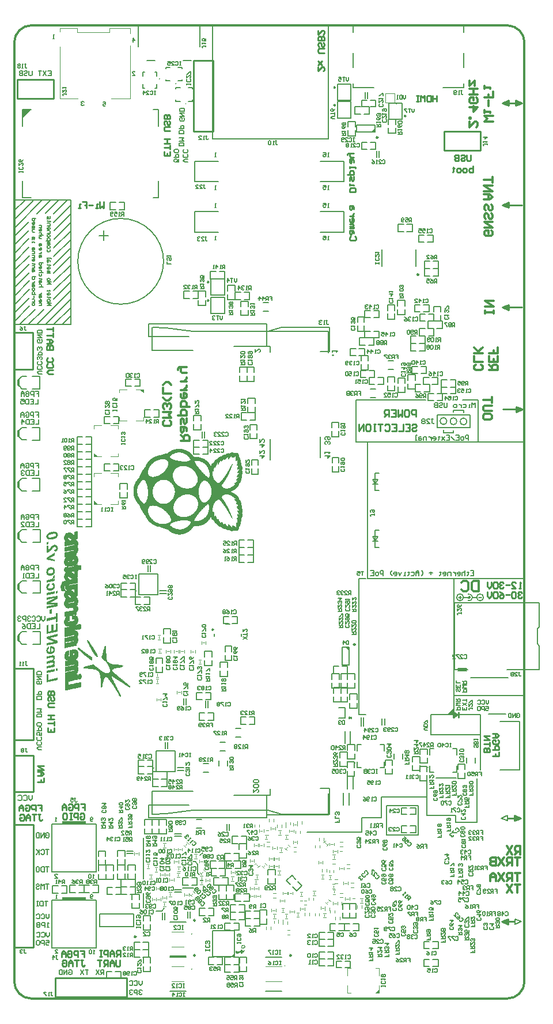
<source format=gbo>
G04*
G04 #@! TF.GenerationSoftware,Altium Limited,Altium Designer,18.1.9 (240)*
G04*
G04 Layer_Color=32896*
%FSLAX44Y44*%
%MOMM*%
G71*
G01*
G75*
%ADD10C,0.2500*%
%ADD11C,0.2000*%
%ADD13C,0.2540*%
%ADD14C,0.3000*%
%ADD15C,0.1270*%
%ADD16C,0.0254*%
%ADD17C,0.1500*%
%ADD18C,0.1000*%
%ADD234C,0.4000*%
%ADD236C,0.3500*%
%ADD353C,0.1900*%
%ADD354C,0.0260*%
G36*
X105250Y256216D02*
X70250D01*
Y260716D01*
X105250D01*
Y256216D01*
D02*
G37*
G36*
Y144278D02*
X87750D01*
X70250Y144278D01*
Y148778D01*
X105250D01*
Y144278D01*
D02*
G37*
G36*
X323500Y61750D02*
X320000D01*
X323500Y65250D01*
X323500Y61750D01*
D02*
G37*
G36*
X536000Y8750D02*
X531000D01*
X536000Y13750D01*
Y8750D01*
D02*
G37*
G36*
X117092Y731250D02*
X122092Y726250D01*
X117092D01*
Y731250D01*
D02*
G37*
G36*
X117080Y801250D02*
X122080Y796250D01*
X117080D01*
Y801250D01*
D02*
G37*
G36*
X492105Y516780D02*
X486495D01*
X492105Y511170D01*
X492105Y516780D01*
D02*
G37*
G36*
X636500Y417500D02*
X646500Y427500D01*
Y417500D01*
X636500D01*
D02*
G37*
G36*
X190000Y890250D02*
X185000Y895250D01*
X190000D01*
Y890250D01*
D02*
G37*
G36*
X25000Y1306400D02*
X12000Y1293400D01*
X12000Y1306400D01*
X25000Y1306400D01*
D02*
G37*
G36*
X530030Y1273170D02*
X530030Y1278780D01*
X524420Y1273170D01*
X530030D01*
D02*
G37*
G36*
X337144Y79010D02*
X337344Y78990D01*
X337533Y78960D01*
X337703Y78910D01*
X337863Y78860D01*
X338012Y78800D01*
X338152Y78740D01*
X338282Y78670D01*
X338392Y78611D01*
X338482Y78541D01*
X338571Y78481D01*
X338641Y78431D01*
X338691Y78381D01*
X338731Y78351D01*
X338751Y78331D01*
X338761Y78321D01*
X338881Y78191D01*
X338991Y78042D01*
X339081Y77892D01*
X339160Y77732D01*
X339230Y77572D01*
X339280Y77413D01*
X339330Y77253D01*
X339360Y77103D01*
X339390Y76963D01*
X339410Y76834D01*
X339430Y76714D01*
X339440Y76604D01*
X339450Y76524D01*
Y76404D01*
X339440Y76145D01*
X339410Y75895D01*
X339360Y75666D01*
X339310Y75446D01*
X339230Y75247D01*
X339160Y75057D01*
X339071Y74887D01*
X338991Y74727D01*
X338901Y74588D01*
X338811Y74468D01*
X338741Y74368D01*
X338671Y74278D01*
X338611Y74208D01*
X338561Y74158D01*
X338531Y74128D01*
X338521Y74118D01*
X338342Y73969D01*
X338152Y73829D01*
X337952Y73719D01*
X337753Y73619D01*
X337543Y73530D01*
X337334Y73460D01*
X337134Y73410D01*
X336944Y73360D01*
X336765Y73320D01*
X336595Y73300D01*
X336445Y73280D01*
X336315Y73260D01*
X336206D01*
X336126Y73250D01*
X336076D01*
X336056D01*
X335806Y73260D01*
X335577Y73300D01*
X335367Y73340D01*
X335177Y73400D01*
X335028Y73450D01*
X334968Y73470D01*
X334908Y73500D01*
X334868Y73510D01*
X334838Y73530D01*
X334818Y73540D01*
X334808D01*
X334608Y73669D01*
X334429Y73809D01*
X334279Y73959D01*
X334149Y74109D01*
X334049Y74238D01*
X333980Y74348D01*
X333950Y74388D01*
X333940Y74418D01*
X333920Y74438D01*
Y74448D01*
X333820Y74688D01*
X333740Y74917D01*
X333690Y75157D01*
X333650Y75366D01*
X333630Y75556D01*
X333620Y75636D01*
Y75706D01*
X333610Y75756D01*
Y75835D01*
X333620Y76105D01*
X333650Y76354D01*
X333700Y76594D01*
X333760Y76814D01*
X333840Y77023D01*
X333920Y77213D01*
X334010Y77383D01*
X334099Y77542D01*
X334189Y77682D01*
X334279Y77802D01*
X334359Y77912D01*
X334439Y77992D01*
X334499Y78061D01*
X334549Y78111D01*
X334579Y78141D01*
X334589Y78151D01*
X334778Y78301D01*
X334978Y78441D01*
X335168Y78551D01*
X335377Y78650D01*
X335567Y78740D01*
X335766Y78810D01*
X335956Y78870D01*
X336136Y78910D01*
X336296Y78950D01*
X336455Y78970D01*
X336585Y78990D01*
X336705Y79010D01*
X336805D01*
X336874Y79020D01*
X336914D01*
X336934D01*
X337144Y79010D01*
D02*
G37*
G36*
X335340Y70257D02*
X338717Y70939D01*
X336897Y67947D01*
X335340Y67614D01*
Y66337D01*
X333380Y65934D01*
Y67229D01*
X329460Y66389D01*
X329162Y66337D01*
X328900Y66284D01*
X328672Y66232D01*
X328445Y66197D01*
X328252Y66162D01*
X328095Y66144D01*
X327937Y66109D01*
X327815Y66092D01*
X327692D01*
X327605Y66074D01*
X327482Y66057D01*
X327395D01*
X327377D01*
X327045Y66092D01*
X326730Y66162D01*
X326484Y66249D01*
X326257Y66372D01*
X326100Y66494D01*
X325977Y66582D01*
X325890Y66652D01*
X325872Y66687D01*
X325784Y66809D01*
X325697Y66949D01*
X325574Y67264D01*
X325470Y67597D01*
X325417Y67929D01*
X325382Y68227D01*
X325364Y68367D01*
Y68472D01*
X325347Y68577D01*
Y68962D01*
X325364Y69224D01*
X325400Y69452D01*
X325417Y69662D01*
X325452Y69854D01*
X325470Y69977D01*
X325487Y70064D01*
Y70099D01*
X327447Y70519D01*
X327430Y70274D01*
X327412Y70082D01*
X327395Y69942D01*
Y69819D01*
X327377Y69732D01*
Y69469D01*
X327395Y69329D01*
X327430Y69207D01*
X327465Y69102D01*
X327482Y69032D01*
X327517Y68979D01*
X327535Y68962D01*
Y68944D01*
X327605Y68874D01*
X327692Y68839D01*
X327850Y68769D01*
X327920D01*
X327972Y68752D01*
X328007D01*
X328025D01*
X328060D01*
X328112Y68769D01*
X328287Y68787D01*
X328480Y68822D01*
X328707Y68874D01*
X328917Y68909D01*
X329110Y68944D01*
X329180Y68962D01*
X329232D01*
X329267Y68979D01*
X329285D01*
X333380Y69854D01*
Y71464D01*
X335340Y71867D01*
Y70257D01*
D02*
G37*
G36*
X59026Y686145D02*
X59503Y686102D01*
X59936Y686037D01*
X60348Y685972D01*
X60738Y685864D01*
X61085Y685755D01*
X61410Y685625D01*
X61691Y685517D01*
X61951Y685387D01*
X62168Y685257D01*
X62341Y685149D01*
X62493Y685062D01*
X62623Y684975D01*
X62710Y684910D01*
X62753Y684867D01*
X62775Y684845D01*
X63035Y684585D01*
X63251Y684325D01*
X63468Y684065D01*
X63620Y683784D01*
X63771Y683502D01*
X63880Y683220D01*
X64075Y682700D01*
X64118Y682462D01*
X64161Y682245D01*
X64205Y682029D01*
X64226Y681877D01*
X64248Y681725D01*
Y681530D01*
X64226Y681162D01*
X64183Y680794D01*
X64096Y680447D01*
X64010Y680100D01*
X63771Y679494D01*
X63620Y679212D01*
X63490Y678952D01*
X63338Y678714D01*
X63186Y678497D01*
X63056Y678302D01*
X62948Y678150D01*
X62861Y678042D01*
X62775Y677934D01*
X62731Y677890D01*
X62710Y677869D01*
X62406Y677565D01*
X62060Y677284D01*
X61713Y677024D01*
X61323Y676764D01*
X60543Y676309D01*
X59785Y675919D01*
X59416Y675767D01*
X59091Y675615D01*
X58788Y675486D01*
X58528Y675399D01*
X58311Y675312D01*
X58138Y675247D01*
X58051Y675226D01*
X58008Y675204D01*
X57055Y674922D01*
X56123Y674706D01*
X55690Y674641D01*
X55257Y674576D01*
X54866Y674510D01*
X54476Y674467D01*
X54152Y674424D01*
X53826Y674402D01*
X53566Y674380D01*
X53328D01*
X53155Y674359D01*
X53003D01*
X52917D01*
X52895D01*
X52397Y674380D01*
X51920Y674424D01*
X51465Y674489D01*
X51053Y674554D01*
X50685Y674662D01*
X50338Y674771D01*
X50013Y674879D01*
X49732Y675009D01*
X49472Y675139D01*
X49255Y675247D01*
X49082Y675356D01*
X48930Y675464D01*
X48800Y675529D01*
X48713Y675594D01*
X48670Y675637D01*
X48648Y675659D01*
X48388Y675919D01*
X48172Y676179D01*
X47977Y676460D01*
X47803Y676742D01*
X47673Y677024D01*
X47543Y677305D01*
X47370Y677825D01*
X47327Y678064D01*
X47283Y678280D01*
X47240Y678497D01*
X47218Y678670D01*
X47197Y678800D01*
Y678995D01*
X47218Y679364D01*
X47262Y679732D01*
X47327Y680079D01*
X47435Y680425D01*
X47673Y681032D01*
X47825Y681314D01*
X47955Y681574D01*
X48107Y681812D01*
X48237Y682029D01*
X48367Y682202D01*
X48475Y682354D01*
X48583Y682484D01*
X48648Y682570D01*
X48692Y682614D01*
X48713Y682635D01*
X49017Y682939D01*
X49342Y683220D01*
X50035Y683719D01*
X50750Y684174D01*
X51465Y684542D01*
X51790Y684694D01*
X52093Y684824D01*
X52375Y684954D01*
X52592Y685040D01*
X52787Y685105D01*
X52938Y685170D01*
X53047Y685214D01*
X53068D01*
X53610Y685387D01*
X54130Y685539D01*
X55127Y685755D01*
X55603Y685864D01*
X56037Y685929D01*
X56470Y685994D01*
X56860Y686059D01*
X57228Y686080D01*
X57531Y686124D01*
X57813Y686145D01*
X58051D01*
X58246Y686167D01*
X58398D01*
X58485D01*
X58506D01*
X59026Y686145D01*
D02*
G37*
G36*
X50642Y668119D02*
X47500Y667491D01*
Y670719D01*
X50642Y671347D01*
Y668119D01*
D02*
G37*
G36*
X60131Y666754D02*
X60456Y666711D01*
X60781Y666646D01*
X61085Y666559D01*
X61626Y666342D01*
X61886Y666234D01*
X62103Y666104D01*
X62298Y665974D01*
X62471Y665866D01*
X62623Y665736D01*
X62753Y665649D01*
X62840Y665562D01*
X62905Y665497D01*
X62948Y665454D01*
X62970Y665432D01*
X63186Y665172D01*
X63403Y664891D01*
X63555Y664609D01*
X63706Y664306D01*
X63836Y664002D01*
X63945Y663699D01*
X64096Y663114D01*
X64140Y662832D01*
X64183Y662572D01*
X64205Y662356D01*
X64226Y662161D01*
X64248Y661987D01*
Y661771D01*
X64226Y661381D01*
X64205Y661012D01*
X64140Y660666D01*
X64053Y660319D01*
X63966Y660016D01*
X63858Y659713D01*
X63750Y659453D01*
X63641Y659193D01*
X63511Y658976D01*
X63403Y658781D01*
X63295Y658607D01*
X63208Y658477D01*
X63121Y658369D01*
X63056Y658282D01*
X63035Y658239D01*
X63013Y658217D01*
X62775Y657958D01*
X62515Y657741D01*
X62233Y657524D01*
X61930Y657351D01*
X61345Y657048D01*
X60781Y656809D01*
X60500Y656701D01*
X60261Y656636D01*
X60045Y656571D01*
X59850Y656527D01*
X59676Y656484D01*
X59568Y656462D01*
X59481Y656441D01*
X59460D01*
X58983Y659626D01*
X59265Y659691D01*
X59503Y659734D01*
X59958Y659886D01*
X60305Y660016D01*
X60608Y660146D01*
X60825Y660276D01*
X60976Y660384D01*
X61063Y660449D01*
X61085Y660471D01*
X61280Y660687D01*
X61431Y660926D01*
X61540Y661164D01*
X61626Y661381D01*
X61670Y661554D01*
X61691Y661706D01*
Y661836D01*
X61670Y662117D01*
X61605Y662356D01*
X61518Y662572D01*
X61431Y662746D01*
X61323Y662897D01*
X61236Y663006D01*
X61171Y663071D01*
X61150Y663092D01*
X60933Y663266D01*
X60716Y663374D01*
X60500Y663461D01*
X60283Y663526D01*
X60088Y663569D01*
X59936Y663591D01*
X59828D01*
X59785D01*
X59590Y663569D01*
X59373Y663547D01*
X59178Y663504D01*
X59005Y663439D01*
X58853Y663374D01*
X58723Y663331D01*
X58636Y663309D01*
X58615Y663287D01*
X58355Y663157D01*
X58095Y662984D01*
X57835Y662811D01*
X57597Y662637D01*
X57401Y662464D01*
X57228Y662334D01*
X57120Y662247D01*
X57077Y662204D01*
X56968Y662096D01*
X56860Y661987D01*
X56557Y661684D01*
X56210Y661337D01*
X55841Y660969D01*
X55517Y660644D01*
X55365Y660492D01*
X55235Y660341D01*
X55127Y660232D01*
X55040Y660146D01*
X54997Y660102D01*
X54975Y660081D01*
X54585Y659669D01*
X54238Y659301D01*
X53913Y658976D01*
X53610Y658651D01*
X53328Y658369D01*
X53068Y658131D01*
X52852Y657914D01*
X52635Y657698D01*
X52462Y657546D01*
X52310Y657394D01*
X52180Y657264D01*
X52072Y657178D01*
X52007Y657091D01*
X51942Y657048D01*
X51920Y657004D01*
X51898D01*
X51530Y656701D01*
X51162Y656441D01*
X50815Y656202D01*
X50512Y656008D01*
X50230Y655834D01*
X50013Y655726D01*
X49927Y655683D01*
X49862Y655639D01*
X49840Y655618D01*
X49818D01*
X49407Y655423D01*
X48995Y655271D01*
X48605Y655141D01*
X48237Y655054D01*
X47933Y654989D01*
X47717Y654946D01*
X47630Y654924D01*
X47565Y654903D01*
X47522D01*
X47500D01*
Y665042D01*
X50468Y665649D01*
Y659864D01*
X50880Y660189D01*
X51053Y660341D01*
X51227Y660492D01*
X51357Y660622D01*
X51465Y660709D01*
X51530Y660774D01*
X51552Y660796D01*
X51660Y660904D01*
X51790Y661034D01*
X52072Y661316D01*
X52397Y661662D01*
X52722Y661987D01*
X53003Y662312D01*
X53263Y662572D01*
X53350Y662659D01*
X53415Y662746D01*
X53458Y662789D01*
X53480Y662811D01*
X53978Y663352D01*
X54433Y663807D01*
X54802Y664197D01*
X55127Y664501D01*
X55365Y664717D01*
X55538Y664891D01*
X55647Y664999D01*
X55690Y665021D01*
X56101Y665346D01*
X56470Y665627D01*
X56817Y665866D01*
X57141Y666039D01*
X57401Y666191D01*
X57597Y666277D01*
X57726Y666342D01*
X57770Y666364D01*
X58138Y666494D01*
X58506Y666602D01*
X58831Y666667D01*
X59135Y666732D01*
X59395Y666754D01*
X59590Y666776D01*
X59720D01*
X59763D01*
X60131Y666754D01*
D02*
G37*
G36*
X59568Y651414D02*
X54476Y648403D01*
X54412Y648359D01*
X54325Y648316D01*
X54108Y648208D01*
X53870Y648078D01*
X53588Y647926D01*
X53328Y647796D01*
X53112Y647666D01*
X53047Y647623D01*
X52982Y647579D01*
X52938Y647558D01*
X52917D01*
X52700Y647428D01*
X52483Y647319D01*
X52310Y647233D01*
X52158Y647146D01*
X51898Y646994D01*
X51703Y646908D01*
X51595Y646821D01*
X51508Y646778D01*
X51465Y646756D01*
X51617Y646734D01*
X51790Y646713D01*
X51985Y646691D01*
X52202Y646669D01*
X52678Y646604D01*
X53155Y646518D01*
X53588Y646453D01*
X53783Y646431D01*
X53956Y646409D01*
X54108Y646388D01*
X54216Y646366D01*
X54282Y646344D01*
X54303D01*
X59568Y645499D01*
Y642293D01*
X47500Y644698D01*
Y647514D01*
X59568Y654946D01*
Y651414D01*
D02*
G37*
G36*
X54866Y633800D02*
X55300Y633756D01*
X55711Y633691D01*
X56080Y633583D01*
X56427Y633475D01*
X56751Y633345D01*
X57055Y633215D01*
X57337Y633063D01*
X57575Y632933D01*
X57770Y632781D01*
X57965Y632651D01*
X58116Y632543D01*
X58225Y632435D01*
X58311Y632370D01*
X58355Y632326D01*
X58376Y632305D01*
X58636Y632023D01*
X58875Y631698D01*
X59070Y631373D01*
X59243Y631026D01*
X59395Y630680D01*
X59503Y630333D01*
X59611Y629986D01*
X59676Y629661D01*
X59741Y629358D01*
X59785Y629076D01*
X59828Y628816D01*
X59850Y628578D01*
X59871Y628405D01*
Y628145D01*
X59850Y627581D01*
X59785Y627040D01*
X59676Y626541D01*
X59568Y626065D01*
X59395Y625631D01*
X59243Y625220D01*
X59048Y624852D01*
X58875Y624505D01*
X58680Y624202D01*
X58485Y623942D01*
X58333Y623725D01*
X58181Y623530D01*
X58051Y623378D01*
X57943Y623270D01*
X57878Y623205D01*
X57856Y623183D01*
X57467Y622858D01*
X57055Y622555D01*
X56621Y622317D01*
X56188Y622100D01*
X55733Y621905D01*
X55278Y621753D01*
X54845Y621645D01*
X54433Y621537D01*
X54043Y621450D01*
X53675Y621407D01*
X53350Y621363D01*
X53068Y621320D01*
X52830D01*
X52657Y621298D01*
X52548D01*
X52505D01*
X51963Y621320D01*
X51465Y621407D01*
X51010Y621493D01*
X50598Y621623D01*
X50273Y621732D01*
X50143Y621775D01*
X50013Y621840D01*
X49927Y621862D01*
X49862Y621905D01*
X49818Y621927D01*
X49797D01*
X49363Y622208D01*
X48973Y622512D01*
X48648Y622837D01*
X48367Y623162D01*
X48150Y623443D01*
X47998Y623682D01*
X47933Y623768D01*
X47912Y623833D01*
X47868Y623877D01*
Y623898D01*
X47652Y624418D01*
X47478Y624917D01*
X47370Y625437D01*
X47283Y625891D01*
X47240Y626303D01*
X47218Y626477D01*
Y626628D01*
X47197Y626736D01*
Y626910D01*
X47218Y627495D01*
X47283Y628036D01*
X47392Y628557D01*
X47522Y629033D01*
X47695Y629488D01*
X47868Y629900D01*
X48063Y630268D01*
X48258Y630615D01*
X48453Y630918D01*
X48648Y631178D01*
X48822Y631416D01*
X48995Y631590D01*
X49125Y631741D01*
X49233Y631850D01*
X49298Y631915D01*
X49320Y631936D01*
X49732Y632261D01*
X50165Y632565D01*
X50577Y632803D01*
X51032Y633020D01*
X51443Y633215D01*
X51877Y633366D01*
X52288Y633496D01*
X52678Y633583D01*
X53025Y633670D01*
X53372Y633713D01*
X53653Y633756D01*
X53913Y633800D01*
X54130D01*
X54282Y633821D01*
X54368D01*
X54412D01*
X54866Y633800D01*
D02*
G37*
G36*
X59633Y621580D02*
X59720Y621298D01*
X59785Y621038D01*
X59828Y620822D01*
X59850Y620627D01*
X59871Y620497D01*
Y620367D01*
X59850Y619998D01*
X59763Y619630D01*
X59633Y619283D01*
X59460Y618958D01*
X59265Y618633D01*
X59048Y618308D01*
X58810Y618027D01*
X58571Y617767D01*
X58311Y617528D01*
X58073Y617312D01*
X57856Y617117D01*
X57661Y616965D01*
X57488Y616835D01*
X57358Y616748D01*
X57271Y616683D01*
X57250Y616662D01*
X59568Y617160D01*
Y614105D01*
X47500Y611592D01*
Y614842D01*
X51270Y615622D01*
X51682Y615708D01*
X52072Y615795D01*
X52440Y615882D01*
X52787Y615968D01*
X53090Y616055D01*
X53350Y616142D01*
X53610Y616207D01*
X53826Y616293D01*
X54022Y616358D01*
X54195Y616423D01*
X54325Y616467D01*
X54455Y616510D01*
X54542Y616553D01*
X54606Y616575D01*
X54628Y616597D01*
X54650D01*
X55040Y616792D01*
X55365Y617030D01*
X55668Y617247D01*
X55907Y617463D01*
X56101Y617658D01*
X56253Y617810D01*
X56340Y617918D01*
X56361Y617962D01*
X56578Y618287D01*
X56730Y618590D01*
X56860Y618893D01*
X56925Y619153D01*
X56968Y619370D01*
X57011Y619522D01*
Y619673D01*
X56990Y620042D01*
X56968Y620193D01*
X56925Y620345D01*
X56903Y620453D01*
X56860Y620540D01*
X56838Y620605D01*
Y620627D01*
X59503Y621883D01*
X59633Y621580D01*
D02*
G37*
G36*
X56123Y610985D02*
X56448Y610920D01*
X57033Y610725D01*
X57531Y610487D01*
X57965Y610248D01*
X58138Y610118D01*
X58290Y609989D01*
X58420Y609880D01*
X58550Y609772D01*
X58636Y609707D01*
X58701Y609642D01*
X58723Y609599D01*
X58745Y609577D01*
X58940Y609339D01*
X59113Y609079D01*
X59265Y608797D01*
X59395Y608515D01*
X59590Y607952D01*
X59741Y607410D01*
X59785Y607150D01*
X59806Y606912D01*
X59828Y606717D01*
X59850Y606522D01*
X59871Y606392D01*
Y605807D01*
X59828Y605460D01*
X59720Y604789D01*
X59546Y604182D01*
X59460Y603900D01*
X59373Y603640D01*
X59265Y603402D01*
X59178Y603207D01*
X59091Y603012D01*
X59005Y602860D01*
X58940Y602752D01*
X58896Y602644D01*
X58875Y602600D01*
X58853Y602579D01*
X58441Y601994D01*
X57986Y601495D01*
X57531Y601084D01*
X57077Y600737D01*
X56687Y600455D01*
X56513Y600347D01*
X56361Y600260D01*
X56253Y600195D01*
X56167Y600152D01*
X56101Y600109D01*
X56080D01*
X55408Y599849D01*
X54758Y599654D01*
X54130Y599502D01*
X53566Y599415D01*
X53306Y599372D01*
X53068Y599350D01*
X52873Y599329D01*
X52700D01*
X52548Y599307D01*
X52440D01*
X52375D01*
X52353D01*
X51920Y599329D01*
X51508Y599372D01*
X51118Y599437D01*
X50750Y599524D01*
X50403Y599610D01*
X50100Y599740D01*
X49818Y599849D01*
X49558Y599979D01*
X49320Y600109D01*
X49125Y600217D01*
X48952Y600347D01*
X48822Y600434D01*
X48713Y600520D01*
X48627Y600585D01*
X48583Y600629D01*
X48562Y600650D01*
X48323Y600910D01*
X48107Y601192D01*
X47933Y601495D01*
X47782Y601799D01*
X47652Y602102D01*
X47522Y602405D01*
X47370Y602990D01*
X47305Y603250D01*
X47262Y603510D01*
X47240Y603727D01*
X47218Y603922D01*
X47197Y604095D01*
Y604312D01*
X47218Y604680D01*
X47240Y605049D01*
X47370Y605720D01*
X47543Y606305D01*
X47630Y606587D01*
X47738Y606825D01*
X47847Y607064D01*
X47933Y607259D01*
X48020Y607432D01*
X48107Y607584D01*
X48172Y607692D01*
X48237Y607779D01*
X48258Y607822D01*
X48280Y607844D01*
X48497Y608125D01*
X48735Y608385D01*
X49255Y608862D01*
X49797Y609252D01*
X50317Y609599D01*
X50555Y609729D01*
X50772Y609859D01*
X50988Y609945D01*
X51162Y610032D01*
X51313Y610097D01*
X51422Y610140D01*
X51487Y610183D01*
X51508D01*
X52028Y607020D01*
X51617Y606847D01*
X51270Y606674D01*
X50988Y606479D01*
X50750Y606284D01*
X50555Y606132D01*
X50425Y606002D01*
X50338Y605915D01*
X50317Y605872D01*
X50122Y605590D01*
X49992Y605330D01*
X49883Y605070D01*
X49818Y604832D01*
X49775Y604637D01*
X49753Y604485D01*
Y604355D01*
X49775Y604074D01*
X49840Y603814D01*
X49927Y603597D01*
X50035Y603424D01*
X50143Y603272D01*
X50230Y603142D01*
X50295Y603077D01*
X50317Y603055D01*
X50555Y602882D01*
X50815Y602752D01*
X51097Y602665D01*
X51378Y602600D01*
X51617Y602557D01*
X51812Y602535D01*
X51942D01*
X51963D01*
X51985D01*
X52462Y602557D01*
X52917Y602600D01*
X53372Y602665D01*
X53762Y602752D01*
X54108Y602839D01*
X54260Y602860D01*
X54390Y602904D01*
X54498Y602925D01*
X54563Y602947D01*
X54606Y602969D01*
X54628D01*
X55127Y603142D01*
X55560Y603337D01*
X55928Y603554D01*
X56210Y603749D01*
X56448Y603922D01*
X56621Y604074D01*
X56708Y604160D01*
X56751Y604204D01*
X56990Y604507D01*
X57163Y604832D01*
X57293Y605135D01*
X57380Y605395D01*
X57423Y605634D01*
X57467Y605829D01*
Y605980D01*
X57445Y606284D01*
X57380Y606544D01*
X57315Y606760D01*
X57228Y606955D01*
X57120Y607107D01*
X57055Y607215D01*
X56990Y607280D01*
X56968Y607302D01*
X56773Y607475D01*
X56535Y607605D01*
X56297Y607714D01*
X56037Y607800D01*
X55820Y607865D01*
X55647Y607909D01*
X55517Y607930D01*
X55495D01*
X55473D01*
X55798Y611029D01*
X56123Y610985D01*
D02*
G37*
G36*
X64161Y595840D02*
X61215Y595234D01*
Y598484D01*
X64161Y599112D01*
Y595840D01*
D02*
G37*
G36*
X59568Y594887D02*
X47500Y592374D01*
Y595624D01*
X59568Y598137D01*
Y594887D01*
D02*
G37*
G36*
X64161Y587109D02*
X52678Y581888D01*
X64161Y581367D01*
Y576471D01*
X47500Y573004D01*
Y576103D01*
X61410Y578724D01*
X47500Y579352D01*
Y582603D01*
X61323Y588777D01*
X47500Y585896D01*
Y588994D01*
X64161Y592027D01*
Y587109D01*
D02*
G37*
G36*
X55083Y565854D02*
X51942Y565226D01*
Y571553D01*
X55083Y572181D01*
Y565854D01*
D02*
G37*
G36*
X64161Y553440D02*
X61388Y552876D01*
Y557751D01*
X47500Y554848D01*
Y558293D01*
X61388Y561196D01*
Y566006D01*
X64161Y566570D01*
Y553440D01*
D02*
G37*
G36*
Y538988D02*
X47500Y535522D01*
Y548543D01*
X50273Y549128D01*
Y539422D01*
X54802Y540418D01*
Y549106D01*
X57575Y549692D01*
Y541025D01*
X61388Y541848D01*
Y550775D01*
X64161Y551360D01*
Y538988D01*
D02*
G37*
G36*
Y532315D02*
X53003Y529997D01*
X64161Y525469D01*
Y522262D01*
X47500Y518796D01*
Y521980D01*
X58701Y524320D01*
X47500Y528849D01*
Y532034D01*
X64161Y535522D01*
Y532315D01*
D02*
G37*
G36*
X55105Y517691D02*
X55517Y517647D01*
X55928Y517582D01*
X56297Y517517D01*
X56643Y517409D01*
X56947Y517300D01*
X57228Y517170D01*
X57488Y517062D01*
X57726Y516932D01*
X57921Y516802D01*
X58095Y516694D01*
X58225Y516607D01*
X58333Y516521D01*
X58420Y516456D01*
X58463Y516412D01*
X58485Y516391D01*
X58723Y516131D01*
X58940Y515871D01*
X59135Y515589D01*
X59286Y515286D01*
X59416Y515004D01*
X59525Y514701D01*
X59698Y514159D01*
X59763Y513899D01*
X59806Y513639D01*
X59828Y513444D01*
X59850Y513249D01*
X59871Y513097D01*
Y512881D01*
X59850Y512252D01*
X59763Y511646D01*
X59633Y511082D01*
X59460Y510584D01*
X59265Y510086D01*
X59048Y509652D01*
X58810Y509262D01*
X58571Y508894D01*
X58311Y508569D01*
X58073Y508309D01*
X57856Y508071D01*
X57661Y507876D01*
X57488Y507724D01*
X57358Y507616D01*
X57271Y507551D01*
X57250Y507529D01*
X56881Y507291D01*
X56491Y507074D01*
X56123Y506901D01*
X55733Y506749D01*
X55365Y506619D01*
X54997Y506489D01*
X54628Y506402D01*
X54303Y506337D01*
X53978Y506272D01*
X53696Y506229D01*
X53436Y506207D01*
X53220Y506186D01*
X53047Y506164D01*
X52917D01*
X52830D01*
X52808D01*
X52353Y506186D01*
X51898Y506229D01*
X51487Y506294D01*
X51097Y506402D01*
X50750Y506511D01*
X50403Y506641D01*
X50100Y506792D01*
X49818Y506922D01*
X49580Y507074D01*
X49363Y507204D01*
X49168Y507334D01*
X49017Y507442D01*
X48887Y507551D01*
X48800Y507616D01*
X48757Y507659D01*
X48735Y507681D01*
X48475Y507984D01*
X48237Y508287D01*
X48020Y508612D01*
X47847Y508937D01*
X47695Y509262D01*
X47565Y509609D01*
X47478Y509934D01*
X47392Y510237D01*
X47327Y510519D01*
X47283Y510801D01*
X47240Y511039D01*
X47218Y511234D01*
X47197Y511407D01*
Y511646D01*
X47240Y512296D01*
X47327Y512881D01*
X47478Y513422D01*
X47630Y513899D01*
X47717Y514094D01*
X47782Y514289D01*
X47868Y514441D01*
X47933Y514571D01*
X47977Y514679D01*
X48020Y514766D01*
X48063Y514809D01*
Y514831D01*
X48432Y515351D01*
X48865Y515784D01*
X49298Y516196D01*
X49732Y516521D01*
X50122Y516781D01*
X50295Y516889D01*
X50447Y516976D01*
X50555Y517040D01*
X50642Y517084D01*
X50707Y517127D01*
X50728D01*
X51227Y514202D01*
X50923Y514029D01*
X50663Y513834D01*
X50447Y513617D01*
X50252Y513401D01*
X50078Y513206D01*
X49948Y512989D01*
X49840Y512772D01*
X49753Y512577D01*
X49623Y512209D01*
X49580Y512057D01*
X49558Y511906D01*
Y511797D01*
X49537Y511711D01*
Y511646D01*
X49558Y511299D01*
X49645Y510974D01*
X49775Y510692D01*
X49905Y510454D01*
X50035Y510259D01*
X50165Y510107D01*
X50252Y509999D01*
X50273Y509977D01*
X50577Y509739D01*
X50880Y509587D01*
X51205Y509457D01*
X51530Y509371D01*
X51812Y509327D01*
X52028Y509306D01*
X52115Y509284D01*
X52180D01*
X52202D01*
X52223D01*
X52310D01*
X52418Y509306D01*
X52505D01*
X52527D01*
Y517474D01*
X52895Y517561D01*
X53242Y517604D01*
X53610Y517647D01*
X53935Y517691D01*
X54216D01*
X54455Y517712D01*
X54542D01*
X54606D01*
X54628D01*
X54650D01*
X55105Y517691D01*
D02*
G37*
G36*
X57467Y504366D02*
X57878Y504279D01*
X58225Y504149D01*
X58528Y503997D01*
X58766Y503846D01*
X58918Y503716D01*
X59026Y503629D01*
X59070Y503586D01*
X59330Y503261D01*
X59525Y502892D01*
X59676Y502524D01*
X59763Y502156D01*
X59828Y501831D01*
X59850Y501701D01*
Y501571D01*
X59871Y501463D01*
Y501333D01*
X59850Y500878D01*
X59785Y500423D01*
X59676Y500011D01*
X59568Y499643D01*
X59438Y499318D01*
X59351Y499101D01*
X59308Y498993D01*
X59265Y498949D01*
X59243Y498906D01*
Y498884D01*
X59005Y498473D01*
X58745Y498104D01*
X58485Y497801D01*
X58246Y497541D01*
X58030Y497346D01*
X57856Y497194D01*
X57748Y497108D01*
X57726Y497086D01*
X57705D01*
X58073Y496999D01*
X58376Y496869D01*
X58658Y496696D01*
X58875Y496544D01*
X59048Y496393D01*
X59178Y496263D01*
X59265Y496198D01*
X59286Y496154D01*
X59481Y495851D01*
X59633Y495504D01*
X59720Y495158D01*
X59806Y494811D01*
X59850Y494508D01*
X59871Y494269D01*
Y494031D01*
X59850Y493663D01*
X59806Y493294D01*
X59698Y492948D01*
X59590Y492601D01*
X59308Y491973D01*
X59156Y491669D01*
X58983Y491409D01*
X58810Y491149D01*
X58658Y490933D01*
X58506Y490738D01*
X58376Y490564D01*
X58268Y490434D01*
X58181Y490348D01*
X58116Y490283D01*
X58095Y490261D01*
X59568Y490564D01*
Y487488D01*
X47500Y484975D01*
Y488224D01*
X53025Y489394D01*
X53285Y489459D01*
X53523Y489503D01*
X53740Y489546D01*
X53935Y489590D01*
X54260Y489676D01*
X54498Y489720D01*
X54672Y489763D01*
X54802Y489806D01*
X54866Y489828D01*
X54888D01*
X55213Y489958D01*
X55495Y490066D01*
X55733Y490196D01*
X55928Y490304D01*
X56101Y490413D01*
X56210Y490499D01*
X56297Y490543D01*
X56318Y490564D01*
X56513Y490738D01*
X56687Y490911D01*
X56838Y491063D01*
X56968Y491236D01*
X57077Y491366D01*
X57141Y491474D01*
X57185Y491539D01*
X57207Y491561D01*
X57315Y491778D01*
X57401Y491973D01*
X57445Y492168D01*
X57488Y492319D01*
X57510Y492471D01*
X57531Y492579D01*
Y492666D01*
X57510Y492861D01*
X57488Y493034D01*
X57423Y493186D01*
X57380Y493316D01*
X57315Y493424D01*
X57250Y493489D01*
X57228Y493533D01*
X57207Y493554D01*
X57077Y493663D01*
X56968Y493749D01*
X56817Y493793D01*
X56708Y493836D01*
X56600Y493858D01*
X56513Y493879D01*
X56448D01*
X56427D01*
X56253D01*
X56015Y493836D01*
X55755Y493793D01*
X55473Y493749D01*
X55213Y493706D01*
X54997Y493663D01*
X54910Y493641D01*
X54866D01*
X54823Y493619D01*
X54802D01*
X47500Y492103D01*
Y495353D01*
X52960Y496501D01*
X53393Y496588D01*
X53783Y496696D01*
X54130Y496783D01*
X54455Y496891D01*
X54758Y496999D01*
X55018Y497086D01*
X55257Y497194D01*
X55473Y497281D01*
X55647Y497368D01*
X55820Y497433D01*
X55950Y497519D01*
X56058Y497584D01*
X56123Y497628D01*
X56188Y497671D01*
X56231Y497693D01*
X56470Y497866D01*
X56665Y498061D01*
X56838Y498256D01*
X56990Y498429D01*
X57120Y498624D01*
X57207Y498798D01*
X57380Y499144D01*
X57467Y499448D01*
X57510Y499664D01*
X57531Y499751D01*
Y499881D01*
X57510Y500098D01*
X57488Y500271D01*
X57445Y500444D01*
X57380Y500574D01*
X57315Y500661D01*
X57271Y500726D01*
X57250Y500769D01*
X57228Y500791D01*
X57098Y500899D01*
X56968Y500964D01*
X56708Y501051D01*
X56600Y501073D01*
X56513Y501094D01*
X56448D01*
X56427D01*
X56383D01*
X56297Y501073D01*
X56101Y501029D01*
X55841Y500986D01*
X55581Y500943D01*
X55300Y500878D01*
X55083Y500834D01*
X54997Y500813D01*
X54932D01*
X54888Y500791D01*
X54866D01*
X47500Y499231D01*
Y502481D01*
X54845Y504062D01*
X55387Y504171D01*
X55841Y504258D01*
X56210Y504323D01*
X56513Y504366D01*
X56730Y504388D01*
X56881Y504409D01*
X56990D01*
X57011D01*
X57467Y504366D01*
D02*
G37*
G36*
X64161Y482071D02*
X61215Y481465D01*
Y484715D01*
X64161Y485343D01*
Y482071D01*
D02*
G37*
G36*
X59568Y481118D02*
X47500Y478605D01*
Y481855D01*
X59568Y484368D01*
Y481118D01*
D02*
G37*
G36*
X50273Y468508D02*
X64161Y471412D01*
Y467967D01*
X47500Y464500D01*
Y476416D01*
X50273Y477001D01*
Y468508D01*
D02*
G37*
%LPC*%
G36*
X337224Y77532D02*
X337184D01*
X337154D01*
X337144D01*
X337134D01*
X336934Y77522D01*
X336745Y77502D01*
X336565Y77473D01*
X336385Y77443D01*
X336226Y77393D01*
X336076Y77343D01*
X335936Y77293D01*
X335806Y77233D01*
X335696Y77173D01*
X335597Y77123D01*
X335507Y77073D01*
X335427Y77023D01*
X335377Y76993D01*
X335327Y76963D01*
X335307Y76943D01*
X335297Y76933D01*
X335207Y76854D01*
X335127Y76774D01*
X335048Y76684D01*
X334988Y76594D01*
X334898Y76424D01*
X334838Y76255D01*
X334798Y76115D01*
X334778Y75995D01*
X334768Y75955D01*
Y75895D01*
X334788Y75716D01*
X334828Y75566D01*
X334878Y75426D01*
X334948Y75306D01*
X335008Y75207D01*
X335068Y75137D01*
X335108Y75097D01*
X335118Y75077D01*
X335257Y74967D01*
X335417Y74897D01*
X335567Y74837D01*
X335727Y74797D01*
X335856Y74777D01*
X335966Y74767D01*
X336006Y74757D01*
X336036D01*
X336056D01*
X336066D01*
X336255Y74767D01*
X336435Y74787D01*
X336615Y74817D01*
X336785Y74857D01*
X336924Y74897D01*
X337034Y74927D01*
X337074Y74937D01*
X337104Y74947D01*
X337124Y74957D01*
X337134D01*
X337334Y75047D01*
X337513Y75137D01*
X337663Y75237D01*
X337793Y75326D01*
X337883Y75416D01*
X337952Y75486D01*
X338002Y75526D01*
X338012Y75546D01*
X338112Y75696D01*
X338192Y75845D01*
X338242Y75985D01*
X338282Y76125D01*
X338302Y76245D01*
X338322Y76335D01*
Y76414D01*
X338312Y76594D01*
X338272Y76744D01*
X338222Y76884D01*
X338162Y76993D01*
X338092Y77093D01*
X338042Y77153D01*
X338002Y77203D01*
X337992Y77213D01*
X337863Y77323D01*
X337723Y77403D01*
X337583Y77453D01*
X337443Y77492D01*
X337324Y77512D01*
X337224Y77532D01*
D02*
G37*
G36*
X59481Y682982D02*
X59395D01*
X59330D01*
X59286D01*
X59265D01*
X58961D01*
X58636Y682960D01*
X57965Y682895D01*
X57271Y682787D01*
X56600Y682700D01*
X56297Y682635D01*
X55993Y682592D01*
X55733Y682527D01*
X55517Y682484D01*
X55343Y682462D01*
X55191Y682419D01*
X55105Y682397D01*
X55083D01*
X54498Y682267D01*
X53935Y682115D01*
X53436Y681964D01*
X52982Y681834D01*
X52592Y681682D01*
X52223Y681530D01*
X51898Y681400D01*
X51617Y681270D01*
X51378Y681162D01*
X51183Y681054D01*
X51010Y680945D01*
X50880Y680859D01*
X50772Y680794D01*
X50707Y680750D01*
X50663Y680729D01*
X50642Y680707D01*
X50360Y680425D01*
X50143Y680144D01*
X50013Y679884D01*
X49905Y679624D01*
X49840Y679407D01*
X49818Y679234D01*
X49797Y679125D01*
Y679082D01*
X49818Y678844D01*
X49883Y678627D01*
X49970Y678432D01*
X50078Y678280D01*
X50165Y678150D01*
X50252Y678064D01*
X50317Y677999D01*
X50338Y677977D01*
X50577Y677825D01*
X50858Y677717D01*
X51183Y677652D01*
X51487Y677609D01*
X51768Y677565D01*
X52007Y677544D01*
X52093D01*
X52158D01*
X52202D01*
X52223D01*
X52548D01*
X52895Y677565D01*
X53610Y677630D01*
X54325Y677739D01*
X54997Y677847D01*
X55321Y677912D01*
X55603Y677955D01*
X55863Y678020D01*
X56101Y678064D01*
X56275Y678085D01*
X56427Y678129D01*
X56513Y678150D01*
X56535D01*
X57077Y678280D01*
X57597Y678432D01*
X58073Y678584D01*
X58485Y678714D01*
X58875Y678865D01*
X59221Y679017D01*
X59546Y679147D01*
X59806Y679277D01*
X60045Y679407D01*
X60261Y679515D01*
X60435Y679602D01*
X60565Y679689D01*
X60673Y679775D01*
X60738Y679819D01*
X60781Y679862D01*
X60803D01*
X61085Y680122D01*
X61301Y680382D01*
X61453Y680642D01*
X61540Y680880D01*
X61605Y681097D01*
X61626Y681249D01*
X61648Y681357D01*
Y681400D01*
X61626Y681639D01*
X61561Y681877D01*
X61475Y682072D01*
X61366Y682224D01*
X61258Y682354D01*
X61171Y682440D01*
X61106Y682505D01*
X61085Y682527D01*
X60846Y682679D01*
X60565Y682787D01*
X60261Y682874D01*
X59958Y682917D01*
X59698Y682960D01*
X59481Y682982D01*
D02*
G37*
G36*
X55040Y630593D02*
X54953D01*
X54888D01*
X54866D01*
X54845D01*
X54412Y630571D01*
X54000Y630528D01*
X53610Y630463D01*
X53220Y630398D01*
X52873Y630290D01*
X52548Y630181D01*
X52245Y630073D01*
X51963Y629943D01*
X51725Y629813D01*
X51508Y629705D01*
X51313Y629596D01*
X51140Y629488D01*
X51032Y629423D01*
X50923Y629358D01*
X50880Y629315D01*
X50858Y629293D01*
X50663Y629120D01*
X50490Y628946D01*
X50317Y628751D01*
X50187Y628557D01*
X49992Y628188D01*
X49862Y627820D01*
X49775Y627517D01*
X49732Y627257D01*
X49710Y627170D01*
Y627040D01*
X49753Y626650D01*
X49840Y626325D01*
X49948Y626021D01*
X50100Y625761D01*
X50230Y625545D01*
X50360Y625393D01*
X50447Y625307D01*
X50468Y625263D01*
X50772Y625025D01*
X51118Y624873D01*
X51443Y624743D01*
X51790Y624657D01*
X52072Y624613D01*
X52310Y624592D01*
X52397Y624570D01*
X52462D01*
X52505D01*
X52527D01*
X52938Y624592D01*
X53328Y624635D01*
X53718Y624700D01*
X54086Y624787D01*
X54390Y624873D01*
X54628Y624938D01*
X54715Y624960D01*
X54780Y624982D01*
X54823Y625003D01*
X54845D01*
X55278Y625198D01*
X55668Y625393D01*
X55993Y625610D01*
X56275Y625805D01*
X56470Y626000D01*
X56621Y626152D01*
X56730Y626238D01*
X56751Y626282D01*
X56968Y626606D01*
X57141Y626931D01*
X57250Y627235D01*
X57337Y627538D01*
X57380Y627798D01*
X57423Y627993D01*
Y628167D01*
X57401Y628557D01*
X57315Y628881D01*
X57207Y629185D01*
X57077Y629423D01*
X56925Y629640D01*
X56817Y629770D01*
X56730Y629878D01*
X56708Y629900D01*
X56427Y630138D01*
X56123Y630311D01*
X55820Y630420D01*
X55517Y630506D01*
X55257Y630550D01*
X55040Y630593D01*
D02*
G37*
G36*
X55061Y514744D02*
X54975D01*
X54910D01*
X54866D01*
X54845D01*
X54736D01*
X54628D01*
X54563D01*
X54520D01*
Y509631D01*
X55040Y509761D01*
X55495Y509912D01*
X55885Y510107D01*
X56188Y510281D01*
X56427Y510454D01*
X56621Y510584D01*
X56708Y510671D01*
X56751Y510714D01*
X57011Y511017D01*
X57207Y511342D01*
X57337Y511646D01*
X57445Y511927D01*
X57488Y512166D01*
X57510Y512361D01*
X57531Y512491D01*
Y512534D01*
X57510Y512881D01*
X57423Y513206D01*
X57315Y513487D01*
X57207Y513704D01*
X57077Y513899D01*
X56968Y514029D01*
X56881Y514116D01*
X56860Y514137D01*
X56578Y514332D01*
X56253Y514484D01*
X55928Y514592D01*
X55603Y514679D01*
X55300Y514722D01*
X55061Y514744D01*
D02*
G37*
%LPD*%
D10*
X179050Y91000D02*
G03*
X179050Y91000I-1250J0D01*
G01*
X266250Y63550D02*
G03*
X266250Y63550I-1250J0D01*
G01*
X266250Y115050D02*
G03*
X266250Y115050I-1250J0D01*
G01*
X594561Y1063875D02*
G03*
X594561Y1063875I-1250J0D01*
G01*
X407250Y63550D02*
G03*
X407250Y63550I-1250J0D01*
G01*
X716500Y113000D02*
X735500D01*
X716500D02*
X725983Y109207D01*
X724000Y111000D02*
Y115138D01*
X716500Y113000D02*
X725983Y116793D01*
Y109207D02*
Y116793D01*
X734767Y261207D02*
Y268793D01*
Y261207D02*
X744250Y265000D01*
X736750Y262862D02*
Y267000D01*
X734767Y268793D02*
X744250Y265000D01*
X725250D02*
X744250D01*
X737767Y862082D02*
Y869668D01*
X747250Y865875D01*
X739750Y863875D02*
Y868013D01*
X737767Y862082D02*
X747250Y865875D01*
X718500D02*
X747250D01*
X726983Y1012082D02*
Y1019668D01*
X717500Y1015875D02*
X726983Y1019668D01*
X725000Y1013875D02*
Y1018013D01*
X717500Y1015875D02*
X726983Y1012082D01*
X717500Y1015875D02*
X746250D01*
X726983Y1162082D02*
Y1169668D01*
X717500Y1165875D02*
X726983Y1169668D01*
X725000Y1163875D02*
Y1168013D01*
X717500Y1165875D02*
X726983Y1162082D01*
X717500Y1165875D02*
X746250D01*
X717500Y1315875D02*
X746250D01*
X717500D02*
X726983Y1312082D01*
X725000Y1313875D02*
Y1318013D01*
X717500Y1315875D02*
X726983Y1319668D01*
Y1312082D02*
Y1319668D01*
X736767Y1312082D02*
Y1319668D01*
X746250Y1315875D01*
X738750Y1313875D02*
Y1318013D01*
X736767Y1312082D02*
X746250Y1315875D01*
X58401Y398265D02*
Y392267D01*
X49404D01*
Y398265D01*
X53902Y392267D02*
Y395266D01*
X58401Y401264D02*
Y407262D01*
Y404263D01*
X49404D01*
X58401Y410261D02*
X49404D01*
X53902D01*
Y416259D01*
X58401D01*
X49404D01*
X58401Y428255D02*
X50903D01*
X49404Y429754D01*
Y432753D01*
X50903Y434253D01*
X58401D01*
X56901Y443250D02*
X58401Y441751D01*
Y438752D01*
X56901Y437252D01*
X55402D01*
X53902Y438752D01*
Y441751D01*
X52403Y443250D01*
X50903D01*
X49404Y441751D01*
Y438752D01*
X50903Y437252D01*
X58401Y446249D02*
X49404D01*
Y450748D01*
X50903Y452247D01*
X52403D01*
X53902Y450748D01*
Y446249D01*
Y450748D01*
X55402Y452247D01*
X56901D01*
X58401Y450748D01*
Y446249D01*
X500674Y1119748D02*
X502173Y1118249D01*
Y1115249D01*
X500674Y1113750D01*
X494675D01*
X493176Y1115249D01*
Y1118249D01*
X494675Y1119748D01*
X499174Y1124247D02*
Y1127246D01*
X497674Y1128745D01*
X493176D01*
Y1124247D01*
X494675Y1122747D01*
X496175Y1124247D01*
Y1128745D01*
X493176Y1131744D02*
X499174D01*
Y1133244D01*
X497674Y1134743D01*
X493176D01*
X497674D01*
X499174Y1136243D01*
X497674Y1137742D01*
X493176D01*
Y1145240D02*
Y1142241D01*
X494675Y1140741D01*
X497674D01*
X499174Y1142241D01*
Y1145240D01*
X497674Y1146739D01*
X496175D01*
Y1140741D01*
X499174Y1149738D02*
X493176D01*
X496175D01*
X497674Y1151238D01*
X499174Y1152737D01*
Y1154237D01*
Y1160235D02*
Y1163234D01*
X497674Y1164734D01*
X493176D01*
Y1160235D01*
X494675Y1158735D01*
X496175Y1160235D01*
Y1164734D01*
X131750Y1170497D02*
Y1161500D01*
X128751Y1164499D01*
X125752Y1161500D01*
Y1170497D01*
X122753Y1161500D02*
X119754D01*
X121253D01*
Y1167498D01*
X122753D01*
X115255Y1165999D02*
X109257D01*
X100260Y1170497D02*
X106258D01*
Y1165999D01*
X103259D01*
X106258D01*
Y1161500D01*
X97261D02*
X94262D01*
X95762D01*
Y1167498D01*
X97261D01*
X671251Y1239793D02*
Y1232296D01*
X669752Y1230796D01*
X666752D01*
X665253Y1232296D01*
Y1239793D01*
X656256Y1238294D02*
X657755Y1239793D01*
X660754D01*
X662254Y1238294D01*
Y1236795D01*
X660754Y1235295D01*
X657755D01*
X656256Y1233795D01*
Y1232296D01*
X657755Y1230796D01*
X660754D01*
X662254Y1232296D01*
X653257Y1239793D02*
Y1230796D01*
X648758D01*
X647259Y1232296D01*
Y1233795D01*
X648758Y1235295D01*
X653257D01*
X648758D01*
X647259Y1236795D01*
Y1238294D01*
X648758Y1239793D01*
X653257D01*
X674250Y1222997D02*
Y1214000D01*
X669752D01*
X668252Y1215499D01*
Y1216999D01*
Y1218499D01*
X669752Y1219998D01*
X674250D01*
X663753Y1214000D02*
X660754D01*
X659255Y1215499D01*
Y1218499D01*
X660754Y1219998D01*
X663753D01*
X665253Y1218499D01*
Y1215499D01*
X663753Y1214000D01*
X654756D02*
X651757D01*
X650258Y1215499D01*
Y1218499D01*
X651757Y1219998D01*
X654756D01*
X656256Y1218499D01*
Y1215499D01*
X654756Y1214000D01*
X645759Y1221497D02*
Y1219998D01*
X647259D01*
X644260D01*
X645759D01*
Y1215499D01*
X644260Y1214000D01*
X698997Y362000D02*
X690000D01*
Y366498D01*
X691499Y367998D01*
X692999D01*
X694499Y366498D01*
Y362000D01*
Y366498D01*
X695998Y367998D01*
X697497D01*
X698997Y366498D01*
Y362000D01*
Y370997D02*
Y376995D01*
Y373996D01*
X690000D01*
Y379994D02*
X698997D01*
X690000Y385992D01*
X698997D01*
X446800Y1368698D02*
Y1362700D01*
X452798Y1368698D01*
X454297D01*
X455797Y1367198D01*
Y1364200D01*
X454297Y1362700D01*
X452798Y1371697D02*
X446800Y1377695D01*
X449799Y1374696D01*
X452798Y1377695D01*
X446800Y1371697D01*
X455797Y1389691D02*
X448299D01*
X446800Y1391191D01*
Y1394190D01*
X448299Y1395689D01*
X455797D01*
X454297Y1404686D02*
X455797Y1403187D01*
Y1400188D01*
X454297Y1398688D01*
X452798D01*
X451298Y1400188D01*
Y1403187D01*
X449799Y1404686D01*
X448299D01*
X446800Y1403187D01*
Y1400188D01*
X448299Y1398688D01*
X455797Y1407685D02*
X446800D01*
Y1412184D01*
X448299Y1413683D01*
X449799D01*
X451298Y1412184D01*
Y1407685D01*
Y1412184D01*
X452798Y1413683D01*
X454297D01*
X455797Y1412184D01*
Y1407685D01*
X446800Y1422681D02*
Y1416682D01*
X452798Y1422681D01*
X454297D01*
X455797Y1421181D01*
Y1418182D01*
X454297Y1416682D01*
X34252Y284747D02*
X40250D01*
Y280249D01*
X37251D01*
X40250D01*
Y275750D01*
X31253D02*
Y284747D01*
X26754D01*
X25255Y283248D01*
Y280249D01*
X26754Y278749D01*
X31253D01*
X16258Y283248D02*
X17757Y284747D01*
X20756D01*
X22256Y283248D01*
Y277250D01*
X20756Y275750D01*
X17757D01*
X16258Y277250D01*
Y280249D01*
X19257D01*
X13259Y275750D02*
Y281748D01*
X10260Y284747D01*
X7261Y281748D01*
Y275750D01*
Y280249D01*
X13259D01*
X584836Y842081D02*
X586502Y843747D01*
X589834D01*
X591500Y842081D01*
Y840415D01*
X589834Y838748D01*
X586502D01*
X584836Y837082D01*
Y835416D01*
X586502Y833750D01*
X589834D01*
X591500Y835416D01*
X574839Y843747D02*
X581503D01*
Y833750D01*
X574839D01*
X581503Y838748D02*
X578171D01*
X571507Y843747D02*
Y833750D01*
X564842D01*
X554845Y843747D02*
X561510D01*
Y833750D01*
X554845D01*
X561510Y838748D02*
X558177D01*
X544848Y842081D02*
X546515Y843747D01*
X549847D01*
X551513Y842081D01*
Y835416D01*
X549847Y833750D01*
X546515D01*
X544848Y835416D01*
X541516Y843747D02*
X534852D01*
X538184D01*
Y833750D01*
X531519Y843747D02*
X528187D01*
X529853D01*
Y833750D01*
X531519D01*
X528187D01*
X518190Y843747D02*
X521523D01*
X523189Y842081D01*
Y835416D01*
X521523Y833750D01*
X518190D01*
X516524Y835416D01*
Y842081D01*
X518190Y843747D01*
X513192Y833750D02*
Y843747D01*
X506527Y833750D01*
Y843747D01*
X228997Y1244748D02*
Y1238750D01*
X220000D01*
Y1244748D01*
X224499Y1238750D02*
Y1241749D01*
X228997Y1247747D02*
Y1253745D01*
Y1250746D01*
X220000D01*
X228997Y1256744D02*
X220000D01*
X224499D01*
Y1262742D01*
X228997D01*
X220000D01*
X228997Y1274738D02*
X221500D01*
X220000Y1276238D01*
Y1279237D01*
X221500Y1280736D01*
X228997D01*
X227498Y1289733D02*
X228997Y1288234D01*
Y1285235D01*
X227498Y1283735D01*
X225998D01*
X224499Y1285235D01*
Y1288234D01*
X222999Y1289733D01*
X221500D01*
X220000Y1288234D01*
Y1285235D01*
X221500Y1283735D01*
X228997Y1292733D02*
X220000D01*
Y1297231D01*
X221500Y1298730D01*
X222999D01*
X224499Y1297231D01*
Y1292733D01*
Y1297231D01*
X225998Y1298730D01*
X227498D01*
X228997Y1297231D01*
Y1292733D01*
X96502Y70247D02*
X102500D01*
Y65749D01*
X99501D01*
X102500D01*
Y61250D01*
X93503D02*
Y70247D01*
X89004D01*
X87505Y68748D01*
Y65749D01*
X89004Y64249D01*
X93503D01*
X78508Y68748D02*
X80007Y70247D01*
X83006D01*
X84506Y68748D01*
Y62750D01*
X83006Y61250D01*
X80007D01*
X78508Y62750D01*
Y65749D01*
X81507D01*
X75509Y61250D02*
Y67248D01*
X72510Y70247D01*
X69511Y67248D01*
Y61250D01*
Y65749D01*
X75509D01*
X56747Y917636D02*
X50749D01*
X47750Y920635D01*
X50749Y923634D01*
X56747D01*
X55248Y932631D02*
X56747Y931132D01*
Y928133D01*
X55248Y926633D01*
X49250D01*
X47750Y928133D01*
Y931132D01*
X49250Y932631D01*
X55248Y941628D02*
X56747Y940129D01*
Y937130D01*
X55248Y935630D01*
X49250D01*
X47750Y937130D01*
Y940129D01*
X49250Y941628D01*
X56747Y953624D02*
X47750D01*
Y958123D01*
X49250Y959623D01*
X50749D01*
X52249Y958123D01*
Y953624D01*
Y958123D01*
X53748Y959623D01*
X55248D01*
X56747Y958123D01*
Y953624D01*
X47750Y962622D02*
X53748D01*
X56747Y965621D01*
X53748Y968620D01*
X47750D01*
X52249D01*
Y962622D01*
X56747Y971619D02*
Y977617D01*
Y974618D01*
X47750D01*
X56747Y980616D02*
Y986614D01*
Y983615D01*
X47750D01*
X711997Y362498D02*
Y356500D01*
X707499D01*
Y359499D01*
Y356500D01*
X703000D01*
Y365497D02*
X711997D01*
Y369996D01*
X710498Y371495D01*
X707499D01*
X705999Y369996D01*
Y365497D01*
X710498Y380492D02*
X711997Y378993D01*
Y375994D01*
X710498Y374494D01*
X704500D01*
X703000Y375994D01*
Y378993D01*
X704500Y380492D01*
X707499D01*
Y377493D01*
X703000Y383491D02*
X708998D01*
X711997Y386490D01*
X708998Y389489D01*
X703000D01*
X707499D01*
Y383491D01*
X97502Y285747D02*
X103500D01*
Y281248D01*
X100501D01*
X103500D01*
Y276750D01*
X94503D02*
Y285747D01*
X90004D01*
X88505Y284247D01*
Y281248D01*
X90004Y279749D01*
X94503D01*
X79508Y284247D02*
X81007Y285747D01*
X84006D01*
X85506Y284247D01*
Y278249D01*
X84006Y276750D01*
X81007D01*
X79508Y278249D01*
Y281248D01*
X82507D01*
X76509Y276750D02*
Y282748D01*
X73510Y285747D01*
X70511Y282748D01*
Y276750D01*
Y281248D01*
X76509D01*
X501922Y1185250D02*
X492925D01*
Y1189749D01*
X494425Y1191248D01*
X500423D01*
X501922Y1189749D01*
Y1185250D01*
X492925Y1194247D02*
Y1197246D01*
Y1195747D01*
X498923D01*
Y1194247D01*
X492925Y1201745D02*
Y1206243D01*
X494425Y1207743D01*
X495924Y1206243D01*
Y1203244D01*
X497424Y1201745D01*
X498923Y1203244D01*
Y1207743D01*
X489926Y1210742D02*
X498923D01*
Y1215240D01*
X497424Y1216740D01*
X494425D01*
X492925Y1215240D01*
Y1210742D01*
Y1219739D02*
Y1222738D01*
Y1221238D01*
X501922D01*
Y1219739D01*
X498923Y1228736D02*
Y1231735D01*
X497424Y1233234D01*
X492925D01*
Y1228736D01*
X494425Y1227236D01*
X495924Y1228736D01*
Y1233234D01*
X498923Y1236234D02*
X494425D01*
X492925Y1237733D01*
Y1242232D01*
X491426D01*
X489926Y1240732D01*
Y1239232D01*
X492925Y1242232D02*
X498923D01*
X97752Y56497D02*
X100751D01*
X99251D01*
Y49000D01*
X100751Y47500D01*
X102250D01*
X103750Y49000D01*
X94753Y56497D02*
X88755D01*
X91754D01*
Y47500D01*
X85756D02*
Y53498D01*
X82757Y56497D01*
X79758Y53498D01*
Y47500D01*
Y51999D01*
X85756D01*
X70761Y54998D02*
X72260Y56497D01*
X75259D01*
X76759Y54998D01*
Y49000D01*
X75259Y47500D01*
X72260D01*
X70761Y49000D01*
Y51999D01*
X73760D01*
X43497Y324248D02*
Y318250D01*
X38998D01*
Y321249D01*
Y318250D01*
X34500D01*
Y327247D02*
X40498D01*
X43497Y330246D01*
X40498Y333245D01*
X34500D01*
X38998D01*
Y327247D01*
X34500Y336244D02*
X43497D01*
X34500Y342242D01*
X43497D01*
X35252Y270497D02*
X38251D01*
X36751D01*
Y262999D01*
X38251Y261500D01*
X39750D01*
X41250Y262999D01*
X32253Y270497D02*
X26255D01*
X29254D01*
Y261500D01*
X23256D02*
Y267498D01*
X20257Y270497D01*
X17258Y267498D01*
Y261500D01*
Y265998D01*
X23256D01*
X8261Y268997D02*
X9760Y270497D01*
X12759D01*
X14259Y268997D01*
Y262999D01*
X12759Y261500D01*
X9760D01*
X8261Y262999D01*
Y265998D01*
X11260D01*
X744750Y603000D02*
X741751D01*
X743251D01*
Y611997D01*
X744750Y610498D01*
X731254Y603000D02*
X737252D01*
X731254Y608998D01*
Y610498D01*
X732754Y611997D01*
X735753D01*
X737252Y610498D01*
X728255Y607499D02*
X722257D01*
X719258Y610498D02*
X717759Y611997D01*
X714760D01*
X713260Y610498D01*
Y608998D01*
X714760Y607499D01*
X716259D01*
X714760D01*
X713260Y605999D01*
Y604500D01*
X714760Y603000D01*
X717759D01*
X719258Y604500D01*
X710261Y610498D02*
X708762Y611997D01*
X705763D01*
X704263Y610498D01*
Y604500D01*
X705763Y603000D01*
X708762D01*
X710261Y604500D01*
Y610498D01*
X701264Y611997D02*
Y605999D01*
X698265Y603000D01*
X695266Y605999D01*
Y611997D01*
X155500Y56497D02*
Y49000D01*
X154001Y47500D01*
X151002D01*
X149502Y49000D01*
Y56497D01*
X146503Y47500D02*
Y53498D01*
X143504Y56497D01*
X140505Y53498D01*
Y47500D01*
Y51999D01*
X146503D01*
X137506Y47500D02*
Y56497D01*
X133007D01*
X131508Y54998D01*
Y51999D01*
X133007Y50499D01*
X137506D01*
X134507D02*
X131508Y47500D01*
X128509Y56497D02*
X122511D01*
X125510D01*
Y47500D01*
X155750Y61750D02*
Y70747D01*
X151251D01*
X149752Y69247D01*
Y66248D01*
X151251Y64749D01*
X155750D01*
X152751D02*
X149752Y61750D01*
X146753D02*
Y67748D01*
X143754Y70747D01*
X140755Y67748D01*
Y61750D01*
Y66248D01*
X146753D01*
X137756Y61750D02*
Y70747D01*
X133257D01*
X131758Y69247D01*
Y66248D01*
X133257Y64749D01*
X137756D01*
X128759Y70747D02*
X125760D01*
X127259D01*
Y61750D01*
X128759D01*
X125760D01*
X621250Y1326872D02*
Y1317875D01*
Y1322373D01*
X615252D01*
Y1326872D01*
Y1317875D01*
X612253Y1326872D02*
Y1317875D01*
X607754D01*
X606255Y1319374D01*
Y1325372D01*
X607754Y1326872D01*
X612253D01*
X603256Y1317875D02*
Y1326872D01*
X600257Y1323873D01*
X597258Y1326872D01*
Y1317875D01*
X594259Y1326872D02*
X591260D01*
X592759D01*
Y1317875D01*
X594259D01*
X591260D01*
X590500Y855250D02*
Y865247D01*
X585502D01*
X583835Y863581D01*
Y860248D01*
X585502Y858582D01*
X590500D01*
X575505Y865247D02*
X578837D01*
X580503Y863581D01*
Y856916D01*
X578837Y855250D01*
X575505D01*
X573839Y856916D01*
Y863581D01*
X575505Y865247D01*
X570507D02*
Y855250D01*
X567174Y858582D01*
X563842Y855250D01*
Y865247D01*
X553845D02*
X560510D01*
Y855250D01*
X553845D01*
X560510Y860248D02*
X557177D01*
X550513Y855250D02*
Y865247D01*
X545514D01*
X543848Y863581D01*
Y860248D01*
X545514Y858582D01*
X550513D01*
X547181D02*
X543848Y855250D01*
X746250Y596248D02*
X744751Y597747D01*
X741751D01*
X740252Y596248D01*
Y594748D01*
X741751Y593248D01*
X743251D01*
X741751D01*
X740252Y591749D01*
Y590249D01*
X741751Y588750D01*
X744751D01*
X746250Y590249D01*
X737253Y596248D02*
X735753Y597747D01*
X732754D01*
X731255Y596248D01*
Y590249D01*
X732754Y588750D01*
X735753D01*
X737253Y590249D01*
Y596248D01*
X728256Y593248D02*
X722258D01*
X713261Y597747D02*
X716260Y596248D01*
X719259Y593248D01*
Y590249D01*
X717759Y588750D01*
X714760D01*
X713261Y590249D01*
Y591749D01*
X714760Y593248D01*
X719259D01*
X710262Y596248D02*
X708762Y597747D01*
X705763D01*
X704264Y596248D01*
Y590249D01*
X705763Y588750D01*
X708762D01*
X710262Y590249D01*
Y596248D01*
X701265Y597747D02*
Y591749D01*
X698266Y588750D01*
X695266Y591749D01*
Y597747D01*
X96752Y270714D02*
X98251Y272213D01*
X101250D01*
X102750Y270714D01*
Y264716D01*
X101250Y263216D01*
X98251D01*
X96752Y264716D01*
Y267715D01*
X99751D01*
X93753Y263216D02*
Y272213D01*
X89254D01*
X87755Y270714D01*
Y267715D01*
X89254Y266215D01*
X93753D01*
X84756Y272213D02*
X81757D01*
X83256D01*
Y263216D01*
X84756D01*
X81757D01*
X72760Y272213D02*
X75759D01*
X77258Y270714D01*
Y264716D01*
X75759Y263216D01*
X72760D01*
X71260Y264716D01*
Y270714D01*
X72760Y272213D01*
D11*
X635856Y848500D02*
G03*
X635856Y848500I-4981J0D01*
G01*
X665356Y848000D02*
G03*
X665356Y848000I-4981J0D01*
G01*
X650606Y848250D02*
G03*
X650606Y848250I-4981J0D01*
G01*
X179809Y599000D02*
G03*
X179809Y599000I-559J0D01*
G01*
X205309Y339000D02*
G03*
X205309Y339000I-559J0D01*
G01*
X261059Y95000D02*
G03*
X261059Y95000I-559J0D01*
G01*
Y43500D02*
G03*
X261059Y43500I-559J0D01*
G01*
X501104Y346180D02*
G03*
X501104Y346180I-354J0D01*
G01*
X607937Y340000D02*
G03*
X607937Y340000I-354J0D01*
G01*
X219500Y1083250D02*
G03*
X219500Y1083250I-63000J0D01*
G01*
X561854Y1314750D02*
G03*
X561854Y1314750I-353J0D01*
G01*
X397854Y48000D02*
G03*
X397854Y48000I-353J0D01*
G01*
X735767Y109207D02*
Y116793D01*
X745250Y113000D01*
X735767Y109207D02*
X745250Y113000D01*
X715500Y265000D02*
X724983Y268793D01*
X715500Y265000D02*
X724983Y261207D01*
Y268793D01*
X630875Y831750D02*
X645625Y831750D01*
X630875Y832000D02*
Y835250D01*
X645625Y831750D02*
Y835000D01*
Y861500D02*
Y864750D01*
X660375Y861250D02*
Y864500D01*
X645625Y864750D02*
X660375D01*
Y864500D02*
Y864750D01*
X669750Y839000D02*
Y857500D01*
X621750Y839000D02*
X669750D01*
X621750D02*
Y857500D01*
X669750D01*
X502000Y879250D02*
X605000D01*
X502000Y817500D02*
Y879250D01*
Y817500D02*
X682250D01*
Y879250D01*
X659000D02*
X682250D01*
X670500Y471500D02*
X726000D01*
X-125Y1132125D02*
X40750Y1173000D01*
X33375Y990625D02*
X83250Y1040500D01*
X500Y1157750D02*
X15625Y1172875D01*
X-250Y1173000D02*
X40750D01*
X83250D01*
X33312Y1153063D02*
X53250Y1173000D01*
X46281Y1153531D02*
X65750Y1173000D01*
X-125Y1144625D02*
X28125Y1172875D01*
X0Y1119750D02*
X21375Y1141125D01*
X0Y1107250D02*
X21500Y1128750D01*
X0Y1094750D02*
X21625Y1116375D01*
X125Y1082375D02*
X21750Y1104000D01*
X-375Y1069375D02*
X21875Y1091625D01*
X-500Y1056750D02*
X22000Y1079250D01*
X-500Y1044250D02*
X22125Y1066875D01*
X-125Y1007125D02*
X22500Y1029750D01*
X-125Y1019625D02*
X22375Y1042125D01*
X0Y1032250D02*
X22250Y1054500D01*
X58250Y1140500D02*
X83125Y1165375D01*
X58250Y1153000D02*
X78250Y1173000D01*
X58250Y1103000D02*
X83125Y1127875D01*
X58313Y1115563D02*
X83250Y1140500D01*
X58375Y1128125D02*
X83375Y1153125D01*
X58250Y1065500D02*
X82750Y1090000D01*
X58125Y1077875D02*
X82625Y1102375D01*
X58250Y1090500D02*
X83031Y1115281D01*
X58250Y1053000D02*
X82875Y1077625D01*
X58125Y1040375D02*
X83000Y1065250D01*
X58250Y1028000D02*
X83125Y1052875D01*
X-125Y994625D02*
X22625Y1017375D01*
X8250Y990500D02*
X30375Y1012625D01*
X20750Y990500D02*
X43125Y1012875D01*
X45750Y990500D02*
X83250Y1028000D01*
X58250Y990500D02*
X83125Y1015375D01*
X70750Y990500D02*
X83250Y1003000D01*
Y990500D02*
Y1173000D01*
X750Y990500D02*
X83250D01*
X696750Y418500D02*
X722500D01*
X647000Y445250D02*
X750000D01*
X620250Y324500D02*
X650000D01*
X430750Y245000D02*
X510560D01*
Y265500D01*
X539500D01*
Y296000D01*
X606630D01*
Y269000D02*
Y320360D01*
Y269000D02*
X648750D01*
Y259000D02*
Y269000D01*
Y259000D02*
X680500D01*
Y323250D01*
X547500Y283750D02*
X593500D01*
X547500Y240750D02*
Y283750D01*
Y240750D02*
X593500D01*
Y283750D01*
X125500Y106000D02*
X175500D01*
X125500Y124000D02*
X175500D01*
Y106000D02*
Y124000D01*
X125500Y106000D02*
Y124000D01*
X228500Y61000D02*
X252500D01*
X228500Y11000D02*
X252500D01*
X228500Y112500D02*
X252500D01*
X228500Y62500D02*
X252500D01*
X714000Y407550D02*
X743000Y407550D01*
X743000Y336450D01*
X714000Y336450D02*
X743000Y336450D01*
X685350D02*
Y407550D01*
X55250Y74528D02*
X120250D01*
X120250Y144278D02*
X120250Y74528D01*
X55250Y144278D02*
X120250Y144278D01*
X55250Y74528D02*
X55250Y144278D01*
X55250Y186466D02*
X120250Y186466D01*
Y256216D01*
X55250D02*
X120250D01*
X55250D02*
X55250Y186466D01*
X540760Y1076375D02*
Y1100375D01*
X590760Y1076375D02*
Y1100375D01*
X248000Y1378250D02*
X260000D01*
X272500Y1398750D02*
Y1430750D01*
X182500Y1398750D02*
Y1430750D01*
X195000Y1378250D02*
X207000D01*
X182500Y1430750D02*
X272500D01*
X291700Y1263350D02*
Y1429350D01*
X461700D01*
Y1263350D02*
Y1429350D01*
X291700Y1263350D02*
X461700D01*
X685500Y417000D02*
X685500Y388000D01*
X612500D02*
X685500D01*
X612500Y417000D02*
X685500D01*
X612500D02*
X612500Y388000D01*
X369500Y61000D02*
X393500D01*
X369500Y11000D02*
X393500D01*
X249247Y1252750D02*
X242250D01*
Y1256249D01*
X243416Y1257415D01*
X248081D01*
X249247Y1256249D01*
Y1252750D01*
X242250Y1259748D02*
X249247D01*
X246915Y1262080D01*
X249247Y1264413D01*
X242250D01*
X613085Y851747D02*
X615418D01*
X614251D01*
Y845916D01*
X615418Y844750D01*
X616584D01*
X617750Y845916D01*
X606087Y844750D02*
X610752D01*
X606087Y849415D01*
Y850581D01*
X607253Y851747D01*
X609586D01*
X610752Y850581D01*
X603755D02*
X602588Y851747D01*
X600256D01*
X599090Y850581D01*
Y849415D01*
X600256Y848249D01*
X599090Y847082D01*
Y845916D01*
X600256Y844750D01*
X602588D01*
X603755Y845916D01*
Y847082D01*
X602588Y848249D01*
X603755Y849415D01*
Y850581D01*
X602588Y848249D02*
X600256D01*
X255195Y1229000D02*
X250530D01*
X248197Y1231333D01*
X250530Y1233665D01*
X255195D01*
X254029Y1240663D02*
X255195Y1239497D01*
Y1237164D01*
X254029Y1235998D01*
X249364D01*
X248197Y1237164D01*
Y1239497D01*
X249364Y1240663D01*
X254029Y1247661D02*
X255195Y1246494D01*
Y1244162D01*
X254029Y1242996D01*
X249364D01*
X248197Y1244162D01*
Y1246494D01*
X249364Y1247661D01*
X241998Y1233665D02*
Y1229000D01*
X238499D01*
X239665Y1231333D01*
Y1232499D01*
X238499Y1233665D01*
X236166D01*
X235000Y1232499D01*
Y1230166D01*
X236166Y1229000D01*
X235000Y1235998D02*
X241998D01*
Y1239497D01*
X240831Y1240663D01*
X238499D01*
X237333Y1239497D01*
Y1235998D01*
X240831Y1242996D02*
X241998Y1244162D01*
Y1246494D01*
X240831Y1247661D01*
X236166D01*
X235000Y1246494D01*
Y1244162D01*
X236166Y1242996D01*
X240831D01*
X46585Y85497D02*
X51250D01*
Y81999D01*
X48917Y83165D01*
X47751D01*
X46585Y81999D01*
Y79666D01*
X47751Y78500D01*
X50084D01*
X51250Y79666D01*
X44252Y78500D02*
Y85497D01*
X40753D01*
X39587Y84331D01*
Y81999D01*
X40753Y80832D01*
X44252D01*
X37255Y84331D02*
X36088Y85497D01*
X33756D01*
X32589Y84331D01*
Y79666D01*
X33756Y78500D01*
X36088D01*
X37255Y79666D01*
Y84331D01*
X667750Y820750D02*
Y827747D01*
X664251D01*
X663085Y826581D01*
Y824249D01*
X664251Y823082D01*
X667750D01*
X659586Y820750D02*
X657253D01*
X656087Y821916D01*
Y824249D01*
X657253Y825415D01*
X659586D01*
X660752Y824249D01*
Y821916D01*
X659586Y820750D01*
X649090Y827747D02*
X653755D01*
Y820750D01*
X649090D01*
X653755Y824249D02*
X651422D01*
X646757Y820750D02*
X642092Y825415D01*
X635094Y827747D02*
X639759D01*
Y820750D01*
X635094D01*
X639759Y824249D02*
X637427D01*
X632761Y825415D02*
X628096Y820750D01*
X630429Y823082D01*
X628096Y825415D01*
X632761Y820750D01*
X624597Y826581D02*
Y825415D01*
X625764D01*
X623431D01*
X624597D01*
Y821916D01*
X623431Y820750D01*
X616433D02*
X618766D01*
X619932Y821916D01*
Y824249D01*
X618766Y825415D01*
X616433D01*
X615267Y824249D01*
Y823082D01*
X619932D01*
X612934Y825415D02*
Y820750D01*
Y823082D01*
X611768Y824249D01*
X610602Y825415D01*
X609436D01*
X605937Y820750D02*
Y825415D01*
X602438D01*
X601272Y824249D01*
Y820750D01*
X597773Y825415D02*
X595440D01*
X594274Y824249D01*
Y820750D01*
X597773D01*
X598939Y821916D01*
X597773Y823082D01*
X594274D01*
X591941Y820750D02*
X589609D01*
X590775D01*
Y827747D01*
X591941D01*
X40248Y439750D02*
X33250D01*
Y443249D01*
X34416Y444415D01*
X39081D01*
X40248Y443249D01*
Y439750D01*
X33250Y446748D02*
X40248D01*
Y450247D01*
X39081Y451413D01*
X36749D01*
X35583Y450247D01*
Y446748D01*
X45004Y561809D02*
Y557144D01*
X42671Y554812D01*
X40339Y557144D01*
Y561809D01*
X33341Y560643D02*
X34507Y561809D01*
X36840D01*
X38006Y560643D01*
Y555978D01*
X36840Y554812D01*
X34507D01*
X33341Y555978D01*
X26343Y560643D02*
X27509Y561809D01*
X29842D01*
X31008Y560643D01*
Y555978D01*
X29842Y554812D01*
X27509D01*
X26343Y555978D01*
X24011Y560643D02*
X22844Y561809D01*
X20512D01*
X19345Y560643D01*
Y559477D01*
X20512Y558311D01*
X21678D01*
X20512D01*
X19345Y557144D01*
Y555978D01*
X20512Y554812D01*
X22844D01*
X24011Y555978D01*
X17013Y554812D02*
Y561809D01*
X13514D01*
X12348Y560643D01*
Y558311D01*
X13514Y557144D01*
X17013D01*
X10015Y560643D02*
X8849Y561809D01*
X6516D01*
X5350Y560643D01*
Y559477D01*
X6516Y558311D01*
X7682D01*
X6516D01*
X5350Y557144D01*
Y555978D01*
X6516Y554812D01*
X8849D01*
X10015Y555978D01*
X352000Y307665D02*
Y303000D01*
X356665Y307665D01*
X357831D01*
X358998Y306499D01*
Y304166D01*
X357831Y303000D01*
Y309998D02*
X358998Y311164D01*
Y313497D01*
X357831Y314663D01*
X353166D01*
X352000Y313497D01*
Y311164D01*
X353166Y309998D01*
X357831D01*
Y316996D02*
X358998Y318162D01*
Y320494D01*
X357831Y321661D01*
X353166D01*
X352000Y320494D01*
Y318162D01*
X353166Y316996D01*
X357831D01*
X462831Y814000D02*
X463998Y815166D01*
Y817499D01*
X462831Y818665D01*
X461665D01*
X460499Y817499D01*
Y816333D01*
Y817499D01*
X459333Y818665D01*
X458166D01*
X457000Y817499D01*
Y815166D01*
X458166Y814000D01*
Y820998D02*
X457000Y822164D01*
Y824497D01*
X458166Y825663D01*
X462831D01*
X463998Y824497D01*
Y822164D01*
X462831Y820998D01*
X461665D01*
X460499Y822164D01*
Y825663D01*
X249497Y1271000D02*
X242500D01*
Y1274499D01*
X243666Y1275665D01*
X248331D01*
X249497Y1274499D01*
Y1271000D01*
X242500Y1277998D02*
X249497D01*
Y1281497D01*
X248331Y1282663D01*
X245998D01*
X244832Y1281497D01*
Y1277998D01*
X51750Y97497D02*
Y92832D01*
X49417Y90500D01*
X47085Y92832D01*
Y97497D01*
X40087Y96331D02*
X41253Y97497D01*
X43586D01*
X44752Y96331D01*
Y91666D01*
X43586Y90500D01*
X41253D01*
X40087Y91666D01*
X33089Y96331D02*
X34256Y97497D01*
X36588D01*
X37754Y96331D01*
Y91666D01*
X36588Y90500D01*
X34256D01*
X33089Y91666D01*
X31085Y891997D02*
X35750D01*
Y888499D01*
X33417D01*
X35750D01*
Y885000D01*
X28752D02*
Y891997D01*
X25253D01*
X24087Y890831D01*
Y888499D01*
X25253Y887332D01*
X28752D01*
X17089Y890831D02*
X18256Y891997D01*
X20588D01*
X21755Y890831D01*
Y886166D01*
X20588Y885000D01*
X18256D01*
X17089Y886166D01*
Y888499D01*
X19422D01*
X14757Y885000D02*
Y889665D01*
X12424Y891997D01*
X10092Y889665D01*
Y885000D01*
Y888499D01*
X14757D01*
X39831Y968444D02*
X40997Y967277D01*
Y964945D01*
X39831Y963778D01*
X35166D01*
X34000Y964945D01*
Y967277D01*
X35166Y968444D01*
X37498D01*
Y966111D01*
X34000Y970776D02*
X40997D01*
X34000Y975441D01*
X40997D01*
Y977774D02*
X34000D01*
Y981273D01*
X35166Y982439D01*
X39831D01*
X40997Y981273D01*
Y977774D01*
X40747Y917500D02*
X36082D01*
X33750Y919833D01*
X36082Y922165D01*
X40747D01*
X39581Y929163D02*
X40747Y927997D01*
Y925664D01*
X39581Y924498D01*
X34916D01*
X33750Y925664D01*
Y927997D01*
X34916Y929163D01*
X39581Y936161D02*
X40747Y934994D01*
Y932662D01*
X39581Y931496D01*
X34916D01*
X33750Y932662D01*
Y934994D01*
X34916Y936161D01*
X39581Y938493D02*
X40747Y939660D01*
Y941992D01*
X39581Y943158D01*
X38415D01*
X37248Y941992D01*
Y940826D01*
Y941992D01*
X36082Y943158D01*
X34916D01*
X33750Y941992D01*
Y939660D01*
X34916Y938493D01*
X33750Y945491D02*
X40747D01*
Y948990D01*
X39581Y950156D01*
X37248D01*
X36082Y948990D01*
Y945491D01*
X39581Y952489D02*
X40747Y953655D01*
Y955988D01*
X39581Y957154D01*
X38415D01*
X37248Y955988D01*
Y954821D01*
Y955988D01*
X36082Y957154D01*
X34916D01*
X33750Y955988D01*
Y953655D01*
X34916Y952489D01*
X360750Y797249D02*
X367748D01*
X364249Y793750D01*
Y798415D01*
X360750Y805413D02*
Y800748D01*
X365415Y805413D01*
X366581D01*
X367748Y804247D01*
Y801914D01*
X366581Y800748D01*
X677250Y868500D02*
Y875497D01*
X674918Y873165D01*
X672585Y875497D01*
Y868500D01*
X670252D02*
X667920D01*
X669086D01*
Y873165D01*
X670252D01*
X659756D02*
X663255D01*
X664421Y871999D01*
Y869666D01*
X663255Y868500D01*
X659756D01*
X657423Y873165D02*
Y868500D01*
Y870832D01*
X656257Y871999D01*
X655091Y873165D01*
X653924D01*
X649259Y868500D02*
X646927D01*
X645760Y869666D01*
Y871999D01*
X646927Y873165D01*
X649259D01*
X650425Y871999D01*
Y869666D01*
X649259Y868500D01*
X636430Y875497D02*
Y869666D01*
X635264Y868500D01*
X632931D01*
X631765Y869666D01*
Y875497D01*
X624767Y874331D02*
X625933Y875497D01*
X628266D01*
X629432Y874331D01*
Y873165D01*
X628266Y871999D01*
X625933D01*
X624767Y870832D01*
Y869666D01*
X625933Y868500D01*
X628266D01*
X629432Y869666D01*
X622434Y875497D02*
Y868500D01*
X618936D01*
X617769Y869666D01*
Y870832D01*
X618936Y871999D01*
X622434D01*
X618936D01*
X617769Y873165D01*
Y874331D01*
X618936Y875497D01*
X622434D01*
X51000Y218997D02*
X46335D01*
X48667D01*
Y212000D01*
X39337Y217831D02*
X40504Y218997D01*
X42836D01*
X44002Y217831D01*
Y213166D01*
X42836Y212000D01*
X40504D01*
X39337Y213166D01*
X37005Y218997D02*
Y212000D01*
Y214332D01*
X32339Y218997D01*
X35838Y215499D01*
X32339Y212000D01*
X49500Y143247D02*
X44835D01*
X47167D01*
Y136250D01*
X42502Y143247D02*
Y136250D01*
X39003D01*
X37837Y137416D01*
Y142081D01*
X39003Y143247D01*
X42502D01*
X35505D02*
X33172D01*
X34338D01*
Y136250D01*
X35505D01*
X33172D01*
X31085Y636497D02*
X35750D01*
Y632999D01*
X33417D01*
X35750D01*
Y629500D01*
X28752D02*
Y636497D01*
X25253D01*
X24087Y635331D01*
Y632999D01*
X25253Y631832D01*
X28752D01*
X17089Y635331D02*
X18256Y636497D01*
X20588D01*
X21755Y635331D01*
Y630666D01*
X20588Y629500D01*
X18256D01*
X17089Y630666D01*
Y632999D01*
X19422D01*
X14757Y629500D02*
Y634165D01*
X12424Y636497D01*
X10092Y634165D01*
Y629500D01*
Y632999D01*
X14757D01*
X51500Y124247D02*
Y119582D01*
X49167Y117250D01*
X46835Y119582D01*
Y124247D01*
X39837Y123081D02*
X41003Y124247D01*
X43336D01*
X44502Y123081D01*
Y118416D01*
X43336Y117250D01*
X41003D01*
X39837Y118416D01*
X32839Y123081D02*
X34006Y124247D01*
X36338D01*
X37504Y123081D01*
Y118416D01*
X36338Y117250D01*
X34006D01*
X32839Y118416D01*
X40498Y413870D02*
X33500D01*
Y417369D01*
X34666Y418535D01*
X39331D01*
X40498Y417369D01*
Y413870D01*
X33500Y420868D02*
X40498D01*
X38165Y423200D01*
X40498Y425533D01*
X33500D01*
X51000Y193569D02*
X46335D01*
X48667D01*
Y186571D01*
X44002Y193569D02*
Y186571D01*
X40504D01*
X39337Y187737D01*
Y192403D01*
X40504Y193569D01*
X44002D01*
X33506D02*
X35838D01*
X37005Y192403D01*
Y187737D01*
X35838Y186571D01*
X33506D01*
X32339Y187737D01*
Y192403D01*
X33506Y193569D01*
X468000Y950000D02*
Y952333D01*
Y951166D01*
X474998D01*
X473831Y950000D01*
X354500Y954165D02*
Y949500D01*
X359165Y954165D01*
X360331D01*
X361498Y952999D01*
Y950666D01*
X360331Y949500D01*
X46335Y242331D02*
X47501Y243497D01*
X49834D01*
X51000Y242331D01*
Y237666D01*
X49834Y236500D01*
X47501D01*
X46335Y237666D01*
Y239999D01*
X48667D01*
X44002Y236500D02*
Y243497D01*
X39337Y236500D01*
Y243497D01*
X37005D02*
Y236500D01*
X33506D01*
X32339Y237666D01*
Y242331D01*
X33506Y243497D01*
X37005D01*
X188000Y26195D02*
Y21530D01*
X185667Y19197D01*
X183335Y21530D01*
Y26195D01*
X176337Y25029D02*
X177503Y26195D01*
X179836D01*
X181002Y25029D01*
Y20364D01*
X179836Y19197D01*
X177503D01*
X176337Y20364D01*
X169339Y25029D02*
X170506Y26195D01*
X172838D01*
X174004Y25029D01*
Y20364D01*
X172838Y19197D01*
X170506D01*
X169339Y20364D01*
X188000Y11831D02*
X186834Y12998D01*
X184501D01*
X183335Y11831D01*
Y10665D01*
X184501Y9499D01*
X185667D01*
X184501D01*
X183335Y8333D01*
Y7166D01*
X184501Y6000D01*
X186834D01*
X188000Y7166D01*
X181002Y6000D02*
Y12998D01*
X177503D01*
X176337Y11831D01*
Y9499D01*
X177503Y8333D01*
X181002D01*
X174004Y11831D02*
X172838Y12998D01*
X170506D01*
X169339Y11831D01*
Y10665D01*
X170506Y9499D01*
X171672D01*
X170506D01*
X169339Y8333D01*
Y7166D01*
X170506Y6000D01*
X172838D01*
X174004Y7166D01*
X31085Y711497D02*
X35750D01*
Y707999D01*
X33417D01*
X35750D01*
Y704500D01*
X28752D02*
Y711497D01*
X25253D01*
X24087Y710331D01*
Y707999D01*
X25253Y706832D01*
X28752D01*
X17089Y710331D02*
X18256Y711497D01*
X20588D01*
X21754Y710331D01*
Y705666D01*
X20588Y704500D01*
X18256D01*
X17089Y705666D01*
Y707999D01*
X19422D01*
X14757Y704500D02*
Y709165D01*
X12424Y711497D01*
X10092Y709165D01*
Y704500D01*
Y707999D01*
X14757D01*
X80085Y41081D02*
X81251Y42247D01*
X83584D01*
X84750Y41081D01*
Y36416D01*
X83584Y35250D01*
X81251D01*
X80085Y36416D01*
Y38749D01*
X82417D01*
X77752Y35250D02*
Y42247D01*
X73087Y35250D01*
Y42247D01*
X70754D02*
Y35250D01*
X67256D01*
X66089Y36416D01*
Y41081D01*
X67256Y42247D01*
X70754D01*
X30835Y861497D02*
X35500D01*
Y857999D01*
X33167D01*
X35500D01*
Y854500D01*
X28502D02*
Y861497D01*
X25003D01*
X23837Y860331D01*
Y857999D01*
X25003Y856832D01*
X28502D01*
X16839Y860331D02*
X18006Y861497D01*
X20338D01*
X21504Y860331D01*
Y855666D01*
X20338Y854500D01*
X18006D01*
X16839Y855666D01*
Y857999D01*
X19172D01*
X14507Y854500D02*
Y859165D01*
X12174Y861497D01*
X9841Y859165D01*
Y854500D01*
Y857999D01*
X14507D01*
X249081Y1294165D02*
X250247Y1292999D01*
Y1290666D01*
X249081Y1289500D01*
X244416D01*
X243250Y1290666D01*
Y1292999D01*
X244416Y1294165D01*
X246749D01*
Y1291833D01*
X243250Y1296498D02*
X250247D01*
X243250Y1301163D01*
X250247D01*
Y1303496D02*
X243250D01*
Y1306994D01*
X244416Y1308161D01*
X249081D01*
X250247Y1306994D01*
Y1303496D01*
X49585Y1362998D02*
X54250D01*
Y1356000D01*
X49585D01*
X54250Y1359499D02*
X51917D01*
X47252Y1362998D02*
X42587Y1356000D01*
Y1362998D02*
X47252Y1356000D01*
X40255Y1362998D02*
X35589D01*
X37922D01*
Y1356000D01*
X26259Y1362998D02*
Y1357166D01*
X25093Y1356000D01*
X22760D01*
X21594Y1357166D01*
Y1362998D01*
X14596Y1361832D02*
X15762Y1362998D01*
X18095D01*
X19261Y1361832D01*
Y1360665D01*
X18095Y1359499D01*
X15762D01*
X14596Y1358333D01*
Y1357166D01*
X15762Y1356000D01*
X18095D01*
X19261Y1357166D01*
X12263Y1362998D02*
Y1356000D01*
X8765D01*
X7598Y1357166D01*
Y1358333D01*
X8765Y1359499D01*
X12263D01*
X8765D01*
X7598Y1360665D01*
Y1361832D01*
X8765Y1362998D01*
X12263D01*
X50750Y104785D02*
X48418D01*
X49584D01*
Y111783D01*
X50750Y110617D01*
X44919Y104785D02*
Y111783D01*
X41420D01*
X40254Y110617D01*
Y108284D01*
X41420Y107118D01*
X44919D01*
X37921Y110617D02*
X36755Y111783D01*
X34422D01*
X33256Y110617D01*
Y109451D01*
X34422Y108284D01*
X33256Y107118D01*
Y105952D01*
X34422Y104785D01*
X36755D01*
X37921Y105952D01*
Y107118D01*
X36755Y108284D01*
X37921Y109451D01*
Y110617D01*
X36755Y108284D02*
X34422D01*
X131750Y35500D02*
Y42497D01*
X128251D01*
X127085Y41331D01*
Y38998D01*
X128251Y37832D01*
X131750D01*
X129417D02*
X127085Y35500D01*
X124752Y42497D02*
X120087Y35500D01*
Y42497D02*
X124752Y35500D01*
X457000Y797499D02*
X463998D01*
X460499Y794000D01*
Y798665D01*
X457000Y800998D02*
Y803330D01*
Y802164D01*
X463998D01*
X462831Y800998D01*
X40248Y365643D02*
X35583D01*
X33250Y367976D01*
X35583Y370308D01*
X40248D01*
X39081Y377306D02*
X40248Y376140D01*
Y373807D01*
X39081Y372641D01*
X34416D01*
X33250Y373807D01*
Y376140D01*
X34416Y377306D01*
X39081Y384304D02*
X40248Y383137D01*
Y380805D01*
X39081Y379638D01*
X34416D01*
X33250Y380805D01*
Y383137D01*
X34416Y384304D01*
X40248Y391301D02*
Y386636D01*
X36749D01*
X37915Y388969D01*
Y390135D01*
X36749Y391301D01*
X34416D01*
X33250Y390135D01*
Y387803D01*
X34416Y386636D01*
X33250Y393634D02*
X40248D01*
Y397133D01*
X39081Y398299D01*
X36749D01*
X35583Y397133D01*
Y393634D01*
X39081Y400632D02*
X40248Y401798D01*
Y404131D01*
X39081Y405297D01*
X34416D01*
X33250Y404131D01*
Y401798D01*
X34416Y400632D01*
X39081D01*
X51000Y168140D02*
X46335D01*
X48667D01*
Y161143D01*
X44002D02*
Y168140D01*
X41670Y165808D01*
X39337Y168140D01*
Y161143D01*
X32339Y166974D02*
X33506Y168140D01*
X35838D01*
X37005Y166974D01*
Y165808D01*
X35838Y164641D01*
X33506D01*
X32339Y163475D01*
Y162309D01*
X33506Y161143D01*
X35838D01*
X37005Y162309D01*
X30835Y786497D02*
X35500D01*
Y782999D01*
X33167D01*
X35500D01*
Y779500D01*
X28502D02*
Y786497D01*
X25003D01*
X23837Y785331D01*
Y782999D01*
X25003Y781832D01*
X28502D01*
X16839Y785331D02*
X18006Y786497D01*
X20338D01*
X21504Y785331D01*
Y780666D01*
X20338Y779500D01*
X18006D01*
X16839Y780666D01*
Y782999D01*
X19172D01*
X14507Y779500D02*
Y784165D01*
X12174Y786497D01*
X9842Y784165D01*
Y779500D01*
Y782999D01*
X14507D01*
X39081Y466594D02*
X40248Y465427D01*
Y463095D01*
X39081Y461928D01*
X34416D01*
X33250Y463095D01*
Y465427D01*
X34416Y466594D01*
X36749D01*
Y464261D01*
X33250Y468926D02*
X40248D01*
X33250Y473591D01*
X40248D01*
Y475924D02*
X33250D01*
Y479423D01*
X34416Y480589D01*
X39081D01*
X40248Y479423D01*
Y475924D01*
X109000Y42247D02*
X104335D01*
X106667D01*
Y35250D01*
X102002Y42247D02*
X97337Y35250D01*
Y42247D02*
X102002Y35250D01*
X670835Y628748D02*
X675500D01*
Y621750D01*
X670835D01*
X675500Y625249D02*
X673167D01*
X667336Y627581D02*
Y626415D01*
X668502D01*
X666170D01*
X667336D01*
Y622916D01*
X666170Y621750D01*
X662671Y628748D02*
Y621750D01*
Y625249D01*
X661505Y626415D01*
X659172D01*
X658006Y625249D01*
Y621750D01*
X652174D02*
X654507D01*
X655673Y622916D01*
Y625249D01*
X654507Y626415D01*
X652174D01*
X651008Y625249D01*
Y624083D01*
X655673D01*
X648675Y626415D02*
Y621750D01*
Y624083D01*
X647509Y625249D01*
X646343Y626415D01*
X645176D01*
X641677Y621750D02*
Y626415D01*
X638179D01*
X637012Y625249D01*
Y621750D01*
X631181D02*
X633513D01*
X634680Y622916D01*
Y625249D01*
X633513Y626415D01*
X631181D01*
X630015Y625249D01*
Y624083D01*
X634680D01*
X626516Y627581D02*
Y626415D01*
X627682D01*
X625349D01*
X626516D01*
Y622916D01*
X625349Y621750D01*
X614853Y625249D02*
X610188D01*
X612520Y627581D02*
Y622916D01*
X598525Y621750D02*
X600857Y624083D01*
Y626415D01*
X598525Y628748D01*
X595026Y621750D02*
Y626415D01*
X592693Y628748D01*
X590361Y626415D01*
Y621750D01*
Y625249D01*
X595026D01*
X583363Y626415D02*
X586862D01*
X588028Y625249D01*
Y622916D01*
X586862Y621750D01*
X583363D01*
X579864Y627581D02*
Y626415D01*
X581030D01*
X578698D01*
X579864D01*
Y622916D01*
X578698Y621750D01*
X575199D02*
X572866D01*
X574033D01*
Y626415D01*
X575199D01*
X569367D02*
X567035Y621750D01*
X564702Y626415D01*
X558871Y621750D02*
X561203D01*
X562370Y622916D01*
Y625249D01*
X561203Y626415D01*
X558871D01*
X557705Y625249D01*
Y624083D01*
X562370D01*
X555372Y621750D02*
X553039Y624083D01*
Y626415D01*
X555372Y628748D01*
X542543Y621750D02*
Y628748D01*
X539044D01*
X537878Y627581D01*
Y625249D01*
X539044Y624083D01*
X542543D01*
X534379Y621750D02*
X532046D01*
X530880Y622916D01*
Y625249D01*
X532046Y626415D01*
X534379D01*
X535545Y625249D01*
Y622916D01*
X534379Y621750D01*
X523882Y628748D02*
X528547D01*
Y621750D01*
X523882D01*
X528547Y625249D02*
X526215D01*
X360750Y813749D02*
X367748D01*
X364249Y810250D01*
Y814915D01*
X360750Y821913D02*
Y817248D01*
X365415Y821913D01*
X366581D01*
X367748Y820747D01*
Y818414D01*
X366581Y817248D01*
X26917Y298997D02*
Y293666D01*
X24251Y291000D01*
X21586Y293666D01*
Y298997D01*
X13588Y297664D02*
X14921Y298997D01*
X17587D01*
X18920Y297664D01*
Y292333D01*
X17587Y291000D01*
X14921D01*
X13588Y292333D01*
X5591Y297664D02*
X6924Y298997D01*
X9589D01*
X10922Y297664D01*
Y292333D01*
X9589Y291000D01*
X6924D01*
X5591Y292333D01*
X37750Y550690D02*
Y543692D01*
X33085D01*
X26087Y550690D02*
X30752D01*
Y543692D01*
X26087D01*
X30752Y547191D02*
X28420D01*
X23754Y550690D02*
Y543692D01*
X20256D01*
X19089Y544858D01*
Y549524D01*
X20256Y550690D01*
X23754D01*
X12091D02*
X14424Y549524D01*
X16757Y547191D01*
Y544858D01*
X15590Y543692D01*
X13258D01*
X12091Y544858D01*
Y546025D01*
X13258Y547191D01*
X16757D01*
X36000Y624998D02*
Y618000D01*
X31335D01*
X24337Y624998D02*
X29002D01*
Y618000D01*
X24337D01*
X29002Y621499D02*
X26670D01*
X22004Y624998D02*
Y618000D01*
X18506D01*
X17339Y619166D01*
Y623831D01*
X18506Y624998D01*
X22004D01*
X15007Y618000D02*
X12674D01*
X13841D01*
Y624998D01*
X15007Y623831D01*
X36000Y700248D02*
Y693250D01*
X31335D01*
X24337Y700248D02*
X29002D01*
Y693250D01*
X24337D01*
X29002Y696749D02*
X26670D01*
X22004Y700248D02*
Y693250D01*
X18506D01*
X17339Y694417D01*
Y699082D01*
X18506Y700248D01*
X22004D01*
X10342Y693250D02*
X15007D01*
X10342Y697915D01*
Y699082D01*
X11508Y700248D01*
X13841D01*
X15007Y699082D01*
X36000Y775998D02*
Y769000D01*
X31335D01*
X24337Y775998D02*
X29002D01*
Y769000D01*
X24337D01*
X29002Y772499D02*
X26670D01*
X22004Y775998D02*
Y769000D01*
X18506D01*
X17339Y770166D01*
Y774831D01*
X18506Y775998D01*
X22004D01*
X15007Y774831D02*
X13841Y775998D01*
X11508D01*
X10342Y774831D01*
Y773665D01*
X11508Y772499D01*
X12674D01*
X11508D01*
X10342Y771333D01*
Y770166D01*
X11508Y769000D01*
X13841D01*
X15007Y770166D01*
X36000Y850748D02*
Y843750D01*
X31335D01*
X24337Y850748D02*
X29002D01*
Y843750D01*
X24337D01*
X29002Y847249D02*
X26670D01*
X22004Y850748D02*
Y843750D01*
X18506D01*
X17339Y844916D01*
Y849582D01*
X18506Y850748D01*
X22004D01*
X11508Y843750D02*
Y850748D01*
X15007Y847249D01*
X10342D01*
X35250Y880748D02*
Y873750D01*
X30585D01*
X23587Y880748D02*
X28252D01*
Y873750D01*
X23587D01*
X28252Y877249D02*
X25920D01*
X21254Y880748D02*
Y873750D01*
X17756D01*
X16589Y874916D01*
Y879582D01*
X17756Y880748D01*
X21254D01*
X9592D02*
X14257D01*
Y877249D01*
X11924Y878415D01*
X10758D01*
X9592Y877249D01*
Y874916D01*
X10758Y873750D01*
X13090D01*
X14257Y874916D01*
D13*
X286062Y1025630D02*
G03*
X286062Y1025630I-1016J0D01*
G01*
X286016Y1052750D02*
G03*
X286016Y1052750I-1016J0D01*
G01*
X575516Y1296800D02*
G03*
X575516Y1296800I-1016J0D01*
G01*
X292750Y542250D02*
G03*
X292750Y542250I-1000J0D01*
G01*
X534570Y1265300D02*
G03*
X534570Y1265300I-1270J0D01*
G01*
X471942Y1312883D02*
G03*
X471942Y1312883I-1016J0D01*
G01*
Y1338583D02*
G03*
X471942Y1338583I-1016J0D01*
G01*
X501245Y520050D02*
G03*
X501245Y520050I-1270J0D01*
G01*
X264000Y1273750D02*
Y1378250D01*
X292250Y1273750D02*
X292250Y1378250D01*
X264000Y1273750D02*
X292250D01*
X264000Y1378250D02*
X292250D01*
X-0Y75250D02*
Y256000D01*
X28000Y75250D02*
Y256000D01*
X-0Y75250D02*
X28000D01*
X-0Y256000D02*
X28000D01*
X632050Y1246200D02*
X685550D01*
X632050D02*
Y1274200D01*
X685550D01*
Y1246200D02*
Y1274200D01*
X60786Y2522D02*
X165286D01*
X60786Y30773D02*
X165286Y30773D01*
Y2522D02*
Y30773D01*
X60786Y2522D02*
Y30773D01*
X27750Y924828D02*
Y978328D01*
X-250Y924828D02*
X27750D01*
X-250D02*
Y978328D01*
X27750D01*
X-0Y357521D02*
X28000D01*
X-0Y304021D02*
Y357521D01*
Y304021D02*
X28000D01*
Y357521D01*
X-0Y484664D02*
X28250D01*
X-0Y380164D02*
X28250D01*
Y484664D01*
X-0Y380164D02*
Y484664D01*
X645250Y413389D02*
X651750Y417000D01*
X645250Y420611D02*
X651750Y417000D01*
X652750Y420750D02*
X652750Y413500D01*
X644750Y417000D02*
X651750D01*
X646750Y416000D02*
X646750Y418000D01*
X645250Y413389D02*
Y420611D01*
X4750Y1322750D02*
Y1350750D01*
Y1322750D02*
X58250D01*
Y1350750D01*
X4750D02*
X58250D01*
D14*
X750000Y1404600D02*
G03*
X724600Y1430000I-25400J0D01*
G01*
Y0D02*
G03*
X750000Y25400I0J25400D01*
G01*
X0Y25400D02*
G03*
X25400Y0I25400J0D01*
G01*
X25400Y1430000D02*
G03*
X0Y1404600I0J-25400D01*
G01*
X25400Y0D02*
X724600Y0D01*
X750000Y1404600D02*
X750000Y25400D01*
X25400Y1430000D02*
X724600Y1430000D01*
X-0Y1404600D02*
X0Y25400D01*
X704495Y1006375D02*
Y1010540D01*
Y1008458D01*
X692000D01*
Y1006375D01*
Y1010540D01*
Y1016788D02*
X704495D01*
X692000Y1025119D01*
X704495D01*
X690500Y1173873D02*
X698831D01*
X702996Y1178038D01*
X698831Y1182204D01*
X690500D01*
X696748D01*
Y1173873D01*
X690500Y1186369D02*
X702996D01*
X690500Y1194700D01*
X702996D01*
Y1198865D02*
Y1207196D01*
Y1203030D01*
X690500D01*
X743833Y167746D02*
X735836D01*
X739835D01*
Y155750D01*
X731837Y167746D02*
X723840Y155750D01*
Y167746D02*
X731837Y155750D01*
X743833Y212000D02*
Y223996D01*
X737835D01*
X735836Y221997D01*
Y217998D01*
X737835Y215999D01*
X743833D01*
X739835D02*
X735836Y212000D01*
X731837Y223996D02*
X723840Y212000D01*
Y223996D02*
X731837Y212000D01*
X743834Y184746D02*
X735836D01*
X739835D01*
Y172750D01*
X731837D02*
Y184746D01*
X725839D01*
X723840Y182747D01*
Y178748D01*
X725839Y176749D01*
X731837D01*
X727839D02*
X723840Y172750D01*
X719841Y184746D02*
X711844Y172750D01*
Y184746D02*
X719841Y172750D01*
X707845D02*
Y180747D01*
X703847Y184746D01*
X699848Y180747D01*
Y172750D01*
Y178748D01*
X707845D01*
X703441Y1288581D02*
X690945D01*
X695110Y1292746D01*
X690945Y1296911D01*
X703441D01*
X690945Y1301077D02*
Y1305242D01*
Y1303159D01*
X699276D01*
Y1301077D01*
X697193Y1311490D02*
Y1319821D01*
X703441Y1332316D02*
Y1323986D01*
X697193D01*
Y1328151D01*
Y1323986D01*
X690945D01*
Y1336482D02*
Y1340647D01*
Y1338564D01*
X699276D01*
Y1336482D01*
X668750Y1288581D02*
Y1280250D01*
X677081Y1288581D01*
X679163D01*
X681246Y1286498D01*
Y1282333D01*
X679163Y1280250D01*
X668750Y1292746D02*
X670833D01*
Y1294829D01*
X668750D01*
Y1292746D01*
Y1309407D02*
X681246D01*
X674998Y1303159D01*
Y1311490D01*
X679163Y1323986D02*
X681246Y1321903D01*
Y1317738D01*
X679163Y1315655D01*
X670833D01*
X668750Y1317738D01*
Y1321903D01*
X670833Y1323986D01*
X674998D01*
Y1319821D01*
X681246Y1328151D02*
X668750D01*
X674998D01*
Y1336482D01*
X681246D01*
X668750D01*
X677081Y1340647D02*
Y1348978D01*
X668750Y1340647D01*
Y1348978D01*
X701995Y856873D02*
Y852708D01*
X699913Y850625D01*
X691582D01*
X689500Y852708D01*
Y856873D01*
X691582Y858956D01*
X699913D01*
X701995Y856873D01*
Y863121D02*
X691582D01*
X689500Y865204D01*
Y869369D01*
X691582Y871452D01*
X701995D01*
Y875617D02*
Y883948D01*
Y879782D01*
X689500D01*
X698195Y923272D02*
X710691D01*
Y929520D01*
X708608Y931603D01*
X704443D01*
X702360Y929520D01*
Y923272D01*
Y927438D02*
X698195Y931603D01*
X710691Y944099D02*
Y935768D01*
X698195D01*
Y944099D01*
X704443Y935768D02*
Y939934D01*
X710691Y956595D02*
Y948264D01*
X704443D01*
Y952430D01*
Y948264D01*
X698195D01*
X686413Y931603D02*
X688496Y929520D01*
Y925355D01*
X686413Y923272D01*
X678083D01*
X676000Y925355D01*
Y929520D01*
X678083Y931603D01*
X688496Y935768D02*
X676000D01*
Y944099D01*
X688496Y948264D02*
X676000D01*
X680165D01*
X688496Y956595D01*
X682248Y950347D01*
X676000Y956595D01*
X701163Y1128831D02*
X703246Y1126748D01*
Y1122583D01*
X701163Y1120500D01*
X692833D01*
X690750Y1122583D01*
Y1126748D01*
X692833Y1128831D01*
X696998D01*
Y1124665D01*
X690750Y1132996D02*
X703246D01*
X690750Y1141327D01*
X703246D01*
X701163Y1153823D02*
X703246Y1151740D01*
Y1147575D01*
X701163Y1145492D01*
X699081D01*
X696998Y1147575D01*
Y1151740D01*
X694915Y1153823D01*
X692833D01*
X690750Y1151740D01*
Y1147575D01*
X692833Y1145492D01*
X701163Y1166319D02*
X703246Y1164236D01*
Y1160070D01*
X701163Y1157988D01*
X699081D01*
X696998Y1160070D01*
Y1164236D01*
X694915Y1166319D01*
X692833D01*
X690750Y1164236D01*
Y1160070D01*
X692833Y1157988D01*
X244860Y819250D02*
X257356D01*
Y825498D01*
X255274Y827581D01*
X251108D01*
X249026Y825498D01*
Y819250D01*
Y823415D02*
X244860Y827581D01*
X253191Y833829D02*
Y837994D01*
X251108Y840077D01*
X244860D01*
Y833829D01*
X246943Y831746D01*
X249026Y833829D01*
Y840077D01*
X244860Y844242D02*
Y850490D01*
X246943Y852573D01*
X249026Y850490D01*
Y846325D01*
X251108Y844242D01*
X253191Y846325D01*
Y852573D01*
X240695Y856738D02*
X253191D01*
Y862986D01*
X251108Y865069D01*
X246943D01*
X244860Y862986D01*
Y856738D01*
X257356Y869234D02*
X244860D01*
Y875482D01*
X246943Y877564D01*
X249026D01*
X251108D01*
X253191Y875482D01*
Y869234D01*
X244860Y887978D02*
Y883812D01*
X246943Y881730D01*
X251108D01*
X253191Y883812D01*
Y887978D01*
X251108Y890061D01*
X249026D01*
Y881730D01*
X253191Y894226D02*
X244860D01*
X249026D01*
X251108Y896308D01*
X253191Y898391D01*
Y900474D01*
Y906722D02*
X244860D01*
X249026D01*
X251108Y908804D01*
X253191Y910887D01*
Y912970D01*
Y919218D02*
X246943D01*
X244860Y921300D01*
Y927548D01*
X242778D01*
X240695Y925466D01*
Y923383D01*
X244860Y927548D02*
X253191D01*
X228913Y849449D02*
X230996Y847366D01*
Y843201D01*
X228913Y841118D01*
X220583D01*
X218500Y843201D01*
Y847366D01*
X220583Y849449D01*
X218500Y853614D02*
X230996D01*
X226831Y857779D01*
X230996Y861945D01*
X218500D01*
X228913Y866110D02*
X230996Y868193D01*
Y872358D01*
X228913Y874441D01*
X226831D01*
X224748Y872358D01*
Y870275D01*
Y872358D01*
X222665Y874441D01*
X220583D01*
X218500Y872358D01*
Y868193D01*
X220583Y866110D01*
X218500Y882771D02*
X222665Y878606D01*
X226831D01*
X230996Y882771D01*
Y889019D02*
X218500D01*
Y897350D01*
Y901515D02*
X222665Y905680D01*
X226831D01*
X230996Y901515D01*
X743834Y207496D02*
X735836D01*
X739835D01*
Y195500D01*
X731837D02*
Y207496D01*
X725839D01*
X723840Y205497D01*
Y201498D01*
X725839Y199499D01*
X731837D01*
X727839D02*
X723840Y195500D01*
X719841Y207496D02*
X711844Y195500D01*
Y207496D02*
X719841Y195500D01*
X707845Y207496D02*
Y195500D01*
X701847D01*
X699848Y197499D01*
Y199499D01*
X701847Y201498D01*
X707845D01*
X701847D01*
X699848Y203497D01*
Y205497D01*
X701847Y207496D01*
X707845D01*
D15*
X494250Y375238D02*
Y392762D01*
X486250Y375238D02*
Y392762D01*
X492000Y284488D02*
Y302012D01*
X484000Y284488D02*
Y302012D01*
X477250Y787000D02*
Y795000D01*
Y774000D02*
Y782000D01*
X467250Y774000D02*
X477250D01*
X467250D02*
Y782000D01*
Y787000D02*
Y795000D01*
X477250D01*
X466750Y825750D02*
Y833750D01*
Y838750D02*
Y846750D01*
X476750D01*
Y838750D02*
Y846750D01*
Y825750D02*
Y833750D01*
X466750Y825750D02*
X476750D01*
X346750Y822500D02*
Y830500D01*
Y835500D02*
Y843500D01*
X356750D01*
Y835500D02*
Y843500D01*
Y822500D02*
Y830500D01*
X346750Y822500D02*
X356750D01*
X358750Y783750D02*
Y791750D01*
Y770750D02*
Y778750D01*
X348750Y770750D02*
X358750D01*
X348750D02*
Y778750D01*
Y783750D02*
Y791750D01*
X358750D01*
X136250Y163500D02*
X144250D01*
X149250D02*
X157250D01*
Y153500D02*
Y163500D01*
X149250Y153500D02*
X157250D01*
X136250D02*
X144250D01*
X136250D02*
Y163500D01*
X589500Y902250D02*
X597500D01*
X602500D02*
X610500Y902250D01*
Y891250D02*
Y902250D01*
X602500Y891250D02*
X610500D01*
X589500D02*
X597500D01*
X589500D02*
Y902250D01*
X135750Y40000D02*
X143750D01*
X148750D02*
X156750D01*
Y30000D02*
Y40000D01*
X148750Y30000D02*
X156750D01*
X135750D02*
X143750D01*
X135750D02*
Y40000D01*
X641000Y898500D02*
X649000D01*
X628000D02*
X636000D01*
X628000D02*
Y909500D01*
X636000D01*
X641000D02*
X649000D01*
Y898500D02*
Y909500D01*
X343250Y641250D02*
X351250D01*
X330250D02*
X338250D01*
X330250D02*
Y652250D01*
X338250D01*
X343250D02*
X351250D01*
Y641250D02*
Y652250D01*
X331250Y907000D02*
Y915000D01*
Y920000D02*
Y928000D01*
X342250D01*
Y920000D02*
Y928000D01*
Y907000D02*
Y915000D01*
X331250Y907000D02*
X342250D01*
X342250D02*
Y915000D01*
Y920000D02*
Y928000D01*
X352250D01*
Y920000D02*
Y928000D01*
Y907000D02*
Y915000D01*
X342250Y907000D02*
X352250D01*
X343500Y861250D02*
Y869250D01*
Y874250D02*
Y882250D01*
X354500D01*
Y874250D02*
Y882250D01*
Y861250D02*
Y869250D01*
X343500Y861250D02*
X354500D01*
X343250Y652250D02*
X351250D01*
X330250D02*
X338250D01*
X330250D02*
Y663250D01*
X338250D01*
X343250D02*
X351250D01*
Y652250D02*
Y663250D01*
X343250Y663250D02*
X351250D01*
X330250D02*
X338250D01*
X330250D02*
Y674250D01*
X338250D01*
X343250D02*
X351250D01*
Y663250D02*
Y674250D01*
X346500Y850250D02*
X354500D01*
X333500D02*
X341500D01*
X333500D02*
Y861250D01*
X341500D01*
X346500D02*
X354500D01*
Y850250D02*
Y861250D01*
X345750Y402750D02*
X353750D01*
X332750D02*
X340750D01*
X332750D02*
Y413750D01*
X340750D01*
X345750D02*
X353750D01*
Y402750D02*
Y413750D01*
X94750Y155438D02*
X102750D01*
X81750D02*
X89750D01*
X81750D02*
Y166438D01*
X89750D01*
X94750D02*
X102750D01*
Y155438D02*
Y166438D01*
X102750Y166438D02*
X110750D01*
X115750D02*
X123750D01*
Y155438D02*
Y166438D01*
X115750Y155438D02*
X123750D01*
X102750D02*
X110750D01*
X102750D02*
Y166438D01*
X69500Y155000D02*
X77500D01*
X56500D02*
X64500D01*
X56500D02*
Y166000D01*
X64500D01*
X69500D02*
X77500D01*
Y155000D02*
Y166000D01*
X279528Y823738D02*
Y833262D01*
X275972Y823738D02*
Y833262D01*
X263750Y820250D02*
X271750D01*
X276750D02*
X284750D01*
Y810250D02*
Y820250D01*
X276750Y810250D02*
X284750D01*
X263750D02*
X271750D01*
X263750D02*
Y820250D01*
X276750Y800250D02*
X284750D01*
X263750D02*
X271750D01*
X263750D02*
Y810250D01*
X271750D01*
X276750D02*
X284750D01*
Y800250D02*
Y810250D01*
X263750Y835750D02*
Y843750D01*
Y848750D02*
Y856750D01*
X274750D01*
Y848750D02*
Y856750D01*
Y835750D02*
Y843750D01*
X263750Y835750D02*
X274750D01*
X189800Y39550D02*
Y47550D01*
Y52550D02*
Y60550D01*
X199800D01*
Y52550D02*
Y60550D01*
Y39550D02*
Y47550D01*
X189800Y39550D02*
X199800D01*
X316278Y256692D02*
X316278Y247168D01*
X312722D02*
X312722Y256692D01*
X268190Y250228D02*
X275810D01*
X268190Y262928D02*
X275810D01*
X555796Y342790D02*
Y350790D01*
Y329790D02*
Y337790D01*
X545796Y329790D02*
X555796D01*
X545796D02*
Y337790D01*
Y342790D02*
Y350790D01*
X555796D01*
X499796Y339540D02*
Y347540D01*
Y326540D02*
Y334540D01*
X489796Y326540D02*
X499796D01*
X489796D02*
Y334540D01*
Y339540D02*
Y347540D01*
X499796D01*
X571146Y352480D02*
Y360100D01*
X558446Y352480D02*
Y360100D01*
X478546Y341040D02*
Y349040D01*
Y354040D02*
X478546Y362040D01*
X489546Y362040D01*
Y354040D02*
Y362040D01*
Y341040D02*
Y349040D01*
X478546Y341040D02*
X489546D01*
Y352040D02*
Y360040D01*
Y365040D02*
Y373040D01*
X500546D01*
Y365040D02*
Y373040D01*
Y352040D02*
Y360040D01*
X489546Y352040D02*
X500546D01*
X309500Y60750D02*
X317500D01*
X322500D02*
X330500D01*
Y49750D02*
Y60750D01*
X322500Y49750D02*
X330500D01*
X309500D02*
X317500D01*
X309500D02*
Y60750D01*
X199750Y114000D02*
Y122000D01*
Y101000D02*
Y109000D01*
X189750Y101000D02*
X199750D01*
X189750D02*
Y109000D01*
Y114000D02*
Y122000D01*
X199750D01*
X662630Y336610D02*
Y344610D01*
Y323610D02*
Y331610D01*
X652630Y323610D02*
X662630D01*
X652630D02*
Y331610D01*
Y336610D02*
Y344610D01*
X662630D01*
X606630Y333360D02*
Y341360D01*
Y320360D02*
Y328360D01*
X596630Y320360D02*
X606630D01*
X596630D02*
Y328360D01*
Y333360D02*
Y341360D01*
X606630D01*
X677980Y346300D02*
Y353920D01*
X665280Y346300D02*
Y353920D01*
X596380Y347860D02*
Y355860D01*
Y334860D02*
Y342860D01*
X585380Y334860D02*
X596380Y334860D01*
X585380Y334860D02*
Y342860D01*
X585380Y347860D02*
X585380Y355860D01*
X596380Y355860D01*
X596380Y345860D02*
Y353860D01*
Y358860D02*
Y366860D01*
X607380Y366860D01*
X607380Y358860D01*
Y345860D02*
Y353860D01*
X596380Y345860D02*
X607380D01*
X322500Y100750D02*
X330500D01*
X309500D02*
X317500D01*
X309500D02*
Y110750D01*
X317500D01*
X322500D02*
X330500D01*
Y100750D02*
Y110750D01*
X285250Y60750D02*
X293250D01*
X298250D02*
X306250D01*
Y49750D02*
Y60750D01*
X298250Y49750D02*
X306250D01*
X285250D02*
X293250D01*
X285250D02*
Y60750D01*
X309500Y49750D02*
X317500D01*
X322500D02*
X330500D01*
Y38750D02*
Y49750D01*
X322500Y38750D02*
X330500D01*
X309500D02*
X317500D01*
X309500D02*
Y49750D01*
X189500Y71900D02*
X197500D01*
X176500D02*
X184500D01*
X176500D02*
Y82900D01*
X184500D01*
X189500D02*
X197500D01*
Y71900D02*
Y82900D01*
X189500Y60700D02*
X197500D01*
X176500D02*
X184500D01*
X176500D02*
Y71700D01*
X184500Y71700D01*
X189500Y71700D02*
X197500Y71700D01*
X197500Y60700D02*
X197500Y71700D01*
X448282Y68255D02*
X456282D01*
X461282D02*
X469282D01*
Y58255D02*
Y68255D01*
X461282Y58255D02*
X469282D01*
X448282D02*
X456282D01*
X448282D02*
Y68255D01*
X461282Y48255D02*
X469282D01*
X448282D02*
X456282D01*
X448282D02*
Y58255D01*
X456282D01*
X461282D02*
X469282D01*
Y48255D02*
Y58255D01*
X461282Y87255D02*
X469282D01*
X448282D02*
X456282D01*
X448282D02*
Y97255D01*
X456282D01*
X461282D02*
X469282D01*
Y87255D02*
Y97255D01*
X448282Y87255D02*
X456282D01*
X461282D02*
X469282D01*
Y77255D02*
Y87255D01*
X461282Y77255D02*
X469282D01*
X448282D02*
X456282D01*
X448282D02*
Y87255D01*
X485220Y109688D02*
X493220D01*
X498220D02*
X506220D01*
Y99688D02*
Y109688D01*
X498220Y99688D02*
X506220D01*
X485220D02*
X493220D01*
X485220D02*
Y109688D01*
X502720Y131438D02*
Y139438D01*
Y118438D02*
Y126438D01*
X492720Y118438D02*
X502720D01*
X492720D02*
Y126438D01*
Y131438D02*
Y139438D01*
X502720D01*
X464220Y109688D02*
X472220D01*
X477220D02*
X485220D01*
Y99688D02*
Y109688D01*
X477220Y99688D02*
X485220D01*
X464220D02*
X472220D01*
X464220D02*
Y109688D01*
X482720Y118438D02*
Y126438D01*
Y131438D02*
Y139438D01*
X492720D01*
Y131438D02*
Y139438D01*
Y118438D02*
Y126438D01*
X482720Y118438D02*
X492720D01*
X213220Y241938D02*
Y249938D01*
Y254938D02*
Y262938D01*
X224219D01*
Y254938D02*
Y262938D01*
Y241938D02*
Y249938D01*
X213220Y241938D02*
X224219D01*
X170220Y153438D02*
X178220D01*
X157220D02*
X165220D01*
X157220D02*
Y164438D01*
X165220D01*
X170220D02*
X178220D01*
Y153438D02*
Y164438D01*
X170220D02*
X178220D01*
X157220D02*
X165220D01*
X157220D02*
Y175438D01*
X165220D01*
X170220D02*
X178220D01*
Y164438D02*
Y175438D01*
X184220Y145438D02*
Y153439D01*
Y132438D02*
Y140438D01*
X173220Y132438D02*
X184220D01*
X173220D02*
Y140438D01*
Y145438D02*
Y153439D01*
X184220D01*
X191220Y241938D02*
Y249938D01*
Y254938D02*
Y262938D01*
X202220D01*
Y254938D02*
Y262938D01*
Y241938D02*
Y249938D01*
X191220Y241938D02*
X202220D01*
Y249938D01*
Y254938D02*
Y262938D01*
X213220D01*
Y254938D02*
Y262938D01*
Y241938D02*
Y249938D01*
X202220Y241938D02*
X213220D01*
X523690Y882650D02*
X531310D01*
X523690Y895350D02*
X531310D01*
X550190Y924150D02*
X557810D01*
X550190Y936850D02*
X557810D01*
X574500Y1017750D02*
Y1025750D01*
Y1004750D02*
Y1012750D01*
X563500Y1004750D02*
X574500D01*
X563500D02*
Y1012750D01*
Y1017750D02*
Y1025750D01*
X574500D01*
X589500Y908500D02*
Y916500D01*
Y895500D02*
Y903500D01*
X578500Y895500D02*
X589500Y895500D01*
X578500Y895500D02*
X578500Y903500D01*
X578500Y908500D02*
X578500Y916500D01*
X589500D01*
X608750Y973750D02*
X616750D01*
X595750D02*
X603750D01*
X595750D02*
Y984750D01*
X603750D01*
X608750D02*
X616750D01*
Y973750D02*
Y984750D01*
X520750Y959750D02*
X528750D01*
X507750D02*
X515750D01*
X507750D02*
X507750Y970750D01*
X515750D01*
X520750D02*
X528750D01*
Y959750D02*
Y970750D01*
X608000Y995750D02*
X616000Y995750D01*
X621000D02*
X629000D01*
Y984750D02*
Y995750D01*
X621000Y984750D02*
X629000D01*
X608000D02*
X616000D01*
X608000D02*
Y995750D01*
X311470Y158438D02*
Y166438D01*
Y145438D02*
Y153438D01*
X300470Y145438D02*
X311470D01*
X300470D02*
Y153438D01*
Y158438D02*
Y166438D01*
X311470D01*
X322470Y158438D02*
Y166438D01*
Y145438D02*
Y153438D01*
X311470Y145438D02*
X322470D01*
X311470D02*
Y153438D01*
Y158438D02*
Y166438D01*
X322470D01*
X384070Y181742D02*
Y189742D01*
Y168742D02*
Y176742D01*
X373070Y168742D02*
X384070D01*
X373070D02*
Y176742D01*
Y181742D02*
Y189742D01*
X384070D01*
X337670Y142888D02*
X345670D01*
X324670D02*
X332670D01*
X324670D02*
Y153888D01*
X332670D01*
X337670D02*
X345670D01*
Y142888D02*
Y153888D01*
X306220Y166438D02*
X314220D01*
X293220D02*
X301220D01*
X293220D02*
Y177438D01*
X301220D01*
X306220D02*
X314220D01*
Y166438D02*
Y177438D01*
X330470Y206438D02*
Y214438D01*
Y219438D02*
Y227438D01*
X341470D01*
Y219438D02*
Y227438D01*
Y206438D02*
Y214438D01*
X330470Y206438D02*
X341470D01*
X333720Y227438D02*
X341720D01*
X320720D02*
X328720D01*
X320720D02*
Y238438D01*
X328720D01*
X333720D02*
X341720D01*
Y227438D02*
Y238438D01*
X408034Y181056D02*
X413691Y175399D01*
X417227Y171863D02*
X422883Y166206D01*
X415105Y158428D02*
X422883Y166206D01*
X409449Y164085D02*
X415105Y158428D01*
X400256Y173277D02*
X405913Y167621D01*
X400256Y173277D02*
X408034Y181056D01*
X339820Y128492D02*
X347820D01*
X352820D02*
X360820D01*
Y117492D02*
Y128492D01*
X352820Y117492D02*
X360820D01*
X339820D02*
X347820D01*
X339820D02*
Y128492D01*
X317810Y126555D02*
X325810D01*
X330810D02*
X338810D01*
Y115555D02*
Y126555D01*
X330810Y115555D02*
X338810D01*
X317810D02*
X325810D01*
X317810D02*
Y126555D01*
X317720Y137688D02*
X325720D01*
X330720D02*
X338720D01*
Y126688D02*
Y137688D01*
X330720Y126688D02*
X338720D01*
X317720D02*
X325720D01*
X317720D02*
Y137688D01*
X339820Y117492D02*
X347820D01*
X352820D02*
X360820D01*
Y106492D02*
Y117492D01*
X352820Y106492D02*
X360820D01*
X339820D02*
X347820D01*
X339820D02*
Y117492D01*
X311720Y202438D02*
X319720D01*
X324720D02*
X332720D01*
Y191438D02*
Y202438D01*
X324720Y191438D02*
X332720D01*
X311720D02*
X319720D01*
X311720D02*
Y202438D01*
X322470Y202438D02*
X330470D01*
X309470D02*
X317470D01*
X309470D02*
Y213438D01*
X317470D01*
X322470D02*
X330470D01*
Y202438D02*
Y213438D01*
X288220Y201938D02*
X296220D01*
X301220D02*
X309220D01*
Y190938D02*
Y201938D01*
X301220Y190938D02*
X309220D01*
X288220D02*
X296220D01*
X288220D02*
Y201938D01*
X285220Y121438D02*
X293220D01*
X272220D02*
X280220D01*
X272220D02*
Y132438D01*
X280220D01*
X285220D02*
X293220D01*
Y121438D02*
Y132438D01*
X178220Y188438D02*
Y196438D01*
Y175438D02*
Y183438D01*
X167220Y175438D02*
X178220D01*
X167220D02*
Y183438D01*
Y188438D02*
Y196438D01*
X178220D01*
X235958Y156160D02*
X245482D01*
X235958Y159716D02*
X245482D01*
X217692Y116176D02*
X217692Y125700D01*
X221248Y116176D02*
X221248Y125700D01*
X235958Y241966D02*
X245482D01*
X235958Y238410D02*
X245482D01*
X165238Y216528D02*
X174762D01*
X165238Y212972D02*
X174762D01*
X258278Y118238D02*
Y127762D01*
X254722Y118238D02*
Y127762D01*
X621500Y878500D02*
X629500D01*
X608500D02*
X616500D01*
X608500D02*
Y888500D01*
X616500D01*
X621500D02*
X629500D01*
Y878500D02*
Y888500D01*
X628000Y898500D02*
X636000D01*
X641000D02*
X649000D01*
Y888500D02*
Y898500D01*
X641000Y888500D02*
X649000D01*
X628000D02*
X636000D01*
X628000D02*
X628000Y898500D01*
X559000Y905750D02*
Y913750D01*
Y892750D02*
Y900750D01*
X549000Y892750D02*
X559000D01*
X549000D02*
Y900750D01*
Y905750D02*
Y913750D01*
X559000D01*
X521750Y912500D02*
X529750D01*
X534750D02*
X542750D01*
Y902500D02*
Y912500D01*
X534750Y902500D02*
X542750D01*
X521750D02*
X529750D01*
X521750D02*
Y912500D01*
X508750Y922500D02*
X516750D01*
X521750D02*
X529750D01*
Y912500D02*
Y922500D01*
X521750Y912500D02*
X529750D01*
X508750D02*
X516750D01*
X508750D02*
Y922500D01*
X564000Y890750D02*
Y898750D01*
Y903750D02*
Y911750D01*
X574000D01*
Y903750D02*
Y911750D01*
Y890750D02*
Y898750D01*
X564000Y890750D02*
X574000D01*
X614500Y902250D02*
X622500D01*
X601500D02*
X609500D01*
X601500D02*
Y912250D01*
X609500D01*
X614500D02*
X622500D01*
Y902250D02*
Y912250D01*
X528250Y970750D02*
X536250D01*
X515250D02*
X523250D01*
X515250D02*
Y980750D01*
X523250D01*
X528250D02*
X536250D01*
Y970750D02*
Y980750D01*
X494000Y954750D02*
X502000D01*
X507000D02*
X515000D01*
Y944750D02*
Y954750D01*
X507000Y944750D02*
X515000D01*
X494000D02*
X502000D01*
X494000D02*
Y954750D01*
X528250Y1000500D02*
X536250D01*
X515250D02*
X523250D01*
X515250Y1010500D02*
X515250Y1000500D01*
X515250Y1010500D02*
X523250Y1010500D01*
X528250D02*
X536250D01*
Y1000500D02*
Y1010500D01*
X601500Y1009000D02*
X609500D01*
X588500D02*
X596500D01*
X588500D02*
Y1019000D01*
X596500D01*
X601500D02*
X609500D01*
Y1009000D02*
Y1019000D01*
X549000Y998250D02*
Y1006250D01*
Y1011250D02*
Y1019250D01*
X559000D01*
Y1011250D02*
Y1019250D01*
Y998250D02*
Y1006250D01*
X549000Y998250D02*
X559000D01*
X584750Y928750D02*
X592750D01*
X597750D02*
X605750D01*
Y918750D02*
Y928750D01*
X597750Y918750D02*
X605750D01*
X584750D02*
X592750D01*
X584750D02*
Y928750D01*
X520000Y937000D02*
Y945000D01*
Y924000D02*
Y932000D01*
X510000Y924000D02*
X520000D01*
X510000D02*
Y932000D01*
Y937000D02*
Y945000D01*
X520000D01*
X627000Y1008750D02*
Y1016750D01*
Y995750D02*
Y1003750D01*
X617000Y995750D02*
X627000D01*
X617000D02*
Y1003750D01*
Y1008750D02*
Y1016750D01*
X627000D01*
X609000Y995750D02*
X617000D01*
X596000D02*
X604000D01*
X596000D02*
Y1005750D01*
X604000D01*
X609000D02*
X617000D01*
Y995750D02*
Y1005750D01*
X514500Y993750D02*
Y1001750D01*
Y980750D02*
Y988750D01*
X504500Y980750D02*
X514500Y980750D01*
X504500Y980750D02*
Y988750D01*
Y993750D02*
Y1001750D01*
X514500D01*
X361029Y109451D02*
Y117451D01*
Y122451D02*
Y130451D01*
X371029D01*
Y122451D02*
Y130451D01*
Y109451D02*
Y117451D01*
X361029Y109451D02*
X371029D01*
X260720Y166438D02*
X268720D01*
X247720D02*
X255720D01*
X247720D02*
Y177438D01*
X255720D01*
X260720D02*
X268720D01*
Y166438D02*
Y177438D01*
X302470Y179938D02*
X310470D01*
X289470D02*
X297470D01*
X289470D02*
Y190938D01*
X297470D01*
X302470D02*
X310470D01*
Y179938D02*
Y190938D01*
X365710Y1022350D02*
X373330D01*
X365710Y1009650D02*
X373330D01*
X152220Y196438D02*
Y204438D01*
Y209438D02*
Y217438D01*
X163220D01*
Y209438D02*
Y217438D01*
Y196438D02*
Y204438D01*
X152220Y196438D02*
X163220D01*
Y188438D02*
Y196438D01*
Y175438D02*
Y183438D01*
X152220Y175438D02*
X163220Y175438D01*
X152220Y175438D02*
Y183438D01*
Y188438D02*
Y196438D01*
X163220D01*
X615813Y1072250D02*
X623813D01*
X602813D02*
X610813D01*
X602813D02*
Y1083250D01*
X610813D01*
X615813D02*
X623813D01*
Y1072250D02*
Y1083250D01*
X615813Y1061250D02*
X623813D01*
X602813D02*
X610813D01*
X602813D02*
Y1072250D01*
X610813D01*
X615813D02*
X623813D01*
Y1061250D02*
Y1072250D01*
X564250Y1138250D02*
X572250D01*
X577250D02*
X585250D01*
Y1127250D02*
Y1138250D01*
X577250Y1127250D02*
X585250D01*
X564250D02*
X572250D01*
X564250D02*
Y1138250D01*
X498000Y308238D02*
Y325762D01*
X490000Y308238D02*
Y325762D01*
X344250Y1016750D02*
Y1024750D01*
Y1003750D02*
Y1011750D01*
X333250Y1003750D02*
X344250D01*
X333250D02*
Y1011750D01*
Y1016750D02*
Y1024750D01*
X344250D01*
X302940Y376850D02*
X310560D01*
X302940Y364150D02*
X310560D01*
X277940Y345350D02*
X285560D01*
X277940Y332650D02*
X285560D01*
X325190Y396600D02*
X332810D01*
X325190Y383900D02*
X332810D01*
X288500Y1068750D02*
X296500D01*
X301500D02*
X309500D01*
Y1057750D02*
Y1068750D01*
X301500Y1057750D02*
X309500D01*
X288500D02*
X296500D01*
X288500D02*
Y1068750D01*
X313854Y1034854D02*
X313854Y1026854D01*
X313854Y1047854D02*
X313854Y1039854D01*
X313854Y1047854D02*
X324854Y1047854D01*
Y1039854D02*
Y1047854D01*
Y1026854D02*
Y1034854D01*
X313854Y1026854D02*
X324854D01*
X270500Y1018250D02*
Y1026250D01*
Y1031250D02*
Y1039250D01*
X281500Y1039250D01*
Y1031250D02*
Y1039250D01*
Y1018250D02*
Y1026250D01*
X270500Y1018250D02*
X281500D01*
X262500Y1028250D02*
X270500D01*
X249500D02*
X257500D01*
X249500D02*
Y1039250D01*
X257500Y1039250D01*
X262500Y1039250D02*
X270500Y1039250D01*
X270500Y1028250D02*
X270500Y1039250D01*
X324854Y1037854D02*
X332854D01*
X337854D02*
X345854D01*
Y1026854D02*
Y1037854D01*
X337854Y1026854D02*
X345854D01*
X324854D02*
X332854D01*
X324854Y1037854D02*
X324854Y1026854D01*
X313350Y341940D02*
Y349560D01*
X300650Y341940D02*
Y349560D01*
X289046Y1006630D02*
Y1030630D01*
Y1006630D02*
X309046D01*
Y1030630D01*
X289046D02*
X309046D01*
X289000Y1057750D02*
X309000D01*
Y1033750D02*
Y1057750D01*
X289000Y1033750D02*
X309000D01*
X289000D02*
Y1057750D01*
X5750Y608625D02*
X5750Y601625D01*
X27000Y614125D02*
X38000D01*
X27000Y595625D02*
X38000Y595625D01*
Y614125D01*
X11250D02*
X18000D01*
X11500Y595875D02*
X18000D01*
X7000Y600375D02*
X11500Y595875D01*
X5750Y601625D02*
X7250Y600125D01*
X5750Y608625D02*
X7500Y610375D01*
X7000Y600375D02*
Y609875D01*
X11250Y614125D01*
X5750Y526625D02*
X5750Y533625D01*
X27000Y539125D02*
X38000Y539125D01*
X27000Y520625D02*
X38000Y520625D01*
X38000Y539125D01*
X11250D02*
X18000Y539125D01*
X11500Y520875D02*
X18000D01*
X7000Y525375D02*
X11500Y520875D01*
X5750Y526625D02*
X7250Y525125D01*
X5750Y533625D02*
X7500Y535375D01*
X7000Y525375D02*
Y534875D01*
X11250Y539125D01*
X615510Y1111875D02*
Y1121875D01*
X607510D02*
X615510D01*
X594510D02*
X602510D01*
X594510Y1111875D02*
Y1121875D01*
Y1111875D02*
X602510D01*
X607510D02*
X615510D01*
X570500Y1291800D02*
Y1315800D01*
X550500D02*
X570500D01*
X550500Y1291800D02*
Y1315800D01*
Y1291800D02*
X570500D01*
X582750Y973500D02*
X590750D01*
X595750D02*
X603750D01*
Y962500D02*
Y973500D01*
X595750Y962500D02*
X603750D01*
X582750D02*
X590750D01*
X582750D02*
Y973500D01*
Y962500D02*
X590750D01*
X595750D02*
X603750D01*
Y951500D02*
Y962500D01*
X595750Y951500D02*
X603750D01*
X582750D02*
X590750D01*
X582750D02*
Y962500D01*
X252528Y431738D02*
Y441262D01*
X248972Y431738D02*
Y441262D01*
X208250Y500500D02*
X218250D01*
X208250Y492500D02*
Y500500D01*
Y479500D02*
Y487500D01*
Y479500D02*
X218250D01*
Y487500D01*
Y492500D02*
Y500500D01*
X219422Y543500D02*
X229422D01*
X219422Y535500D02*
Y543500D01*
Y522500D02*
Y530500D01*
Y522500D02*
X229422D01*
Y530500D01*
Y535500D02*
Y543500D01*
X289250Y439750D02*
Y449750D01*
X281250D02*
X289250D01*
X268250D02*
X276250D01*
X268250Y439750D02*
Y449750D01*
Y439750D02*
X276250D01*
X281250D02*
X289250D01*
X284778Y427738D02*
Y437262D01*
X281222Y427738D02*
Y437262D01*
X285085Y409000D02*
X293085D01*
X272085D02*
X280085D01*
X272085D02*
Y420000D01*
X280085D01*
X285085D02*
X293085D01*
Y409000D02*
Y420000D01*
X280000Y489250D02*
Y497250D01*
Y502250D02*
Y510250D01*
X291000D01*
Y502250D02*
Y510250D01*
Y489250D02*
Y497250D01*
X280000Y489250D02*
X291000Y489250D01*
X302750Y473500D02*
Y481500D01*
Y486500D02*
Y494500D01*
X313750D01*
Y486500D02*
Y494500D01*
Y473500D02*
Y481500D01*
X302750Y473500D02*
X313750D01*
X328250Y551250D02*
X328250Y561250D01*
X320250Y561250D02*
X328250Y561250D01*
X307250Y561250D02*
X315250Y561250D01*
X307250Y551250D02*
Y561250D01*
Y551250D02*
X315250D01*
X320250D02*
X328250D01*
X309750Y496750D02*
X319750D01*
Y504750D01*
Y509750D02*
Y517750D01*
X309750D02*
X319750D01*
X309750Y509750D02*
Y517750D01*
Y496750D02*
Y504750D01*
X6750Y909875D02*
X11000Y914125D01*
X6750Y900375D02*
Y909875D01*
X5500Y908625D02*
X7250Y910375D01*
X5500Y901625D02*
X7000Y900125D01*
X6750Y900375D02*
X11250Y895875D01*
X17750D01*
X11000Y914125D02*
X17750D01*
X37750Y895625D02*
Y914125D01*
X26750Y895625D02*
X37750D01*
X26750Y914125D02*
X37750D01*
X5500Y901625D02*
Y908625D01*
X6750Y834875D02*
X11000Y839125D01*
X6750Y825375D02*
Y834875D01*
X5500Y833625D02*
X7250Y835375D01*
X5500Y826625D02*
X7000Y825125D01*
X6750Y825375D02*
X11250Y820875D01*
X17750D01*
X11000Y839125D02*
X17750D01*
X37750Y820625D02*
Y839125D01*
X26750Y820625D02*
X37750D01*
X26750Y839125D02*
X37750D01*
X5500Y826625D02*
Y833625D01*
X6750Y759875D02*
X11000Y764125D01*
X6750Y750375D02*
Y759875D01*
X5500Y758625D02*
X7250Y760375D01*
X5500Y751625D02*
X7000Y750125D01*
X6750Y750375D02*
X11250Y745875D01*
X17750D01*
X11000Y764125D02*
X17750D01*
X37750Y745625D02*
Y764125D01*
X26750Y745625D02*
X37750D01*
X26750Y764125D02*
X37750D01*
X5500Y751625D02*
X5500Y758625D01*
X7000Y684875D02*
X11250Y689125D01*
X7000Y675375D02*
Y684875D01*
X5750Y683625D02*
X7500Y685375D01*
X5750Y676625D02*
X7250Y675125D01*
X7000Y675375D02*
X11500Y670875D01*
X18000D01*
X11250Y689125D02*
X18000D01*
X38000Y670625D02*
Y689125D01*
X27000Y670625D02*
X38000D01*
X27000Y689125D02*
X38000D01*
X5750Y676625D02*
Y683625D01*
X105500Y693750D02*
X113500D01*
X92500D02*
X100500D01*
X92500D02*
Y704750D01*
X100500D01*
X105500D02*
X113500D01*
Y693750D02*
Y704750D01*
X105500Y715750D02*
X113500D01*
X92500D02*
X100500D01*
X92500D02*
Y726750D01*
X100500D01*
X105500D02*
X113500D01*
Y715750D02*
Y726750D01*
X105580Y737750D02*
X113580D01*
X92580D02*
X100580D01*
X92580D02*
Y748750D01*
X100580D01*
X105580D02*
X113580D01*
Y737750D02*
Y748750D01*
X105552Y759750D02*
X113552D01*
X92552D02*
X100552D01*
X92552D02*
Y770750D01*
X100552D01*
X105552D02*
X113552D01*
Y759750D02*
Y770750D01*
X105500Y704750D02*
X113500D01*
X92500D02*
X100500D01*
X92500D02*
Y715750D01*
X100500D01*
X105500D02*
X113500D01*
Y704750D02*
Y715750D01*
X105580Y726750D02*
X113580D01*
X92580D02*
X100580D01*
X92580D02*
Y737750D01*
X100580D01*
X105580D02*
X113580D01*
Y726750D02*
Y737750D01*
X105580Y748750D02*
X113580D01*
X92580D02*
X100580D01*
X92580D02*
Y759750D01*
X100580D01*
X105580D02*
X113580D01*
Y748750D02*
Y759750D01*
X105580Y770750D02*
X113580D01*
X92580D02*
X100580D01*
X92580D02*
Y781750D01*
X100580D01*
X105580D02*
X113580D01*
Y770750D02*
Y781750D01*
X92568Y825750D02*
X100568D01*
X105568D02*
X113568D01*
Y814750D02*
Y825750D01*
X105568Y814750D02*
X113568D01*
X92568D02*
X100568D01*
X92568D02*
Y825750D01*
X105580Y792750D02*
X113580D01*
X92580D02*
X100580D01*
X92580D02*
Y803750D01*
X100580D01*
X105580D02*
X113580D01*
Y792750D02*
Y803750D01*
X92580Y814750D02*
X100580D01*
X105580D02*
X113580Y814750D01*
X113580Y803750D02*
X113580Y814750D01*
X105580Y803750D02*
X113580D01*
X92580D02*
X100580D01*
X92580Y814750D02*
X92580Y803750D01*
X105580Y781750D02*
X113580D01*
X92580D02*
X100580D01*
X92580D02*
Y792750D01*
X100580D01*
X105580D02*
X113580D01*
Y781750D02*
Y792750D01*
X501000Y1310250D02*
X509000D01*
X514000D02*
X522000D01*
Y1299250D02*
Y1310250D01*
X514000Y1299250D02*
X522000D01*
X501000D02*
X509000D01*
X501000D02*
Y1310250D01*
X501500Y1280750D02*
Y1288750D01*
Y1267750D02*
Y1275750D01*
X490500Y1267750D02*
X501500D01*
X490500D02*
Y1275750D01*
Y1280750D02*
Y1288750D01*
X501500D01*
X503030Y1273170D02*
X530030D01*
X503030D02*
Y1283330D01*
X530030D01*
Y1273170D02*
Y1283330D01*
X510500Y1248250D02*
Y1258250D01*
Y1248250D02*
X518500D01*
X523500D02*
X531500D01*
Y1258250D01*
X523500D02*
X531500D01*
X510500D02*
X518500D01*
X510500Y1310250D02*
Y1320250D01*
Y1310250D02*
X518500D01*
X523500D02*
X531500D01*
Y1320250D01*
X523500D02*
X531500D01*
X510500D02*
X518500D01*
X536278Y1236238D02*
X536278Y1245762D01*
X532722Y1236238D02*
X532722Y1245762D01*
X515722Y1322488D02*
Y1332012D01*
X519278Y1322488D02*
Y1332012D01*
X155500Y735750D02*
X166500D01*
Y743750D01*
Y748750D02*
Y756750D01*
X155500D02*
X166500D01*
X155500Y748750D02*
Y756750D01*
Y735750D02*
Y743750D01*
X474926Y1293883D02*
Y1317883D01*
Y1293883D02*
X494926Y1293883D01*
Y1317883D01*
X474926D02*
X494926D01*
X474926Y1319583D02*
Y1343583D01*
Y1319583D02*
X494926D01*
Y1343583D01*
X474926D02*
X494926D01*
X153500Y775250D02*
Y785250D01*
X145500D02*
X153500D01*
X132500D02*
X140500D01*
X132500Y775250D02*
Y785250D01*
Y775250D02*
X140500D01*
X145500D02*
X153500D01*
X153750Y844750D02*
Y854750D01*
X145750D02*
X153750D01*
X132750D02*
X140750D01*
X132750Y844750D02*
Y854750D01*
Y844750D02*
X140750D01*
X145750D02*
X153750D01*
X550100Y1292250D02*
X561100D01*
X550100Y1284250D02*
Y1292250D01*
Y1271250D02*
Y1279250D01*
Y1271250D02*
X561100D01*
Y1279250D01*
Y1284250D02*
Y1292250D01*
X602250Y83750D02*
X610250D01*
X615250D02*
X623250D01*
Y73750D02*
Y83750D01*
X615250Y73750D02*
X623250D01*
X602250D02*
X610250D01*
X602250D02*
Y83750D01*
Y57354D02*
X610250D01*
X615250D02*
X623250D01*
Y47354D02*
Y57354D01*
X615250Y47354D02*
X623250D01*
X602250D02*
X610250D01*
X602250D02*
Y57354D01*
X582000Y244000D02*
X590000D01*
X569000D02*
X577000D01*
X569000D02*
Y254000D01*
X577000D01*
X582000D02*
X590000D01*
Y244000D02*
Y254000D01*
X582250Y270500D02*
X590250D01*
X569250D02*
X577250D01*
X569250D02*
Y280500D01*
X577250D01*
X582250D02*
X590250D01*
Y270500D02*
Y280500D01*
X486000Y412500D02*
Y427500D01*
X477150D02*
X486000D01*
X477150Y412500D02*
X486000D01*
X495500Y411000D02*
X495500Y414000D01*
X492500Y411000D02*
X492500Y414000D01*
X492500Y411000D02*
X495500Y412500D01*
X492500Y414000D02*
X495500Y412500D01*
X492500D02*
X495500D01*
X504250Y439500D02*
Y447500D01*
Y426500D02*
Y434500D01*
X493250Y426500D02*
X504250Y426500D01*
X493250Y426500D02*
Y434500D01*
X493250Y447500D02*
X493250Y439500D01*
X493250Y447500D02*
X504250D01*
X540722Y402238D02*
Y411762D01*
X544278Y402238D02*
Y411762D01*
X510004Y400488D02*
Y413512D01*
X512996Y400488D02*
Y413512D01*
X192000Y854500D02*
Y865500D01*
Y854500D02*
X200000D01*
X205000D02*
X213000D01*
Y865500D01*
X205000D02*
X213000D01*
X192000D02*
X200000D01*
X652238Y484746D02*
X665262D01*
X652238Y481754D02*
X665262D01*
X481945Y516780D02*
X492105D01*
X481945Y489780D02*
X481945Y516780D01*
X481945Y489780D02*
X492105D01*
X492105Y516780D02*
X492105Y489780D01*
X490046Y456250D02*
X490046Y464250D01*
Y469250D02*
Y477250D01*
X501046D01*
Y469250D02*
Y477250D01*
Y464250D02*
X501046Y456250D01*
X490046D02*
X501046D01*
X480029Y464250D02*
X480029Y456250D01*
Y469250D02*
Y477250D01*
X490029Y477250D01*
Y469250D02*
Y477250D01*
Y464250D02*
X490029Y456250D01*
X480029D02*
X490029D01*
X490046Y448750D02*
Y456750D01*
Y435750D02*
Y443750D01*
X480047Y435750D02*
X490046D01*
X480047D02*
Y443750D01*
Y448750D02*
Y456750D01*
X490046D01*
X480046Y448750D02*
Y456750D01*
Y435750D02*
Y443750D01*
X469047Y435750D02*
X480046D01*
X469047D02*
Y443750D01*
Y448750D02*
Y456750D01*
X480046D01*
X477809Y469250D02*
X477809Y477250D01*
X477809Y456250D02*
X477809Y464250D01*
X466809Y456250D02*
X477809Y456250D01*
X466809Y456250D02*
Y464250D01*
Y469250D02*
Y477250D01*
X477809Y477250D01*
X469059Y488250D02*
X469059Y477250D01*
X477059D01*
X482059D02*
X490059D01*
Y488250D01*
X482059D02*
X490059D01*
X469059Y488250D02*
X477059Y488250D01*
X331500Y39706D02*
X341500D01*
Y47706D01*
Y52706D02*
Y60706D01*
X331500D02*
X341500D01*
X331500Y52706D02*
Y60706D01*
Y39706D02*
Y47706D01*
X164000Y899750D02*
Y909750D01*
Y899750D02*
X172000D01*
X177000D02*
X185000D01*
Y909750D01*
X177000D02*
X185000D01*
X164000D02*
X172000D01*
X494250Y45250D02*
Y55250D01*
X486250D02*
X494250D01*
X473250D02*
X481250D01*
X473250Y45250D02*
Y55250D01*
Y45250D02*
X481250D01*
X486250D02*
X494250D01*
X134750Y196000D02*
X134750Y188000D01*
Y175000D02*
Y183000D01*
X123750Y175000D02*
X134750D01*
X123750D02*
Y183000D01*
Y188000D02*
Y196000D01*
X134750D01*
X123750D02*
X123750Y204000D01*
Y209000D02*
Y217000D01*
X133750D01*
Y209000D02*
Y217000D01*
Y196000D02*
Y204000D01*
X123750Y196000D02*
X133750D01*
X145750Y196000D02*
X145750Y188000D01*
Y175000D02*
Y183000D01*
X134750Y175000D02*
X145750Y175000D01*
X134750Y175000D02*
Y183000D01*
X134750Y196000D02*
X134750Y188000D01*
X134750Y196000D02*
X145750Y196000D01*
X203550Y333250D02*
X211550D01*
X216550D02*
X224550D01*
Y322250D02*
Y333250D01*
X216550Y322250D02*
X224550D01*
X203550Y322250D02*
X211550Y322250D01*
X203550Y322250D02*
X203550Y333250D01*
X221972Y366988D02*
X221972Y376512D01*
X225528Y366988D02*
X225528Y376512D01*
X195550Y329750D02*
X203550D01*
X182550D02*
X190550D01*
X182550Y340750D02*
X182550Y329750D01*
X182550Y340750D02*
X190550D01*
X195550D02*
X203550D01*
Y329750D02*
Y340750D01*
X216550Y311250D02*
X224550D01*
X203550D02*
X211550D01*
X203550D02*
Y322250D01*
X211550D01*
X216550D02*
X224550D01*
Y311250D02*
Y322250D01*
X182550Y340750D02*
Y350750D01*
Y340750D02*
X190550D01*
X195550D02*
X203550D01*
Y350750D01*
X195550D02*
X203550D01*
X182550D02*
X190550D01*
X239488Y335472D02*
X249012D01*
X239488Y339028D02*
X249012D01*
X170050Y589750D02*
X178050D01*
X157050D02*
X165050D01*
X157050D02*
Y600750D01*
X165050D01*
X170050D02*
X178050D01*
Y589750D02*
Y600750D01*
X191050Y578750D02*
X199050D01*
X178050D02*
X186050D01*
X178050D02*
Y589750D01*
X186050D01*
X191050D02*
X199050Y589750D01*
Y578750D02*
Y589750D01*
X157050Y600750D02*
Y610750D01*
Y600750D02*
X165050D01*
X170050D02*
X178050D01*
Y610750D01*
X170050Y610750D02*
X178050Y610750D01*
X157050Y610750D02*
X165050D01*
X196472Y636512D02*
X196472Y626988D01*
X200028D02*
X200028Y636512D01*
X213988Y595472D02*
X223512Y595472D01*
X213988Y599028D02*
X223512Y599028D01*
X141000Y1170250D02*
X149000D01*
X154000D02*
X162000D01*
X162000Y1159250D02*
X162000Y1170250D01*
X154000Y1159250D02*
X162000Y1159250D01*
X141000Y1159250D02*
X149000Y1159250D01*
X141000Y1159250D02*
X141000Y1170250D01*
D16*
X175140Y742532D02*
Y749390D01*
X175394Y741008D02*
Y750660D01*
X175648Y739738D02*
Y752184D01*
X175902Y738976D02*
Y752946D01*
X176156Y737960D02*
Y753962D01*
X176410Y737198D02*
Y754470D01*
X176664Y736436D02*
Y755232D01*
X176918Y735928D02*
Y755994D01*
X177172Y735166D02*
Y756502D01*
X177426Y734912D02*
Y757010D01*
X177680Y734150D02*
Y757772D01*
X177934Y733896D02*
Y758026D01*
X178188Y733134D02*
Y758534D01*
X178442Y732880D02*
Y759042D01*
X178696Y732372D02*
Y759550D01*
X178950Y731864D02*
Y759804D01*
X179204Y731356D02*
Y760312D01*
X179458Y731102D02*
Y760566D01*
X179712Y730848D02*
Y761074D01*
X179966Y730340D02*
Y743802D01*
Y748120D02*
Y761328D01*
X180220Y730086D02*
Y742024D01*
Y749898D02*
Y761836D01*
X180474Y729832D02*
Y741008D01*
Y750660D02*
Y762090D01*
X180728Y729324D02*
Y739992D01*
Y751930D02*
Y762344D01*
X180982Y729070D02*
Y739484D01*
Y752438D02*
Y762852D01*
X181236Y728816D02*
Y738468D01*
Y753200D02*
Y763106D01*
X181490Y728562D02*
Y737960D01*
Y753708D02*
Y763360D01*
X181744Y728054D02*
Y737452D01*
Y754470D02*
Y763614D01*
X181998Y727800D02*
Y736944D01*
Y754724D02*
Y763868D01*
X182252Y727546D02*
Y736436D01*
Y755486D02*
Y764376D01*
X182506Y727292D02*
Y735928D01*
Y755740D02*
Y764376D01*
X182760Y727038D02*
Y735420D01*
Y756248D02*
Y764884D01*
X183014Y726784D02*
Y734912D01*
Y756756D02*
Y765138D01*
X183268Y726530D02*
Y734404D01*
Y757264D02*
Y765392D01*
X183522Y726276D02*
Y734150D01*
Y757518D02*
Y765646D01*
X183776Y725514D02*
Y733642D01*
Y757772D02*
Y766408D01*
X184030Y725006D02*
Y733388D01*
Y758280D02*
Y766916D01*
X184284Y724244D02*
Y732880D01*
Y758534D02*
Y767678D01*
X184538Y723736D02*
Y732626D01*
Y758788D02*
Y767932D01*
X184792Y722974D02*
Y732372D01*
Y759296D02*
Y768948D01*
X185046Y722466D02*
Y731864D01*
Y759550D02*
Y769202D01*
X185300Y721958D02*
Y731610D01*
Y759804D02*
Y769964D01*
X185554Y721450D02*
Y731356D01*
Y760058D02*
Y770472D01*
X185808Y720688D02*
Y730848D01*
Y760312D02*
Y770980D01*
X186062Y720434D02*
Y730848D01*
Y760820D02*
Y771488D01*
X186316Y719672D02*
Y730340D01*
Y761074D02*
Y771996D01*
X186570Y719418D02*
Y730086D01*
Y761328D02*
Y772504D01*
X186824Y718910D02*
Y729832D01*
Y761328D02*
Y773012D01*
X187078Y718402D02*
Y729578D01*
Y761582D02*
Y773520D01*
X187332Y717894D02*
Y729324D01*
Y761836D02*
Y774028D01*
X187586Y717640D02*
Y729070D01*
Y762090D02*
Y774282D01*
X187840Y717132D02*
Y728816D01*
Y762344D02*
Y774790D01*
X188094Y716624D02*
Y728562D01*
Y762344D02*
Y775044D01*
X188348Y716116D02*
Y728308D01*
Y762598D02*
Y775552D01*
X188602Y715862D02*
Y728308D01*
Y762852D02*
Y776060D01*
X188856Y715354D02*
Y728054D01*
Y762852D02*
Y776314D01*
X189110Y715100D02*
Y727800D01*
Y762852D02*
Y776568D01*
X189364Y714592D02*
Y727800D01*
Y763106D02*
Y777076D01*
X189618Y714338D02*
Y727546D01*
Y763106D02*
Y777584D01*
X189872Y713830D02*
Y727546D01*
Y763106D02*
Y777838D01*
X190126Y713576D02*
Y727546D01*
Y763106D02*
Y778092D01*
X190380Y713068D02*
Y727546D01*
Y762852D02*
Y778600D01*
X190634Y713068D02*
Y727546D01*
Y762852D02*
Y778854D01*
X190888Y712560D02*
Y727546D01*
Y762852D02*
Y779362D01*
X191142Y712306D02*
Y727546D01*
Y762598D02*
Y779616D01*
X191396Y711798D02*
Y727800D01*
Y762344D02*
Y779870D01*
X191650Y711544D02*
Y727800D01*
Y762090D02*
Y780124D01*
X191904Y711290D02*
Y728054D01*
Y761836D02*
Y780632D01*
X192158Y711036D02*
Y728308D01*
Y761582D02*
Y780886D01*
X192412Y710528D02*
Y728562D01*
Y761074D02*
Y781140D01*
X192666Y710274D02*
Y728816D01*
Y760820D02*
Y781394D01*
X192920Y709512D02*
Y729070D01*
Y760312D02*
Y782156D01*
X193174Y709004D02*
Y729324D01*
Y759804D02*
Y782664D01*
X193428Y708496D02*
Y729832D01*
Y759296D02*
Y783426D01*
X193682Y707988D02*
Y730086D01*
Y758788D02*
Y783934D01*
X193936Y707480D02*
Y730848D01*
Y758026D02*
Y784442D01*
X194190Y706972D02*
Y731102D01*
Y757518D02*
Y784696D01*
X194444Y706464D02*
Y731864D01*
Y756756D02*
Y785204D01*
X194698Y706210D02*
Y732372D01*
Y755994D02*
Y785712D01*
X194952Y705702D02*
Y733134D01*
Y754978D02*
Y786220D01*
X195206Y705448D02*
Y733642D01*
Y754216D02*
Y786474D01*
X195460Y704940D02*
Y734912D01*
Y752946D02*
Y786728D01*
X195714Y704686D02*
Y735420D01*
Y752184D02*
Y787236D01*
X195968Y704178D02*
Y716370D01*
Y718148D02*
Y736944D01*
Y750406D02*
Y787490D01*
X196222Y703924D02*
Y714592D01*
Y719672D02*
Y737960D01*
Y748882D02*
Y771488D01*
Y775806D02*
Y787744D01*
X196476Y703670D02*
Y713322D01*
Y720688D02*
Y740754D01*
Y744564D02*
Y769964D01*
Y777076D02*
Y788252D01*
X196730Y703416D02*
Y712560D01*
Y721450D02*
Y769456D01*
Y777838D02*
Y788506D01*
X196984Y702908D02*
Y711798D01*
Y721958D02*
Y768948D01*
Y778854D02*
Y788760D01*
X197238Y702908D02*
Y711290D01*
Y722466D02*
Y768440D01*
Y779362D02*
Y789014D01*
X197492Y702400D02*
Y710528D01*
Y722720D02*
Y768186D01*
Y780124D02*
Y789268D01*
X197746Y702146D02*
Y710020D01*
Y723228D02*
Y768186D01*
Y780632D02*
Y789522D01*
X198000Y701892D02*
Y709512D01*
Y723482D02*
Y767932D01*
Y781140D02*
Y789776D01*
X198254Y701638D02*
Y709004D01*
Y723736D02*
Y767678D01*
Y781648D02*
Y790030D01*
X198508Y701384D02*
Y708496D01*
Y723736D02*
Y767424D01*
Y782156D02*
Y790284D01*
X198762Y701130D02*
Y708242D01*
Y723990D02*
Y767424D01*
Y782410D02*
Y790538D01*
X199016Y700876D02*
Y707734D01*
Y724244D02*
Y767424D01*
Y782918D02*
Y790792D01*
X199270Y700622D02*
Y707480D01*
Y724244D02*
Y767170D01*
Y783172D02*
Y791046D01*
X199524Y700368D02*
Y706972D01*
Y724498D02*
Y767170D01*
Y783680D02*
Y791300D01*
X199778Y700368D02*
Y706718D01*
Y724498D02*
Y766916D01*
Y783934D02*
Y791554D01*
X200032Y699860D02*
Y706464D01*
Y724752D02*
Y766916D01*
Y784188D02*
Y791808D01*
X200286Y699860D02*
Y705956D01*
Y724752D02*
Y766916D01*
Y784696D02*
Y792062D01*
X200540Y699606D02*
Y705702D01*
Y724752D02*
Y766916D01*
Y784950D02*
Y792316D01*
X200794Y699352D02*
Y705448D01*
Y724752D02*
Y766662D01*
Y785204D02*
Y792316D01*
X201048Y699098D02*
Y705194D01*
Y724752D02*
Y766662D01*
Y785712D02*
Y792824D01*
X201302Y698844D02*
Y704940D01*
Y725006D02*
Y766662D01*
Y785712D02*
Y792824D01*
X201556Y698844D02*
Y704432D01*
Y725006D02*
Y766662D01*
Y786220D02*
Y793078D01*
X201810Y698590D02*
Y704432D01*
Y725006D02*
Y766408D01*
Y786220D02*
Y793332D01*
X202064Y698336D02*
Y703924D01*
Y725006D02*
Y766408D01*
Y786728D02*
Y793332D01*
X202318Y698336D02*
Y703924D01*
Y725006D02*
Y766408D01*
Y786728D02*
Y793586D01*
X202572Y698082D02*
Y703416D01*
Y725006D02*
Y766408D01*
Y787236D02*
Y793840D01*
X202826Y697828D02*
Y703416D01*
Y725260D02*
Y742278D01*
Y747104D02*
Y766408D01*
Y787236D02*
Y793840D01*
X203080Y697828D02*
Y703162D01*
Y725260D02*
Y740500D01*
Y748882D02*
Y766408D01*
Y787490D02*
Y794094D01*
X203334Y697574D02*
Y702908D01*
Y725260D02*
Y739738D01*
Y749644D02*
Y766408D01*
Y787744D02*
Y794348D01*
X203588Y697320D02*
Y702654D01*
Y725260D02*
Y738722D01*
Y750660D02*
Y766408D01*
Y787998D02*
Y794348D01*
X203842Y697320D02*
Y702400D01*
Y725260D02*
Y737960D01*
Y751422D02*
Y766408D01*
Y788252D02*
Y794602D01*
X204096Y697066D02*
Y702146D01*
Y725260D02*
Y737452D01*
Y752184D02*
Y766408D01*
Y788506D02*
Y794856D01*
X204350Y696812D02*
Y701892D01*
Y725260D02*
Y736944D01*
Y752692D02*
Y766408D01*
Y788506D02*
Y794856D01*
X204604Y696812D02*
Y701892D01*
Y725006D02*
Y736182D01*
Y753200D02*
Y766408D01*
Y788760D02*
Y795110D01*
X204858Y696558D02*
Y701638D01*
Y725006D02*
Y735928D01*
Y753708D02*
Y766408D01*
Y789014D02*
Y795110D01*
X205112Y696558D02*
Y701384D01*
Y725006D02*
Y735166D01*
Y754216D02*
Y766662D01*
Y789268D02*
Y795364D01*
X205366Y696304D02*
Y701384D01*
Y725006D02*
Y734912D01*
Y754724D02*
Y766662D01*
Y789268D02*
Y795364D01*
X205620Y696304D02*
Y700876D01*
Y725006D02*
Y734404D01*
Y755232D02*
Y766662D01*
Y789522D02*
Y795618D01*
X205874Y696050D02*
Y700876D01*
Y725006D02*
Y734150D01*
Y755486D02*
Y766662D01*
Y789776D02*
Y795618D01*
X206128Y696050D02*
Y700622D01*
Y725006D02*
Y733642D01*
Y755740D02*
Y766662D01*
Y789776D02*
Y795872D01*
X206382Y695796D02*
Y700368D01*
Y724752D02*
Y733388D01*
Y756248D02*
Y766662D01*
Y790030D02*
Y795872D01*
X206636Y695796D02*
Y700368D01*
Y724752D02*
Y732880D01*
Y756502D02*
Y766916D01*
Y790030D02*
Y796126D01*
X206890Y695796D02*
Y700114D01*
Y724752D02*
Y732880D01*
Y756756D02*
Y766916D01*
Y790284D02*
Y796126D01*
X207144Y695542D02*
Y699860D01*
Y724752D02*
Y732372D01*
Y757264D02*
Y766916D01*
Y790284D02*
Y796380D01*
X207398Y695288D02*
Y699860D01*
Y724752D02*
Y732118D01*
Y757518D02*
Y766916D01*
Y790538D02*
Y796380D01*
X207652Y695288D02*
Y699860D01*
Y724752D02*
Y731864D01*
Y757772D02*
Y766916D01*
Y790538D02*
Y796380D01*
X207906Y695288D02*
Y699606D01*
Y724752D02*
Y731610D01*
Y758026D02*
Y766916D01*
Y790792D02*
Y796634D01*
X208160Y695034D02*
Y699352D01*
Y724498D02*
Y731356D01*
Y758280D02*
Y767170D01*
Y790792D02*
Y796634D01*
X208414Y695034D02*
Y699352D01*
Y724498D02*
Y731102D01*
Y758534D02*
Y767170D01*
Y791046D02*
Y796888D01*
X208668Y694780D02*
Y699352D01*
Y724498D02*
Y730848D01*
Y758788D02*
Y767170D01*
Y791046D02*
Y796888D01*
X208922Y694780D02*
Y699098D01*
Y724244D02*
Y730848D01*
Y759042D02*
Y767424D01*
Y791300D02*
Y796888D01*
X209176Y694780D02*
Y698844D01*
Y724244D02*
Y730340D01*
Y759296D02*
Y767424D01*
Y791300D02*
Y797142D01*
X209430Y694780D02*
Y698844D01*
Y724244D02*
Y730340D01*
Y759550D02*
Y767424D01*
Y791300D02*
Y797142D01*
X209684Y694526D02*
Y698844D01*
Y724244D02*
Y730086D01*
Y759804D02*
Y767424D01*
Y791554D02*
Y797142D01*
X209938Y694526D02*
Y698844D01*
Y723990D02*
Y729832D01*
Y759804D02*
Y767678D01*
Y791554D02*
Y797396D01*
X210192Y694526D02*
Y698590D01*
Y723990D02*
Y729832D01*
Y760058D02*
Y767678D01*
Y791808D02*
Y797396D01*
X210446Y694272D02*
Y698590D01*
Y723990D02*
Y729578D01*
Y760312D02*
Y767932D01*
Y791808D02*
Y797396D01*
X210700Y694272D02*
Y698336D01*
Y723736D02*
Y729324D01*
Y760312D02*
Y767932D01*
Y791808D02*
Y797396D01*
X210954Y694272D02*
Y698336D01*
Y723736D02*
Y729324D01*
Y760566D02*
Y767932D01*
Y791808D02*
Y797650D01*
X211208Y694272D02*
Y698336D01*
Y723736D02*
Y729070D01*
Y760820D02*
Y768186D01*
Y792062D02*
Y797650D01*
X211462Y694018D02*
Y698336D01*
Y723482D02*
Y728816D01*
Y760820D02*
Y768186D01*
Y792062D02*
Y797650D01*
X211716Y694018D02*
Y698082D01*
Y723482D02*
Y728816D01*
Y761074D02*
Y768440D01*
Y792316D02*
Y797904D01*
X211970Y694018D02*
Y698082D01*
Y723228D02*
Y728562D01*
Y761328D02*
Y768440D01*
Y792316D02*
Y797904D01*
X212224Y694018D02*
Y698082D01*
Y723228D02*
Y728562D01*
Y761328D02*
Y768440D01*
Y792316D02*
Y797904D01*
X212478Y693764D02*
Y697828D01*
Y723228D02*
Y728308D01*
Y761328D02*
Y768694D01*
Y792316D02*
Y797904D01*
X212732Y693764D02*
Y697828D01*
Y722974D02*
Y728308D01*
Y761582D02*
Y768694D01*
Y792570D02*
Y797904D01*
X212986Y693764D02*
Y697828D01*
Y722974D02*
Y728054D01*
Y761836D02*
Y768948D01*
Y792570D02*
Y797904D01*
X213240Y693764D02*
Y697828D01*
Y722720D02*
Y728054D01*
Y761836D02*
Y768948D01*
Y792570D02*
Y798158D01*
X213494Y693764D02*
Y697828D01*
Y722720D02*
Y727800D01*
Y761836D02*
Y769202D01*
Y792570D02*
Y798158D01*
X213748Y693764D02*
Y697828D01*
Y722720D02*
Y727800D01*
Y762090D02*
Y769202D01*
Y792824D02*
Y798158D01*
X214002Y693764D02*
Y697574D01*
Y722466D02*
Y727800D01*
Y762090D02*
Y769456D01*
Y792824D02*
Y798158D01*
X214256Y693510D02*
Y697574D01*
Y722212D02*
Y727546D01*
Y762344D02*
Y769456D01*
Y792824D02*
Y798158D01*
X214510Y693510D02*
Y697574D01*
Y722212D02*
Y727546D01*
Y762344D02*
Y769710D01*
Y792824D02*
Y798412D01*
X214764Y693510D02*
Y697574D01*
Y722212D02*
Y727546D01*
Y762344D02*
Y769964D01*
Y792824D02*
Y798412D01*
X215018Y693256D02*
Y697574D01*
Y721958D02*
Y727292D01*
Y762598D02*
Y769964D01*
Y792824D02*
Y798412D01*
X215272Y693256D02*
Y697574D01*
Y721704D02*
Y727292D01*
Y762598D02*
Y770218D01*
Y793078D02*
Y798666D01*
X215526Y693256D02*
Y697574D01*
Y721704D02*
Y727292D01*
Y762598D02*
Y770218D01*
Y793078D02*
Y798666D01*
X215780Y693002D02*
Y697320D01*
Y721450D02*
Y727292D01*
Y762852D02*
Y770472D01*
Y793078D02*
Y798666D01*
X216034Y693002D02*
Y697320D01*
Y721450D02*
Y727292D01*
Y762852D02*
Y770726D01*
Y793078D02*
Y798920D01*
X216288Y692748D02*
Y697320D01*
Y721196D02*
Y727038D01*
Y762852D02*
Y770980D01*
Y793078D02*
Y798920D01*
X216542Y692748D02*
Y697320D01*
Y721196D02*
Y727038D01*
Y762852D02*
Y770980D01*
Y793078D02*
Y798920D01*
X216796Y692748D02*
Y697320D01*
Y720942D02*
Y727038D01*
Y762852D02*
Y771234D01*
Y793078D02*
Y799174D01*
X217050Y692748D02*
Y697320D01*
Y720688D02*
Y727038D01*
Y762852D02*
Y771488D01*
Y793078D02*
Y799174D01*
X217304Y692494D02*
Y697320D01*
Y720688D02*
Y727038D01*
Y762852D02*
Y771742D01*
Y793078D02*
Y799174D01*
X217558Y692494D02*
Y697320D01*
Y720434D02*
Y726784D01*
Y763106D02*
Y771996D01*
Y793078D02*
Y799428D01*
X217812Y692240D02*
Y697320D01*
Y720180D02*
Y726784D01*
Y763106D02*
Y771996D01*
Y793078D02*
Y799428D01*
X218066Y692240D02*
Y697320D01*
Y720180D02*
Y726784D01*
Y763106D02*
Y772250D01*
Y793078D02*
Y799428D01*
X218320Y692240D02*
Y697320D01*
Y719926D02*
Y726784D01*
Y763106D02*
Y772504D01*
Y793078D02*
Y799682D01*
X218574Y692240D02*
Y697320D01*
Y719672D02*
Y726784D01*
Y763106D02*
Y772758D01*
Y793078D02*
Y799682D01*
X218828Y691986D02*
Y697320D01*
Y719672D02*
Y726784D01*
Y763106D02*
Y773012D01*
Y793078D02*
Y799682D01*
X219082Y691986D02*
Y697320D01*
Y719418D02*
Y726784D01*
Y763106D02*
Y773266D01*
Y793078D02*
Y799936D01*
X219336Y691732D02*
Y697320D01*
Y719164D02*
Y726784D01*
Y763106D02*
Y773520D01*
Y793078D02*
Y799936D01*
X219590Y691732D02*
Y697320D01*
Y718910D02*
Y726784D01*
Y763106D02*
Y773774D01*
Y793078D02*
Y799936D01*
X219844Y691732D02*
Y697574D01*
Y718656D02*
Y726784D01*
Y763106D02*
Y774028D01*
Y793078D02*
Y799936D01*
X220098Y691478D02*
Y697574D01*
Y718656D02*
Y726784D01*
Y763106D02*
Y774282D01*
Y793078D02*
Y800190D01*
X220352Y691478D02*
Y697574D01*
Y718402D02*
Y726784D01*
Y763106D02*
Y774536D01*
Y792824D02*
Y800190D01*
X220606Y691478D02*
Y697574D01*
Y718148D02*
Y726784D01*
Y763106D02*
Y774790D01*
Y792824D02*
Y800190D01*
X220860Y691224D02*
Y697574D01*
Y717894D02*
Y726784D01*
Y763106D02*
Y775044D01*
Y792824D02*
Y800444D01*
X221114Y691224D02*
Y697574D01*
Y717640D02*
Y726784D01*
Y763106D02*
Y775298D01*
Y792824D02*
Y800444D01*
X221368Y691224D02*
Y697574D01*
Y717386D02*
Y727038D01*
Y762852D02*
Y775552D01*
Y792824D02*
Y800444D01*
X221622Y690970D02*
Y697828D01*
Y717132D02*
Y727038D01*
Y762852D02*
Y775806D01*
Y792824D02*
Y800444D01*
X221876Y690970D02*
Y697828D01*
Y717132D02*
Y727038D01*
Y762852D02*
Y776314D01*
Y792570D02*
Y800698D01*
X222130Y690970D02*
Y697828D01*
Y716878D02*
Y727038D01*
Y762852D02*
Y776568D01*
Y792570D02*
Y800698D01*
X222384Y690716D02*
Y697828D01*
Y716624D02*
Y727038D01*
Y762852D02*
Y776822D01*
Y792316D02*
Y800698D01*
X222638Y690716D02*
Y697828D01*
Y716370D02*
Y727292D01*
Y762852D02*
Y777076D01*
Y792316D02*
Y800952D01*
X222892Y690716D02*
Y697828D01*
Y716116D02*
Y727292D01*
Y762852D02*
Y777584D01*
Y792316D02*
Y800952D01*
X223146Y690462D02*
Y697828D01*
Y715862D02*
Y727292D01*
Y762598D02*
Y777838D01*
Y792062D02*
Y800952D01*
X223400Y690462D02*
Y698082D01*
Y715608D02*
Y727292D01*
Y762598D02*
Y778346D01*
Y792062D02*
Y800952D01*
X223654Y690462D02*
Y698082D01*
Y715354D02*
Y727292D01*
Y762598D02*
Y778600D01*
Y791808D02*
Y800952D01*
X223908Y690208D02*
Y698082D01*
Y715100D02*
Y727546D01*
Y762344D02*
Y779108D01*
Y791808D02*
Y800952D01*
X224162Y690208D02*
Y698336D01*
Y714846D02*
Y727546D01*
Y762344D02*
Y779362D01*
Y791554D02*
Y801206D01*
X224416Y690208D02*
Y698336D01*
Y714592D02*
Y727800D01*
Y762344D02*
Y779870D01*
Y791300D02*
Y801206D01*
X224670Y690208D02*
Y698336D01*
Y714338D02*
Y727800D01*
Y762090D02*
Y780378D01*
Y791046D02*
Y801206D01*
X224924Y689954D02*
Y698336D01*
Y714084D02*
Y727800D01*
Y762090D02*
Y780886D01*
Y790792D02*
Y801206D01*
X225178Y689954D02*
Y698590D01*
Y713830D02*
Y728054D01*
Y762090D02*
Y781394D01*
Y790538D02*
Y801206D01*
X225432Y689700D02*
Y698590D01*
Y713576D02*
Y728054D01*
Y761836D02*
Y782156D01*
Y790284D02*
Y801460D01*
X225686Y689700D02*
Y698590D01*
Y713068D02*
Y728308D01*
Y761836D02*
Y782664D01*
Y789776D02*
Y801460D01*
X225940Y689446D02*
Y698844D01*
Y712814D02*
Y728308D01*
Y761582D02*
Y783426D01*
Y789268D02*
Y801714D01*
X226194Y689192D02*
Y698844D01*
Y712560D02*
Y728308D01*
Y761582D02*
Y784188D01*
Y788506D02*
Y801968D01*
X226448Y688938D02*
Y698844D01*
Y712306D02*
Y728562D01*
Y761328D02*
Y802222D01*
X226702Y688684D02*
Y699098D01*
Y712052D02*
Y728816D01*
Y761328D02*
Y802476D01*
X226956Y688430D02*
Y699098D01*
Y711544D02*
Y728816D01*
Y761074D02*
Y802476D01*
X227210Y688176D02*
Y699352D01*
Y711290D02*
Y729070D01*
Y761074D02*
Y802730D01*
X227464Y688176D02*
Y699352D01*
Y711036D02*
Y729070D01*
Y760820D02*
Y802984D01*
X227718Y687922D02*
Y699352D01*
Y710528D02*
Y729324D01*
Y760820D02*
Y802984D01*
X227972Y687668D02*
Y699606D01*
Y710274D02*
Y729578D01*
Y760566D02*
Y795364D01*
Y797142D02*
Y803238D01*
X228226Y687414D02*
Y699860D01*
Y710020D02*
Y729578D01*
Y760312D02*
Y795110D01*
Y797396D02*
Y803492D01*
X228480Y687160D02*
Y695288D01*
Y697066D02*
Y699860D01*
Y709512D02*
Y729832D01*
Y760058D02*
Y794602D01*
Y797650D02*
Y803746D01*
X228734Y687160D02*
Y695288D01*
Y697320D02*
Y700114D01*
Y709004D02*
Y730086D01*
Y760058D02*
Y794348D01*
Y797904D02*
Y803746D01*
X228988Y686906D02*
Y694780D01*
Y697828D02*
Y700368D01*
Y708496D02*
Y730340D01*
Y759804D02*
Y794348D01*
Y798158D02*
Y804000D01*
X229242Y686652D02*
Y694526D01*
Y698082D02*
Y700368D01*
Y707988D02*
Y730340D01*
Y759550D02*
Y794094D01*
Y798412D02*
Y804000D01*
X229496Y686652D02*
Y694272D01*
Y698336D02*
Y700876D01*
Y707480D02*
Y730594D01*
Y759296D02*
Y793840D01*
Y798666D02*
Y804254D01*
X229750Y686398D02*
Y694272D01*
Y698590D02*
Y701130D01*
Y706972D02*
Y730848D01*
Y759296D02*
Y793586D01*
Y798920D02*
Y804508D01*
X230004Y686144D02*
Y693764D01*
Y698844D02*
Y701892D01*
Y705956D02*
Y731102D01*
Y758788D02*
Y793332D01*
Y798920D02*
Y804508D01*
X230258Y686144D02*
Y693764D01*
Y698844D02*
Y702400D01*
Y705194D02*
Y731356D01*
Y758788D02*
Y793332D01*
Y799174D02*
Y804762D01*
X230512Y685890D02*
Y693510D01*
Y699098D02*
Y731610D01*
Y758280D02*
Y793078D01*
Y799428D02*
Y805016D01*
X230766Y685890D02*
Y693256D01*
Y699352D02*
Y731864D01*
Y758280D02*
Y793078D01*
Y799428D02*
Y805016D01*
X231020Y685636D02*
Y693002D01*
Y699352D02*
Y732118D01*
Y757772D02*
Y792824D01*
Y799682D02*
Y805016D01*
X231274Y685636D02*
Y693002D01*
Y699606D02*
Y732372D01*
Y757772D02*
Y792824D01*
Y799936D02*
Y805270D01*
X231528Y685382D02*
Y692748D01*
Y699606D02*
Y732626D01*
Y757264D02*
Y792570D01*
Y800190D02*
Y805524D01*
X231782Y685128D02*
Y692494D01*
Y699860D02*
Y732880D01*
Y757010D02*
Y792570D01*
Y800190D02*
Y805524D01*
X232036Y685128D02*
Y692240D01*
Y699860D02*
Y733388D01*
Y756756D02*
Y792316D01*
Y800444D02*
Y805524D01*
X232290Y685128D02*
Y692240D01*
Y700114D02*
Y733642D01*
Y756502D02*
Y792316D01*
Y800444D02*
Y805778D01*
X232544Y684874D02*
Y692240D01*
Y700114D02*
Y734150D01*
Y755994D02*
Y765900D01*
Y771488D02*
Y792316D01*
Y800698D02*
Y805778D01*
X232798Y684620D02*
Y691986D01*
Y700368D02*
Y734404D01*
Y755740D02*
Y764884D01*
Y772504D02*
Y792062D01*
Y800698D02*
Y806032D01*
X233052Y684620D02*
Y691732D01*
Y700368D02*
Y734912D01*
Y755232D02*
Y763868D01*
Y773520D02*
Y792062D01*
Y800952D02*
Y806032D01*
X233306Y684620D02*
Y691732D01*
Y700368D02*
Y735166D01*
Y754978D02*
Y763360D01*
Y774028D02*
Y791808D01*
Y800952D02*
Y806032D01*
X233560Y684366D02*
Y691478D01*
Y700622D02*
Y718656D01*
Y724244D02*
Y735674D01*
Y754470D02*
Y762344D01*
Y774790D02*
Y791808D01*
Y801206D02*
Y806286D01*
X233814Y684366D02*
Y691478D01*
Y700622D02*
Y717640D01*
Y725260D02*
Y736182D01*
Y753962D02*
Y761836D01*
Y775044D02*
Y791808D01*
Y801206D02*
Y806286D01*
X234068Y684112D02*
Y691224D01*
Y700876D02*
Y716624D01*
Y726530D02*
Y736944D01*
Y753454D02*
Y761328D01*
Y775806D02*
Y791808D01*
Y801460D02*
Y806540D01*
X234322Y684112D02*
Y691224D01*
Y700876D02*
Y716116D01*
Y727038D02*
Y737198D01*
Y752946D02*
Y760820D01*
Y776060D02*
Y791554D01*
Y801460D02*
Y806540D01*
X234576Y684112D02*
Y691224D01*
Y700876D02*
Y715100D01*
Y727800D02*
Y737960D01*
Y752184D02*
Y760312D01*
Y776568D02*
Y791554D01*
Y801714D02*
Y806540D01*
X234830Y683858D02*
Y690970D01*
Y701130D02*
Y714846D01*
Y728308D02*
Y738468D01*
Y751676D02*
Y759804D01*
Y776822D02*
Y791300D01*
Y801714D02*
Y806540D01*
X235084Y683858D02*
Y690970D01*
Y701130D02*
Y714084D01*
Y729070D02*
Y739484D01*
Y750660D02*
Y759296D01*
Y777330D02*
Y791300D01*
Y801714D02*
Y806794D01*
X235338Y683858D02*
Y690716D01*
Y701130D02*
Y713830D01*
Y729578D02*
Y740500D01*
Y749898D02*
Y759042D01*
Y777584D02*
Y791300D01*
Y801968D02*
Y806794D01*
X235592Y683604D02*
Y690716D01*
Y701384D02*
Y713322D01*
Y730340D02*
Y742024D01*
Y748628D02*
Y758788D01*
Y778092D02*
Y791300D01*
Y801968D02*
Y806794D01*
X235846Y683604D02*
Y690716D01*
Y701384D02*
Y713068D01*
Y730594D02*
Y743548D01*
Y746850D02*
Y758280D01*
Y778092D02*
Y791046D01*
Y801968D02*
Y807048D01*
X236100Y683604D02*
Y690462D01*
Y701384D02*
Y712814D01*
Y731102D02*
Y758026D01*
Y778600D02*
Y791046D01*
Y802222D02*
Y807048D01*
X236354Y683604D02*
Y690462D01*
Y701384D02*
Y712560D01*
Y731356D02*
Y757772D01*
Y778600D02*
Y791046D01*
Y802222D02*
Y807048D01*
X236608Y683350D02*
Y690208D01*
Y701638D02*
Y712052D01*
Y731864D02*
Y757264D01*
Y779108D02*
Y790792D01*
Y802222D02*
Y807048D01*
X236862Y683350D02*
Y690208D01*
Y701638D02*
Y712052D01*
Y732372D02*
Y757010D01*
Y779108D02*
Y790792D01*
Y802476D02*
Y807048D01*
X237116Y683096D02*
Y690208D01*
Y701892D02*
Y711544D01*
Y732626D02*
Y756756D01*
Y779616D02*
Y790792D01*
Y802476D02*
Y807302D01*
X237370Y683096D02*
Y690208D01*
Y701892D02*
Y711544D01*
Y732880D02*
Y756502D01*
Y779616D02*
Y790792D01*
Y802476D02*
Y807302D01*
X237624Y683096D02*
Y690208D01*
Y701892D02*
Y711036D01*
Y733388D02*
Y756248D01*
Y779870D02*
Y790792D01*
Y802476D02*
Y807302D01*
X237878Y683096D02*
Y689954D01*
Y701892D02*
Y711036D01*
Y733642D02*
Y755994D01*
Y780124D02*
Y790538D01*
Y802476D02*
Y807302D01*
X238132Y683096D02*
Y689954D01*
Y701892D02*
Y710782D01*
Y733896D02*
Y755740D01*
Y780378D02*
Y790538D01*
Y802730D02*
Y807302D01*
X238386Y683096D02*
Y689954D01*
Y702146D02*
Y710528D01*
Y734150D02*
Y755486D01*
Y780378D02*
Y790538D01*
Y802730D02*
Y807556D01*
X238640Y683096D02*
Y689700D01*
Y702146D02*
Y710274D01*
Y734404D02*
Y755232D01*
Y780632D02*
Y790284D01*
Y802730D02*
Y807556D01*
X238894Y682842D02*
Y689700D01*
Y702146D02*
Y710274D01*
Y734658D02*
Y754978D01*
Y780632D02*
Y790284D01*
Y802730D02*
Y807556D01*
X239148Y682842D02*
Y689700D01*
Y702400D02*
Y710020D01*
Y734912D02*
Y754724D01*
Y780886D02*
Y790284D01*
Y802730D02*
Y807556D01*
X239402Y682842D02*
Y689700D01*
Y702400D02*
Y710020D01*
Y735166D02*
Y754470D01*
Y781140D02*
Y790284D01*
Y802984D02*
Y807556D01*
X239656Y682842D02*
Y689700D01*
Y702400D02*
Y709766D01*
Y735420D02*
Y754216D01*
Y781140D02*
Y790284D01*
Y802984D02*
Y807556D01*
X239910Y682842D02*
Y689700D01*
Y702400D02*
Y709512D01*
Y735674D02*
Y754216D01*
Y781394D02*
Y790284D01*
Y802984D02*
Y807556D01*
X240164Y682842D02*
Y689700D01*
Y702400D02*
Y709512D01*
Y735928D02*
Y753962D01*
Y781394D02*
Y790030D01*
Y802984D02*
Y807556D01*
X240418Y682588D02*
Y689700D01*
Y702400D02*
Y709258D01*
Y736182D02*
Y753708D01*
Y781648D02*
Y790030D01*
Y802984D02*
Y807556D01*
X240672Y682588D02*
Y689446D01*
Y702654D02*
Y709004D01*
Y736436D02*
Y753708D01*
Y781648D02*
Y790030D01*
Y802984D02*
Y807556D01*
X240926Y682588D02*
Y689446D01*
Y702654D02*
Y709004D01*
Y736690D02*
Y753454D01*
Y781902D02*
Y790030D01*
Y802984D02*
Y807556D01*
X241180Y682588D02*
Y689446D01*
Y702654D02*
Y709004D01*
Y736944D02*
Y753200D01*
Y781902D02*
Y790030D01*
Y802984D02*
Y807556D01*
X241434Y682588D02*
Y689446D01*
Y702654D02*
Y708750D01*
Y736944D02*
Y753200D01*
Y782156D02*
Y789776D01*
Y802984D02*
Y807556D01*
X241688Y682588D02*
Y689446D01*
Y702908D02*
Y708750D01*
Y737198D02*
Y752946D01*
Y782156D02*
Y789776D01*
Y802984D02*
Y807556D01*
X241942Y682588D02*
Y689446D01*
Y702908D02*
Y708496D01*
Y737452D02*
Y752692D01*
Y782156D02*
Y789776D01*
Y802984D02*
Y807556D01*
X242196Y682588D02*
Y689446D01*
Y702908D02*
Y708496D01*
Y737452D02*
Y752692D01*
Y782410D02*
Y789776D01*
Y802984D02*
Y807556D01*
X242450Y682588D02*
Y689446D01*
Y702908D02*
Y708496D01*
Y737706D02*
Y752438D01*
Y782410D02*
Y789776D01*
Y802984D02*
Y807556D01*
X242704Y682588D02*
Y689446D01*
Y702908D02*
Y708242D01*
Y737960D02*
Y752184D01*
Y782410D02*
Y789776D01*
Y802984D02*
Y807556D01*
X242958Y682588D02*
Y689446D01*
Y702908D02*
Y708242D01*
Y737960D02*
Y752184D01*
Y782664D02*
Y789776D01*
Y802984D02*
Y807556D01*
X243212Y682588D02*
Y689446D01*
Y702908D02*
Y707988D01*
Y738214D02*
Y751930D01*
Y782664D02*
Y789776D01*
Y802984D02*
Y807556D01*
X243466Y682588D02*
Y689446D01*
Y702908D02*
Y707988D01*
Y738468D02*
Y751930D01*
Y782664D02*
Y789522D01*
Y802984D02*
Y807556D01*
X243720Y682588D02*
Y689446D01*
Y703162D02*
Y707988D01*
Y738468D02*
Y751676D01*
Y782664D02*
Y789522D01*
Y802984D02*
Y807556D01*
X243974Y682588D02*
Y689446D01*
Y703162D02*
Y707988D01*
Y738722D02*
Y751676D01*
Y782664D02*
Y789522D01*
Y802984D02*
Y807556D01*
X244228Y682842D02*
Y689446D01*
Y703162D02*
Y707988D01*
Y738976D02*
Y751422D01*
Y782918D02*
Y789522D01*
Y802984D02*
Y807556D01*
X244482Y682842D02*
Y689446D01*
Y703162D02*
Y707734D01*
Y738976D02*
Y751422D01*
Y782918D02*
Y789522D01*
Y802984D02*
Y807556D01*
X244736Y682842D02*
Y689446D01*
Y703162D02*
Y707734D01*
Y739230D02*
Y751168D01*
Y782918D02*
Y789522D01*
Y802984D02*
Y807556D01*
X244990Y682842D02*
Y689446D01*
Y703162D02*
Y707734D01*
Y739230D02*
Y751168D01*
Y782918D02*
Y789522D01*
Y802730D02*
Y807556D01*
X245244Y682842D02*
Y689446D01*
Y703162D02*
Y707734D01*
Y739484D02*
Y751168D01*
Y783172D02*
Y789268D01*
Y802730D02*
Y807302D01*
X245498Y682842D02*
Y689700D01*
Y703416D02*
Y707480D01*
Y739484D02*
Y750914D01*
Y783172D02*
Y789268D01*
Y802730D02*
Y807302D01*
X245752Y682842D02*
Y689700D01*
Y703416D02*
Y707480D01*
Y739738D02*
Y750914D01*
Y783172D02*
Y789268D01*
Y802730D02*
Y807302D01*
X246006Y683096D02*
Y689700D01*
Y703416D02*
Y707480D01*
Y739738D02*
Y750660D01*
Y783172D02*
Y789268D01*
Y802730D02*
Y807302D01*
X246260Y683096D02*
Y689700D01*
Y703416D02*
Y707480D01*
Y739992D02*
Y750660D01*
Y783172D02*
Y789268D01*
Y802476D02*
Y807302D01*
X246514Y683096D02*
Y689700D01*
Y703416D02*
Y707480D01*
Y739992D02*
Y750660D01*
Y783172D02*
Y789268D01*
Y802476D02*
Y807048D01*
X246768Y683096D02*
Y689700D01*
Y703416D02*
Y707480D01*
Y740246D02*
Y750406D01*
Y783172D02*
Y789268D01*
Y802476D02*
Y807048D01*
X247022Y683096D02*
Y689700D01*
Y703416D02*
Y707480D01*
Y740246D02*
Y750406D01*
Y783172D02*
Y789268D01*
Y802476D02*
Y807048D01*
X247276Y683096D02*
Y689954D01*
Y703416D02*
Y707480D01*
Y740500D02*
Y750152D01*
Y783172D02*
Y789268D01*
Y802222D02*
Y807048D01*
X247530Y683350D02*
Y689954D01*
Y703416D02*
Y707480D01*
Y740500D02*
Y750152D01*
Y783172D02*
Y789268D01*
Y802222D02*
Y807048D01*
X247784Y683350D02*
Y689954D01*
Y703416D02*
Y707480D01*
Y740500D02*
Y750152D01*
Y783172D02*
Y789268D01*
Y802222D02*
Y806794D01*
X248038Y683350D02*
Y690208D01*
Y703416D02*
Y707480D01*
Y740500D02*
Y750152D01*
Y783172D02*
Y789268D01*
Y801968D02*
Y806794D01*
X248292Y683604D02*
Y690208D01*
Y703416D02*
Y707480D01*
Y740754D02*
Y749898D01*
Y783172D02*
Y789268D01*
Y801968D02*
Y806794D01*
X248546Y683604D02*
Y690208D01*
Y703416D02*
Y707480D01*
Y740754D02*
Y749898D01*
Y783172D02*
Y789268D01*
Y801968D02*
Y806540D01*
X248800Y683604D02*
Y690208D01*
Y703416D02*
Y707480D01*
Y741008D02*
Y749898D01*
Y783172D02*
Y789268D01*
Y801968D02*
Y806540D01*
X249054Y683604D02*
Y690462D01*
Y703416D02*
Y707480D01*
Y741008D02*
Y749898D01*
Y783172D02*
Y789268D01*
Y801714D02*
Y806540D01*
X249308Y683858D02*
Y690462D01*
Y703416D02*
Y707480D01*
Y741008D02*
Y749644D01*
Y783172D02*
Y789268D01*
Y801714D02*
Y806540D01*
X249562Y683858D02*
Y690462D01*
Y703416D02*
Y707480D01*
Y741008D02*
Y749644D01*
Y783172D02*
Y789268D01*
Y801460D02*
Y806286D01*
X249816Y683858D02*
Y690716D01*
Y703416D02*
Y707480D01*
Y741008D02*
Y749644D01*
Y783172D02*
Y789268D01*
Y801460D02*
Y806286D01*
X250070Y684112D02*
Y690716D01*
Y703416D02*
Y707480D01*
Y741262D02*
Y749644D01*
Y783172D02*
Y789268D01*
Y801460D02*
Y806032D01*
X250324Y684112D02*
Y690716D01*
Y703416D02*
Y707480D01*
Y741262D02*
Y749644D01*
Y783172D02*
Y789268D01*
Y801206D02*
Y806032D01*
X250578Y684112D02*
Y690970D01*
Y703416D02*
Y707480D01*
Y741262D02*
Y749644D01*
Y783172D02*
Y789268D01*
Y800952D02*
Y806032D01*
X250832Y684366D02*
Y691224D01*
Y703416D02*
Y707480D01*
Y741262D02*
Y749390D01*
Y782918D02*
Y789268D01*
Y800952D02*
Y806032D01*
X251086Y684366D02*
Y691224D01*
Y703416D02*
Y707480D01*
Y741262D02*
Y749390D01*
Y782918D02*
Y789268D01*
Y800952D02*
Y805778D01*
X251340Y684620D02*
Y691224D01*
Y703416D02*
Y707480D01*
Y741516D02*
Y749390D01*
Y782918D02*
Y789268D01*
Y800698D02*
Y805524D01*
X251594Y684620D02*
Y691478D01*
Y703416D02*
Y707480D01*
Y741516D02*
Y749390D01*
Y782918D02*
Y789268D01*
Y800444D02*
Y805524D01*
X251848Y684620D02*
Y691732D01*
Y703416D02*
Y707480D01*
Y741516D02*
Y749390D01*
Y782918D02*
Y789268D01*
Y800444D02*
Y805524D01*
X252102Y684874D02*
Y691732D01*
Y703416D02*
Y707734D01*
Y741516D02*
Y749390D01*
Y782664D02*
Y789268D01*
Y800190D02*
Y805270D01*
X252356Y684874D02*
Y691732D01*
Y703416D02*
Y707734D01*
Y741516D02*
Y749390D01*
Y782664D02*
Y789268D01*
Y799936D02*
Y805270D01*
X252610Y685128D02*
Y691986D01*
Y703416D02*
Y707734D01*
Y741516D02*
Y749136D01*
Y782664D02*
Y789268D01*
Y799936D02*
Y805016D01*
X252864Y685128D02*
Y692240D01*
Y703416D02*
Y707734D01*
Y741516D02*
Y749136D01*
Y782664D02*
Y789268D01*
Y799682D02*
Y805016D01*
X253118Y685382D02*
Y692240D01*
Y703416D02*
Y707988D01*
Y741516D02*
Y749136D01*
Y782664D02*
Y789268D01*
Y799428D02*
Y805016D01*
X253372Y685382D02*
Y692494D01*
Y703416D02*
Y707988D01*
Y741516D02*
Y749136D01*
Y782664D02*
Y789268D01*
Y799428D02*
Y804762D01*
X253626Y685636D02*
Y692748D01*
Y703416D02*
Y707988D01*
Y741516D02*
Y749136D01*
Y782410D02*
Y789268D01*
Y799174D02*
Y804508D01*
X253880Y685636D02*
Y692748D01*
Y703162D02*
Y707988D01*
Y741516D02*
Y749136D01*
Y782410D02*
Y789522D01*
Y798920D02*
Y804508D01*
X254134Y685890D02*
Y693002D01*
Y703162D02*
Y707988D01*
Y741516D02*
Y749136D01*
Y782410D02*
Y789522D01*
Y798666D02*
Y804508D01*
X254388Y686144D02*
Y693256D01*
Y703162D02*
Y708242D01*
Y741516D02*
Y749136D01*
Y782156D02*
Y789522D01*
Y798412D02*
Y804254D01*
X254642Y686144D02*
Y693256D01*
Y703162D02*
Y708242D01*
Y741516D02*
Y749136D01*
Y782156D02*
Y789522D01*
Y798412D02*
Y804000D01*
X254896Y686398D02*
Y693764D01*
Y703162D02*
Y708242D01*
Y741516D02*
Y749136D01*
Y782156D02*
Y789776D01*
Y797904D02*
Y804000D01*
X255150Y686398D02*
Y693764D01*
Y702908D02*
Y708496D01*
Y741516D02*
Y749136D01*
Y781902D02*
Y789776D01*
Y797904D02*
Y803746D01*
X255404Y686652D02*
Y694018D01*
Y702908D02*
Y708496D01*
Y741516D02*
Y749390D01*
Y781902D02*
Y789776D01*
Y797650D02*
Y803492D01*
X255658Y686652D02*
Y694272D01*
Y702908D02*
Y708496D01*
Y741516D02*
Y749390D01*
Y781902D02*
Y789776D01*
Y797396D02*
Y803492D01*
X255912Y686906D02*
Y694526D01*
Y702908D02*
Y708496D01*
Y741516D02*
Y749390D01*
Y781648D02*
Y789776D01*
Y796888D02*
Y803238D01*
X256166Y687160D02*
Y694780D01*
Y702908D02*
Y708750D01*
Y741516D02*
Y749390D01*
Y781648D02*
Y790030D01*
Y796888D02*
Y802984D01*
X256420Y687414D02*
Y695034D01*
Y702654D02*
Y708750D01*
Y741516D02*
Y749390D01*
Y781648D02*
Y790030D01*
Y796380D02*
Y802984D01*
X256674Y687414D02*
Y695288D01*
Y702654D02*
Y709004D01*
Y741516D02*
Y749390D01*
Y781394D02*
Y790284D01*
Y796126D02*
Y802730D01*
X256928Y687668D02*
Y695796D01*
Y702400D02*
Y709004D01*
Y741516D02*
Y749390D01*
Y781394D02*
Y790284D01*
Y795872D02*
Y802476D01*
X257182Y687922D02*
Y695796D01*
Y702400D02*
Y709004D01*
Y741516D02*
Y749644D01*
Y781140D02*
Y790284D01*
Y795618D02*
Y802476D01*
X257436Y688176D02*
Y696304D01*
Y702400D02*
Y709258D01*
Y741262D02*
Y749644D01*
Y781140D02*
Y790538D01*
Y795110D02*
Y802222D01*
X257690Y688176D02*
Y696558D01*
Y702146D02*
Y709258D01*
Y741262D02*
Y749644D01*
Y780886D02*
Y790792D01*
Y794856D02*
Y801968D01*
X257944Y688430D02*
Y697066D01*
Y701892D02*
Y709512D01*
Y741262D02*
Y749644D01*
Y780886D02*
Y790792D01*
Y794348D02*
Y801714D01*
X258198Y688684D02*
Y697320D01*
Y701892D02*
Y709512D01*
Y741262D02*
Y749644D01*
Y780632D02*
Y791046D01*
Y794094D02*
Y801714D01*
X258452Y688938D02*
Y697828D01*
Y701638D02*
Y709766D01*
Y741008D02*
Y749644D01*
Y780632D02*
Y791554D01*
Y793586D02*
Y801460D01*
X258706Y689192D02*
Y698082D01*
Y701384D02*
Y709766D01*
Y741008D02*
Y749898D01*
Y780378D02*
Y791808D01*
Y793332D02*
Y801206D01*
X258960Y689446D02*
Y698590D01*
Y700876D02*
Y710020D01*
Y741008D02*
Y749898D01*
Y780378D02*
Y800952D01*
X259214Y689700D02*
Y698844D01*
Y700622D02*
Y710020D01*
Y741008D02*
Y749898D01*
Y780124D02*
Y800698D01*
X259468Y689954D02*
Y710274D01*
Y740754D02*
Y750152D01*
Y780124D02*
Y800444D01*
X259722Y690208D02*
Y710274D01*
Y740754D02*
Y750152D01*
Y779870D02*
Y800190D01*
X259976Y690462D02*
Y710528D01*
Y740754D02*
Y750152D01*
Y779616D02*
Y799936D01*
X260230Y690716D02*
Y710528D01*
Y740500D02*
Y750152D01*
Y779616D02*
Y799682D01*
X260484Y690970D02*
Y710782D01*
Y740500D02*
Y750406D01*
Y779362D02*
Y799428D01*
X260738Y691224D02*
Y711036D01*
Y740500D02*
Y750406D01*
Y779108D02*
Y799174D01*
X260992Y691732D02*
Y711036D01*
Y740246D02*
Y750660D01*
Y778854D02*
Y798920D01*
X261246Y691986D02*
Y711290D01*
Y740246D02*
Y750660D01*
Y778854D02*
Y798666D01*
X261500Y692240D02*
Y711544D01*
Y739992D02*
Y750914D01*
Y778600D02*
Y798158D01*
X261754Y692494D02*
Y711544D01*
Y739992D02*
Y750914D01*
Y778346D02*
Y797904D01*
X262008Y693002D02*
Y711798D01*
Y739992D02*
Y751168D01*
Y778092D02*
Y797396D01*
X262262Y693256D02*
Y712052D01*
Y739738D02*
Y751168D01*
Y777838D02*
Y797142D01*
X262516Y693764D02*
Y712052D01*
Y739484D02*
Y751422D01*
Y777584D02*
Y796888D01*
X262770Y693764D02*
Y712306D01*
Y739484D02*
Y751422D01*
Y777584D02*
Y796888D01*
X263024Y694018D02*
Y712560D01*
Y739230D02*
Y751676D01*
Y777076D02*
Y796634D01*
X263278Y694272D02*
Y712814D01*
Y739230D02*
Y751676D01*
Y777076D02*
Y796380D01*
X263532Y694272D02*
Y713068D01*
Y738976D02*
Y751930D01*
Y776568D02*
Y796126D01*
X263786Y694526D02*
Y713068D01*
Y738976D02*
Y752184D01*
Y776314D02*
Y796126D01*
X264040Y694780D02*
Y701892D01*
Y703416D02*
Y713576D01*
Y738722D02*
Y752438D01*
Y776060D02*
Y795872D01*
X264294Y694780D02*
Y701892D01*
Y704178D02*
Y713576D01*
Y738468D02*
Y752438D01*
Y775806D02*
Y795872D01*
X264548Y694780D02*
Y701638D01*
Y704940D02*
Y714084D01*
Y738468D02*
Y752692D01*
Y775552D02*
Y789268D01*
Y790284D02*
Y795872D01*
X264802Y694780D02*
Y701638D01*
Y705194D02*
Y714084D01*
Y738214D02*
Y752946D01*
Y775298D02*
Y788506D01*
Y790538D02*
Y795872D01*
X265056Y694780D02*
Y701638D01*
Y705956D02*
Y714592D01*
Y737960D02*
Y753200D01*
Y774790D02*
Y787744D01*
Y790792D02*
Y795872D01*
X265310Y694780D02*
Y701638D01*
Y706210D02*
Y714592D01*
Y737706D02*
Y753454D01*
Y774536D02*
Y787236D01*
Y790792D02*
Y795872D01*
X265564Y694780D02*
Y701638D01*
Y706718D02*
Y715100D01*
Y737452D02*
Y753708D01*
Y774282D02*
Y786728D01*
Y790792D02*
Y795872D01*
X265818Y694780D02*
Y701638D01*
Y706972D02*
Y715354D01*
Y737452D02*
Y753962D01*
Y774028D02*
Y786474D01*
Y790792D02*
Y795872D01*
X266072Y694780D02*
Y701638D01*
Y707480D02*
Y715608D01*
Y736944D02*
Y754216D01*
Y773520D02*
Y785712D01*
Y790792D02*
Y795872D01*
X266326Y694780D02*
Y701638D01*
Y707988D02*
Y715862D01*
Y736944D02*
Y754470D01*
Y773266D02*
Y785458D01*
Y790792D02*
Y795872D01*
X266580Y694780D02*
Y701638D01*
Y708242D02*
Y716370D01*
Y736436D02*
Y754724D01*
Y772758D02*
Y784950D01*
Y790792D02*
Y795618D01*
X266834Y694780D02*
Y701638D01*
Y708496D02*
Y716624D01*
Y736182D02*
Y754978D01*
Y772504D02*
Y784696D01*
Y790792D02*
Y795618D01*
X267088Y694780D02*
Y701638D01*
Y709004D02*
Y717132D01*
Y735928D02*
Y755486D01*
Y771742D02*
Y784188D01*
Y790792D02*
Y795618D01*
X267342Y694780D02*
Y701638D01*
Y709258D02*
Y717386D01*
Y735674D02*
Y755740D01*
Y771488D02*
Y783934D01*
Y790792D02*
Y795618D01*
X267596Y695034D02*
Y701638D01*
Y709766D02*
Y717894D01*
Y735166D02*
Y756248D01*
Y770980D02*
Y783426D01*
Y790792D02*
Y795618D01*
X267850Y695034D02*
Y701638D01*
Y710020D02*
Y718148D01*
Y734912D02*
Y756756D01*
Y770472D02*
Y783172D01*
Y790792D02*
Y795618D01*
X268104Y695034D02*
Y701638D01*
Y710528D02*
Y718656D01*
Y734404D02*
Y757264D01*
Y769710D02*
Y782664D01*
Y790792D02*
Y795618D01*
X268358Y695034D02*
Y701638D01*
Y710782D02*
Y719164D01*
Y734150D02*
Y757772D01*
Y769202D02*
Y782410D01*
Y790792D02*
Y795618D01*
X268612Y695034D02*
Y701638D01*
Y711036D02*
Y719672D01*
Y733642D02*
Y758280D01*
Y768440D02*
Y782156D01*
Y790792D02*
Y795618D01*
X268866Y695034D02*
Y701638D01*
Y711544D02*
Y720180D01*
Y733134D02*
Y758788D01*
Y767678D02*
Y781648D01*
Y790792D02*
Y795618D01*
X269120Y695034D02*
Y701638D01*
Y711798D02*
Y720942D01*
Y732626D02*
Y760058D01*
Y766408D02*
Y781394D01*
Y790792D02*
Y795364D01*
X269374Y695034D02*
Y701892D01*
Y712052D02*
Y721704D01*
Y732118D02*
Y761074D01*
Y765392D02*
Y781140D01*
Y790792D02*
Y795364D01*
X269628Y695288D02*
Y701892D01*
Y712560D02*
Y722720D01*
Y731102D02*
Y780632D01*
Y790792D02*
Y795364D01*
X269882Y695288D02*
Y701892D01*
Y712814D02*
Y723482D01*
Y730340D02*
Y780378D01*
Y790792D02*
Y795364D01*
X270136Y695288D02*
Y701892D01*
Y713068D02*
Y725260D01*
Y728562D02*
Y780124D01*
Y790538D02*
Y795364D01*
X270390Y695288D02*
Y701892D01*
Y713322D02*
Y779870D01*
Y790538D02*
Y795364D01*
X270644Y695288D02*
Y701892D01*
Y713830D02*
Y740754D01*
Y749390D02*
Y779362D01*
Y790538D02*
Y795364D01*
X270898Y695288D02*
Y701892D01*
Y714084D02*
Y739484D01*
Y750660D02*
Y779108D01*
Y790538D02*
Y795364D01*
X271152Y695288D02*
Y702146D01*
Y714338D02*
Y737960D01*
Y751930D02*
Y778854D01*
Y790284D02*
Y795110D01*
X271406Y695288D02*
Y702146D01*
Y714592D02*
Y736944D01*
Y752692D02*
Y778600D01*
Y790284D02*
Y795110D01*
X271660Y695542D02*
Y702146D01*
Y715100D02*
Y735928D01*
Y753708D02*
Y778092D01*
Y790284D02*
Y795110D01*
X271914Y695542D02*
Y702146D01*
Y715100D02*
Y735420D01*
Y754216D02*
Y777838D01*
Y790284D02*
Y795110D01*
X272168Y695542D02*
Y702400D01*
Y715608D02*
Y734658D01*
Y754978D02*
Y777584D01*
Y790284D02*
Y794856D01*
X272422Y695796D02*
Y702400D01*
Y715862D02*
Y734150D01*
Y755486D02*
Y777330D01*
Y790284D02*
Y794856D01*
X272676Y695796D02*
Y702400D01*
Y716116D02*
Y733642D01*
Y755994D02*
Y777076D01*
Y790030D02*
Y794856D01*
X272930Y695796D02*
Y702400D01*
Y716370D02*
Y733134D01*
Y756502D02*
Y776568D01*
Y790030D02*
Y794856D01*
X273184Y695796D02*
Y702654D01*
Y716624D02*
Y732626D01*
Y757010D02*
Y776314D01*
Y789776D02*
Y794856D01*
X273438Y695796D02*
Y702654D01*
Y717132D02*
Y732372D01*
Y757264D02*
Y776060D01*
Y789776D02*
Y794602D01*
X273692Y696050D02*
Y702908D01*
Y717386D02*
Y731864D01*
Y757772D02*
Y775806D01*
Y789776D02*
Y794602D01*
X273946Y696050D02*
Y702908D01*
Y717640D02*
Y731610D01*
Y758026D02*
Y775552D01*
Y789776D02*
Y794602D01*
X274200Y696050D02*
Y702908D01*
Y717894D02*
Y731102D01*
Y758534D02*
Y775044D01*
Y789522D02*
Y794348D01*
X274454Y696304D02*
Y702908D01*
Y718148D02*
Y730848D01*
Y758788D02*
Y775044D01*
Y789522D02*
Y794348D01*
X274708Y696304D02*
Y703162D01*
Y718402D02*
Y730594D01*
Y759296D02*
Y774536D01*
Y789268D02*
Y794348D01*
X274962Y696304D02*
Y703162D01*
Y718656D02*
Y730340D01*
Y759296D02*
Y774536D01*
Y789268D02*
Y794348D01*
X275216Y696558D02*
Y703416D01*
Y719164D02*
Y730086D01*
Y759804D02*
Y774028D01*
Y789268D02*
Y794094D01*
X275470Y696558D02*
Y703416D01*
Y719164D02*
Y729832D01*
Y759804D02*
Y773774D01*
Y789014D02*
Y794094D01*
X275724Y696558D02*
Y703670D01*
Y719672D02*
Y729832D01*
Y760312D02*
Y773520D01*
Y789014D02*
Y793840D01*
X275978Y696812D02*
Y703670D01*
Y719672D02*
Y729578D01*
Y760312D02*
Y773266D01*
Y788760D02*
Y793840D01*
X276232Y696812D02*
Y703924D01*
Y720180D02*
Y729324D01*
Y760566D02*
Y773012D01*
Y788760D02*
Y793840D01*
X276486Y696812D02*
Y703924D01*
Y720434D02*
Y729324D01*
Y760820D02*
Y772758D01*
Y788760D02*
Y793586D01*
X276740Y697066D02*
Y704178D01*
Y720688D02*
Y729070D01*
Y761074D02*
Y772504D01*
Y788506D02*
Y793586D01*
X276994Y697066D02*
Y704178D01*
Y720942D02*
Y729070D01*
Y761074D02*
Y772250D01*
Y788252D02*
Y793332D01*
X277248Y697320D02*
Y704432D01*
Y721196D02*
Y728816D01*
Y761328D02*
Y771996D01*
Y788252D02*
Y793332D01*
X277502Y697320D02*
Y704432D01*
Y721450D02*
Y728816D01*
Y761328D02*
Y771742D01*
Y787998D02*
Y793332D01*
X277756Y697574D02*
Y704686D01*
Y721704D02*
Y728816D01*
Y761582D02*
Y771488D01*
Y787744D02*
Y793078D01*
X278010Y697574D02*
Y704940D01*
Y721958D02*
Y728816D01*
Y761582D02*
Y771234D01*
Y787744D02*
Y793078D01*
X278264Y697828D02*
Y705194D01*
Y722212D02*
Y728816D01*
Y761836D02*
Y770980D01*
Y787490D02*
Y792824D01*
X278518Y697828D02*
Y705194D01*
Y722466D02*
Y728816D01*
Y761836D02*
Y770726D01*
Y787490D02*
Y792824D01*
X278772Y698082D02*
Y705448D01*
Y722720D02*
Y728816D01*
Y761836D02*
Y770472D01*
Y787236D02*
Y792570D01*
X279026Y698082D02*
Y705702D01*
Y722974D02*
Y728816D01*
Y761836D02*
Y770218D01*
Y786982D02*
Y792316D01*
X279280Y698336D02*
Y705956D01*
Y723228D02*
Y728816D01*
Y761836D02*
Y769964D01*
Y786728D02*
Y792316D01*
X279534Y698590D02*
Y705956D01*
Y723228D02*
Y728816D01*
Y761836D02*
Y769710D01*
Y786728D02*
Y792062D01*
X279788Y698590D02*
Y706464D01*
Y723736D02*
Y728816D01*
Y761836D02*
Y769456D01*
Y786474D02*
Y792062D01*
X280042Y698844D02*
Y706464D01*
Y723736D02*
Y728816D01*
Y761836D02*
Y769202D01*
Y786220D02*
Y791808D01*
X280296Y699098D02*
Y706718D01*
Y724244D02*
Y728816D01*
Y761836D02*
Y768948D01*
Y785966D02*
Y791554D01*
X280550Y699098D02*
Y706972D01*
Y724244D02*
Y728816D01*
Y761836D02*
Y768694D01*
Y785712D02*
Y791554D01*
X280804Y699352D02*
Y707226D01*
Y724498D02*
Y729070D01*
Y761836D02*
Y768440D01*
Y785458D02*
Y791300D01*
X281058Y699606D02*
Y707480D01*
Y724752D02*
Y729070D01*
Y761582D02*
Y768186D01*
Y785204D02*
Y791046D01*
X281312Y699860D02*
Y707988D01*
Y725006D02*
Y729324D01*
Y761582D02*
Y767932D01*
Y784950D02*
Y790792D01*
X281566Y699860D02*
Y707988D01*
Y725260D02*
Y729324D01*
Y761328D02*
Y767932D01*
Y784696D02*
Y790792D01*
X281820Y700114D02*
Y708496D01*
Y725514D02*
Y729324D01*
Y761328D02*
Y767424D01*
Y784442D02*
Y790538D01*
X282074Y700368D02*
Y708750D01*
Y725514D02*
Y729578D01*
Y761328D02*
Y767424D01*
Y784188D02*
Y790284D01*
X282328Y700622D02*
Y709004D01*
Y725768D02*
Y729832D01*
Y761074D02*
Y767170D01*
Y783680D02*
Y790030D01*
X282582Y700876D02*
Y709512D01*
Y726022D02*
Y729832D01*
Y760820D02*
Y766916D01*
Y783680D02*
Y789776D01*
X282836Y701130D02*
Y709766D01*
Y726276D02*
Y730086D01*
Y760820D02*
Y766662D01*
Y783172D02*
Y789776D01*
X283090Y701384D02*
Y710020D01*
Y726276D02*
Y730340D01*
Y760566D02*
Y766408D01*
Y782918D02*
Y789522D01*
X283344Y701384D02*
Y710528D01*
Y726530D02*
Y730340D01*
Y760312D02*
Y766408D01*
Y782410D02*
Y789268D01*
X283598Y701638D02*
Y711036D01*
Y726784D02*
Y730594D01*
Y760058D02*
Y766154D01*
Y782156D02*
Y789014D01*
X283852Y702146D02*
Y711544D01*
Y726784D02*
Y730848D01*
Y759804D02*
Y765900D01*
Y781648D02*
Y788760D01*
X284106Y702400D02*
Y712052D01*
Y727038D02*
Y731102D01*
Y759804D02*
Y765900D01*
Y781140D02*
Y788506D01*
X284360Y702654D02*
Y712560D01*
Y727292D02*
Y731356D01*
Y759296D02*
Y765646D01*
Y780632D02*
Y788252D01*
X284614Y702908D02*
Y713068D01*
Y727292D02*
Y731610D01*
Y759296D02*
Y765392D01*
Y780378D02*
Y787744D01*
X284868Y703162D02*
Y714084D01*
Y727292D02*
Y731864D01*
Y758788D02*
Y765392D01*
Y779616D02*
Y787490D01*
X285122Y703416D02*
Y714592D01*
Y727292D02*
Y732118D01*
Y758534D02*
Y765392D01*
Y779108D02*
Y787236D01*
X285376Y703924D02*
Y715608D01*
Y727292D02*
Y732372D01*
Y758280D02*
Y765138D01*
Y778346D02*
Y786982D01*
X285630Y703924D02*
Y716370D01*
Y727292D02*
Y732880D01*
Y758026D02*
Y765138D01*
Y777838D02*
Y786728D01*
X285884Y704432D02*
Y717894D01*
Y725768D02*
Y733134D01*
Y757518D02*
Y765138D01*
Y776822D02*
Y786220D01*
X286138Y704686D02*
Y719672D01*
Y724244D02*
Y733388D01*
Y757264D02*
Y765138D01*
Y776060D02*
Y785966D01*
X286392Y705194D02*
Y733896D01*
Y756756D02*
Y765646D01*
Y774790D02*
Y785712D01*
X286646Y705448D02*
Y734150D01*
Y756502D02*
Y767170D01*
Y773520D02*
Y785204D01*
X286900Y705956D02*
Y734658D01*
Y756248D02*
Y784696D01*
X287154Y706210D02*
Y734912D01*
Y755740D02*
Y784442D01*
X287408Y706718D02*
Y735674D01*
Y755232D02*
Y784188D01*
X287662Y706972D02*
Y735928D01*
Y754724D02*
Y783680D01*
X287916Y707480D02*
Y736690D01*
Y754216D02*
Y783172D01*
X288170Y707734D02*
Y736944D01*
Y753708D02*
Y782918D01*
X288424Y708242D02*
Y737706D01*
Y753200D02*
Y782410D01*
X288678Y708496D02*
Y738214D01*
Y752692D02*
Y781902D01*
X288932Y708496D02*
Y738976D01*
Y751676D02*
Y782156D01*
X289186Y707734D02*
Y739738D01*
Y751168D02*
Y782664D01*
X289440Y706972D02*
Y740754D01*
Y750152D02*
Y783680D01*
X289694Y706210D02*
Y741516D01*
Y749136D02*
Y784188D01*
X289948Y705702D02*
Y743548D01*
Y747104D02*
Y784950D01*
X290202Y705448D02*
Y785204D01*
X290456Y704940D02*
Y785712D01*
X290710Y704686D02*
Y771488D01*
Y777076D02*
Y785712D01*
X290964Y704432D02*
Y714084D01*
Y720180D02*
Y769202D01*
Y776822D02*
Y786220D01*
X291218Y704178D02*
Y714592D01*
Y721704D02*
Y768186D01*
Y776568D02*
Y786220D01*
X291472Y703924D02*
Y714846D01*
Y723228D02*
Y766916D01*
Y776060D02*
Y786474D01*
X291726Y703924D02*
Y715100D01*
Y724244D02*
Y766154D01*
Y775806D02*
Y786728D01*
X291980Y703924D02*
Y715354D01*
Y725260D02*
Y765392D01*
Y775552D02*
Y786728D01*
X292234Y703670D02*
Y715608D01*
Y725768D02*
Y764884D01*
Y775552D02*
Y786982D01*
X292488Y703670D02*
Y715608D01*
Y726784D02*
Y764122D01*
Y775552D02*
Y786982D01*
X292742Y703416D02*
Y715608D01*
Y727292D02*
Y763614D01*
Y775806D02*
Y786982D01*
X292996Y703416D02*
Y714846D01*
Y727800D02*
Y763106D01*
Y779362D02*
Y787236D01*
X293250Y703162D02*
Y712560D01*
Y728308D02*
Y762598D01*
Y780886D02*
Y787236D01*
X293504Y702400D02*
Y709512D01*
Y728816D02*
Y762090D01*
Y782156D02*
Y788252D01*
X293758Y701892D02*
Y708496D01*
Y729070D02*
Y761836D01*
Y782664D02*
Y788760D01*
X294012Y701130D02*
Y707734D01*
Y729578D02*
Y761328D01*
Y781648D02*
Y789522D01*
X294266Y700622D02*
Y707480D01*
Y729832D02*
Y761074D01*
Y781140D02*
Y789776D01*
X294520Y700368D02*
Y707988D01*
Y730340D02*
Y760820D01*
Y780886D02*
Y790284D01*
X294774Y699860D02*
Y708496D01*
Y730594D02*
Y760566D01*
Y780632D02*
Y790538D01*
X295028Y699606D02*
Y709004D01*
Y730848D02*
Y760312D01*
Y780632D02*
Y791046D01*
X295282Y699352D02*
Y709258D01*
Y731102D02*
Y760058D01*
Y781140D02*
Y791300D01*
X295536Y699098D02*
Y709512D01*
Y731356D02*
Y759804D01*
Y781902D02*
Y791554D01*
X295790Y698844D02*
Y709004D01*
Y731610D02*
Y759550D01*
Y782410D02*
Y791554D01*
X296044Y698844D02*
Y707988D01*
Y731864D02*
Y759296D01*
Y783172D02*
Y791808D01*
X296298Y698590D02*
Y707480D01*
Y732118D02*
Y759042D01*
Y783934D02*
Y791808D01*
X296552Y698336D02*
Y706464D01*
Y732372D02*
Y758788D01*
Y784696D02*
Y792062D01*
X296806Y698336D02*
Y705956D01*
Y732372D02*
Y758788D01*
Y785204D02*
Y792316D01*
X297060Y698336D02*
Y705194D01*
Y732626D02*
Y758534D01*
Y785966D02*
Y792316D01*
X297314Y698082D02*
Y704940D01*
Y732880D02*
Y758280D01*
Y786220D02*
Y792316D01*
X297568Y698082D02*
Y704178D01*
Y732880D02*
Y758280D01*
Y786982D02*
Y792570D01*
X297822Y697828D02*
Y703670D01*
Y733134D02*
Y758026D01*
Y787236D02*
Y792570D01*
X298076Y697828D02*
Y703162D01*
Y733388D02*
Y757772D01*
Y787744D02*
Y792824D01*
X298330Y697574D02*
Y702908D01*
Y733388D02*
Y757772D01*
Y787998D02*
Y792824D01*
X298584Y697066D02*
Y702400D01*
Y702908D02*
Y703924D01*
Y733388D02*
Y757772D01*
Y788252D02*
Y793078D01*
X298838Y696812D02*
Y704178D01*
Y733642D02*
Y757518D01*
Y786728D02*
Y793332D01*
X299092Y696304D02*
Y704432D01*
Y733896D02*
Y757518D01*
Y785712D02*
Y793586D01*
X299346Y696050D02*
Y704686D01*
Y733896D02*
Y757264D01*
Y785458D02*
Y793840D01*
X299600Y695796D02*
Y703924D01*
Y733896D02*
Y757264D01*
Y785966D02*
Y794094D01*
X299854Y695542D02*
Y703670D01*
Y733896D02*
Y757264D01*
Y786220D02*
Y794348D01*
X300108Y695288D02*
Y702908D01*
Y734150D02*
Y757010D01*
Y786982D02*
Y794602D01*
X300362Y695034D02*
Y702400D01*
Y734150D02*
Y757010D01*
Y787236D02*
Y794856D01*
X300616Y694780D02*
Y701892D01*
Y734150D02*
Y757010D01*
Y787998D02*
Y795110D01*
X300870Y694526D02*
Y701384D01*
Y733896D02*
Y757264D01*
Y788252D02*
Y795364D01*
X301124Y694272D02*
Y700876D01*
Y733642D02*
Y757518D01*
Y788760D02*
Y795618D01*
X301378Y694272D02*
Y700622D01*
Y733388D02*
Y757772D01*
Y789268D02*
Y795618D01*
X301632Y694272D02*
Y699860D01*
Y733134D02*
Y758026D01*
Y789776D02*
Y795872D01*
X301886Y694018D02*
Y699606D01*
Y732880D02*
Y758280D01*
Y790030D02*
Y795872D01*
X302140Y694018D02*
Y699098D01*
Y732626D02*
Y758534D01*
Y790538D02*
Y796126D01*
X302394Y693764D02*
Y698844D01*
Y732372D02*
Y758788D01*
Y790792D02*
Y796380D01*
X302648Y693764D02*
Y698336D01*
Y732118D02*
Y759042D01*
Y791300D02*
Y796380D01*
X302902Y693764D02*
Y698082D01*
Y731864D02*
Y759296D01*
Y791554D02*
Y796380D01*
X303156Y693764D02*
Y697828D01*
Y731610D02*
Y759550D01*
Y792062D02*
Y796380D01*
X303410Y693764D02*
Y697574D01*
Y731356D02*
Y759804D01*
Y792316D02*
Y796380D01*
X303664Y693510D02*
Y698844D01*
Y731102D02*
Y736690D01*
Y736944D02*
Y754470D01*
Y754724D02*
Y760058D01*
Y791046D02*
Y796380D01*
X303918Y693510D02*
Y699860D01*
Y730848D02*
Y736436D01*
Y737198D02*
Y753962D01*
Y754724D02*
Y760312D01*
Y790284D02*
Y796380D01*
X304172Y693510D02*
Y700368D01*
Y730594D02*
Y735928D01*
Y737706D02*
Y753454D01*
Y755232D02*
Y760820D01*
Y789776D02*
Y796380D01*
X304426Y693256D02*
Y700114D01*
Y730340D02*
Y735674D01*
Y737960D02*
Y753200D01*
Y755486D02*
Y760820D01*
Y789776D02*
Y796634D01*
X304680Y693002D02*
Y699860D01*
Y729832D02*
Y735420D01*
Y738468D02*
Y752692D01*
Y755740D02*
Y761328D01*
Y790284D02*
Y796888D01*
X304934Y692748D02*
Y699606D01*
Y729578D02*
Y735166D01*
Y738722D02*
Y752438D01*
Y755994D02*
Y761582D01*
Y790538D02*
Y797142D01*
X305188Y692240D02*
Y699352D01*
Y729324D02*
Y734658D01*
Y738976D02*
Y751930D01*
Y756502D02*
Y761836D01*
Y790792D02*
Y797396D01*
X305442Y692240D02*
Y699098D01*
Y729070D02*
Y734404D01*
Y739230D02*
Y751676D01*
Y756756D02*
Y762090D01*
Y791300D02*
Y797650D01*
X305696Y691986D02*
Y698844D01*
Y728816D02*
Y734150D01*
Y739484D02*
Y751422D01*
Y757010D02*
Y762344D01*
Y791554D02*
Y797904D01*
X305950Y691732D02*
Y698590D01*
Y728308D02*
Y733896D01*
Y739738D02*
Y751168D01*
Y757264D02*
Y762852D01*
Y791808D02*
Y798158D01*
X306204Y691732D02*
Y698082D01*
Y728054D02*
Y733388D01*
Y739992D02*
Y750914D01*
Y757772D02*
Y763106D01*
Y792316D02*
Y798412D01*
X306458Y691478D02*
Y697828D01*
Y727800D02*
Y733134D01*
Y740246D02*
Y750914D01*
Y758026D02*
Y763360D01*
Y792316D02*
Y798412D01*
X306712Y691224D02*
Y697574D01*
Y727292D02*
Y732626D01*
Y740500D02*
Y750660D01*
Y758534D02*
Y763868D01*
Y792824D02*
Y798666D01*
X306966Y691224D02*
Y697320D01*
Y727292D02*
Y732372D01*
Y740500D02*
Y750406D01*
Y758788D02*
Y764122D01*
Y793078D02*
Y798666D01*
X307220Y691224D02*
Y696812D01*
Y726784D02*
Y731864D01*
Y740754D02*
Y750152D01*
Y759042D02*
Y764376D01*
Y793332D02*
Y798920D01*
X307474Y691224D02*
Y696812D01*
Y726530D02*
Y731610D01*
Y740754D02*
Y750152D01*
Y759296D02*
Y764630D01*
Y793586D02*
Y798920D01*
X307728Y690970D02*
Y696304D01*
Y726022D02*
Y731356D01*
Y741008D02*
Y750152D01*
Y759804D02*
Y765138D01*
Y794094D02*
Y798920D01*
X307982Y690970D02*
Y696050D01*
Y725768D02*
Y730848D01*
Y741008D02*
Y749898D01*
Y760058D02*
Y765392D01*
Y794348D02*
Y798920D01*
X308236Y690970D02*
Y695796D01*
Y725260D02*
Y730594D01*
Y741008D02*
Y749644D01*
Y760566D02*
Y765900D01*
Y794856D02*
Y798920D01*
X308490Y690970D02*
Y695542D01*
Y725006D02*
Y730086D01*
Y741262D02*
Y749644D01*
Y760820D02*
Y766154D01*
Y795110D02*
Y798920D01*
X308744Y690970D02*
Y695288D01*
Y696304D02*
Y697320D01*
Y724752D02*
Y729832D01*
Y741262D02*
Y749644D01*
Y761328D02*
Y766408D01*
Y792316D02*
Y799174D01*
X308998Y690970D02*
Y695034D01*
Y695288D02*
Y697574D01*
Y724244D02*
Y729324D01*
Y741516D02*
Y749644D01*
Y761582D02*
Y766916D01*
Y792316D02*
Y799174D01*
X309252Y690970D02*
Y697828D01*
Y723990D02*
Y728816D01*
Y741516D02*
Y749390D01*
Y762090D02*
Y767170D01*
Y792570D02*
Y798920D01*
X309506Y690970D02*
Y697574D01*
Y723736D02*
Y728562D01*
Y741516D02*
Y749390D01*
Y762344D02*
Y767424D01*
Y792824D02*
Y798920D01*
X309760Y691224D02*
Y697320D01*
Y723228D02*
Y728054D01*
Y741516D02*
Y749390D01*
Y762852D02*
Y767932D01*
Y793078D02*
Y798920D01*
X310014Y690970D02*
Y697066D01*
Y722974D02*
Y727800D01*
Y741516D02*
Y749390D01*
Y763360D02*
Y768186D01*
Y793332D02*
Y798920D01*
X310268Y690716D02*
Y696812D01*
Y722466D02*
Y727292D01*
Y741516D02*
Y749136D01*
Y763614D02*
Y768694D01*
Y793586D02*
Y798920D01*
X310522Y690716D02*
Y696558D01*
Y722212D02*
Y726784D01*
Y741516D02*
Y749136D01*
Y764122D02*
Y768948D01*
Y793840D02*
Y798920D01*
X310776Y690462D02*
Y696050D01*
Y721704D02*
Y726276D01*
Y741516D02*
Y749136D01*
Y764630D02*
Y769456D01*
Y794094D02*
Y799428D01*
X311030Y690208D02*
Y695796D01*
Y721450D02*
Y726022D01*
Y741770D02*
Y749136D01*
Y764884D02*
Y769964D01*
Y794094D02*
Y799428D01*
X311284Y690208D02*
Y695542D01*
Y720942D02*
Y725514D01*
Y741770D02*
Y749136D01*
Y765392D02*
Y770218D01*
Y794348D02*
Y799936D01*
X311538Y689954D02*
Y695288D01*
Y720688D02*
Y725006D01*
Y741770D02*
Y749136D01*
Y765900D02*
Y770472D01*
Y794602D02*
Y799936D01*
X311792Y689700D02*
Y695034D01*
Y720180D02*
Y724498D01*
Y741516D02*
Y749136D01*
Y766408D02*
Y770980D01*
Y794856D02*
Y800444D01*
X312046Y689700D02*
Y694780D01*
Y719672D02*
Y724244D01*
Y741516D02*
Y749136D01*
Y766662D02*
Y771488D01*
Y795110D02*
Y800444D01*
X312300Y689446D02*
Y694526D01*
Y719164D02*
Y723736D01*
Y741516D02*
Y749136D01*
Y767170D02*
Y771996D01*
Y795364D02*
Y800698D01*
X312554Y689446D02*
Y694272D01*
Y718910D02*
Y723228D01*
Y741516D02*
Y749136D01*
Y767424D02*
Y772250D01*
Y795618D02*
Y800698D01*
X312808Y689192D02*
Y694272D01*
Y718402D02*
Y722720D01*
Y741516D02*
Y749390D01*
Y768186D02*
Y772758D01*
Y795872D02*
Y800952D01*
X313062Y689192D02*
Y694018D01*
Y718148D02*
Y722212D01*
Y741516D02*
Y749390D01*
Y768440D02*
Y773012D01*
Y795872D02*
Y800952D01*
X313316Y689192D02*
Y693764D01*
Y717640D02*
Y721704D01*
Y741516D02*
Y749390D01*
Y768948D02*
Y773520D01*
Y796126D02*
Y801206D01*
X313570Y689192D02*
Y693764D01*
Y717386D02*
Y721196D01*
Y741516D02*
Y749390D01*
Y769456D02*
Y773774D01*
Y796380D02*
Y801206D01*
X313824Y689192D02*
Y693510D01*
Y716878D02*
Y720688D01*
Y741516D02*
Y749390D01*
Y769964D02*
Y774282D01*
Y796380D02*
Y801206D01*
X314078Y689192D02*
Y693256D01*
Y716624D02*
Y720180D01*
Y741516D02*
Y749644D01*
Y770472D02*
Y774790D01*
Y796634D02*
Y801206D01*
X314332Y688938D02*
Y693256D01*
Y694272D02*
Y696050D01*
Y716116D02*
Y719672D01*
Y741262D02*
Y749644D01*
Y770980D02*
Y775298D01*
Y794348D02*
Y795872D01*
Y796888D02*
Y801460D01*
X314586Y688938D02*
Y693002D01*
Y693510D02*
Y696558D01*
Y715608D02*
Y719164D01*
Y741262D02*
Y749644D01*
Y771488D02*
Y775552D01*
Y793586D02*
Y796634D01*
Y796888D02*
Y801460D01*
X314840Y688938D02*
Y696558D01*
Y715100D02*
Y718402D01*
Y741262D02*
Y749644D01*
Y772250D02*
Y776060D01*
Y793332D02*
Y801206D01*
X315094Y689192D02*
Y696304D01*
Y714846D02*
Y718148D01*
Y741008D02*
Y749644D01*
Y772504D02*
Y776568D01*
Y793586D02*
Y801206D01*
X315348Y689192D02*
Y696050D01*
Y714084D02*
Y717386D01*
Y741008D02*
Y749898D01*
Y773266D02*
Y777076D01*
Y793840D02*
Y800952D01*
X315602Y689192D02*
Y695796D01*
Y713830D02*
Y716878D01*
Y741008D02*
Y749898D01*
Y773774D02*
Y777330D01*
Y794094D02*
Y800952D01*
X315856Y689192D02*
Y695542D01*
Y713322D02*
Y716116D01*
Y740754D02*
Y750152D01*
Y774282D02*
Y777838D01*
Y794602D02*
Y800698D01*
X316110Y689192D02*
Y695288D01*
Y713068D02*
Y715608D01*
Y740754D02*
Y750152D01*
Y774790D02*
Y778092D01*
Y794856D02*
Y800952D01*
X316364Y688938D02*
Y694780D01*
Y712560D02*
Y715100D01*
Y740754D02*
Y745072D01*
Y745580D02*
Y750152D01*
Y775552D02*
Y778854D01*
Y795364D02*
Y800952D01*
X316618Y688684D02*
Y694780D01*
Y712052D02*
Y714592D01*
Y740500D02*
Y745072D01*
Y745580D02*
Y750152D01*
Y776060D02*
Y779108D01*
Y795618D02*
Y801206D01*
X316872Y688684D02*
Y694272D01*
Y711544D02*
Y713830D01*
Y740500D02*
Y744818D01*
Y745580D02*
Y750406D01*
Y776568D02*
Y779616D01*
Y796126D02*
Y801206D01*
X317126Y688430D02*
Y694272D01*
Y711036D02*
Y713322D01*
Y740500D02*
Y744818D01*
Y745580D02*
Y750406D01*
Y777076D02*
Y780124D01*
Y796380D02*
Y801460D01*
X317380Y688176D02*
Y693764D01*
Y710528D02*
Y712560D01*
Y740246D02*
Y744564D01*
Y745834D02*
Y750660D01*
Y778092D02*
Y780632D01*
Y796634D02*
Y801460D01*
X317634Y688176D02*
Y693764D01*
Y710274D02*
Y712052D01*
Y740246D02*
Y744564D01*
Y745834D02*
Y750660D01*
Y778600D02*
Y780886D01*
Y796888D02*
Y801714D01*
X317888Y688176D02*
Y693510D01*
Y709766D02*
Y711290D01*
Y739992D02*
Y744564D01*
Y746088D02*
Y750914D01*
Y779108D02*
Y781648D01*
Y797142D02*
Y801968D01*
X318142Y687922D02*
Y693256D01*
Y709258D02*
Y710782D01*
Y739992D02*
Y744310D01*
Y746088D02*
Y750914D01*
Y779870D02*
Y781902D01*
Y797396D02*
Y801968D01*
X318396Y687922D02*
Y693256D01*
Y708750D02*
Y710020D01*
Y739738D02*
Y744310D01*
Y746088D02*
Y751168D01*
Y780632D02*
Y782410D01*
Y797650D02*
Y801968D01*
X318650Y687922D02*
Y693002D01*
Y708496D02*
Y709512D01*
Y739738D02*
Y744056D01*
Y746342D02*
Y751168D01*
Y781140D02*
Y782918D01*
Y797650D02*
Y802222D01*
X318904Y687668D02*
Y692748D01*
Y707734D02*
Y708750D01*
Y739484D02*
Y744056D01*
Y746342D02*
Y751422D01*
Y781902D02*
Y783426D01*
Y797904D02*
Y802222D01*
X319158Y687668D02*
Y692748D01*
Y707480D02*
Y708242D01*
Y739484D02*
Y744056D01*
Y746596D02*
Y751422D01*
Y782664D02*
Y783680D01*
Y797904D02*
Y802222D01*
X319412Y687668D02*
Y692748D01*
Y706972D02*
Y707480D01*
Y739230D02*
Y743802D01*
Y746596D02*
Y751676D01*
Y783426D02*
Y784442D01*
Y798158D02*
Y802476D01*
X319666Y687668D02*
Y692494D01*
Y706464D02*
Y706972D01*
Y738976D02*
Y743548D01*
Y746596D02*
Y751676D01*
Y783934D02*
Y784696D01*
Y795364D02*
Y802476D01*
X319920Y687668D02*
Y692494D01*
Y705956D02*
Y706210D01*
Y738976D02*
Y743548D01*
Y746850D02*
Y751930D01*
Y784950D02*
Y785204D01*
Y795364D02*
Y802476D01*
X320174Y687922D02*
Y692240D01*
Y738722D02*
Y743548D01*
Y746850D02*
Y752184D01*
Y795364D02*
Y802476D01*
X320428Y687922D02*
Y695288D01*
Y738722D02*
Y743294D01*
Y747104D02*
Y752184D01*
Y795364D02*
Y802476D01*
X320682Y687922D02*
Y695288D01*
Y738468D02*
Y743040D01*
Y747104D02*
Y752438D01*
Y795364D02*
Y802476D01*
X320936Y687922D02*
Y695288D01*
Y738214D02*
Y743040D01*
Y747358D02*
Y752692D01*
Y795618D02*
Y802222D01*
X321190Y688176D02*
Y695288D01*
Y738214D02*
Y742786D01*
Y747358D02*
Y752692D01*
Y795618D02*
Y802222D01*
X321444Y688176D02*
Y695034D01*
Y737960D02*
Y742786D01*
Y747612D02*
Y752946D01*
Y795872D02*
Y801968D01*
X321698Y688176D02*
Y695034D01*
Y737960D02*
Y742532D01*
Y747612D02*
Y752946D01*
Y795872D02*
Y801968D01*
X321952Y688430D02*
Y694780D01*
Y737452D02*
Y742532D01*
Y747866D02*
Y753200D01*
Y795872D02*
Y801714D01*
X322206Y688430D02*
Y694780D01*
Y737452D02*
Y742278D01*
Y747866D02*
Y753454D01*
Y796126D02*
Y801714D01*
X322460Y688684D02*
Y694526D01*
Y737198D02*
Y742024D01*
Y748120D02*
Y753708D01*
Y796126D02*
Y801460D01*
X322714Y688684D02*
Y694526D01*
Y736944D02*
Y742024D01*
Y748120D02*
Y753708D01*
Y796380D02*
Y801460D01*
X322968Y688430D02*
Y694272D01*
Y736944D02*
Y741770D01*
Y748374D02*
Y753962D01*
Y796380D02*
Y801460D01*
X323222Y688430D02*
Y694272D01*
Y736690D02*
Y741770D01*
Y748628D02*
Y754216D01*
Y796634D02*
Y801460D01*
X323476Y688176D02*
Y694018D01*
Y733388D02*
Y733642D01*
Y736436D02*
Y741516D01*
Y748628D02*
Y754216D01*
Y756756D02*
Y757010D01*
Y796634D02*
Y801714D01*
X323730Y688176D02*
Y693764D01*
Y733388D02*
Y733642D01*
Y736182D02*
Y741262D01*
Y748882D02*
Y754470D01*
Y756502D02*
Y757264D01*
Y796888D02*
Y801714D01*
X323984Y688176D02*
Y693510D01*
Y732880D02*
Y733896D01*
Y735928D02*
Y741008D01*
Y749136D02*
Y754724D01*
Y756502D02*
Y757518D01*
Y796888D02*
Y801968D01*
X324238Y688176D02*
Y693510D01*
Y732880D02*
Y733896D01*
Y735928D02*
Y741008D01*
Y749136D02*
Y754978D01*
Y756502D02*
Y757518D01*
Y797142D02*
Y801968D01*
X324492Y688176D02*
Y693256D01*
Y732372D02*
Y733896D01*
Y735420D02*
Y740754D01*
Y749390D02*
Y755232D01*
Y756502D02*
Y757772D01*
Y797396D02*
Y801968D01*
X324746Y687922D02*
Y693002D01*
Y732372D02*
Y733896D01*
Y735420D02*
Y740500D01*
Y749644D02*
Y755232D01*
Y756248D02*
Y758026D01*
Y797396D02*
Y801968D01*
X325000Y687922D02*
Y692748D01*
Y732118D02*
Y734150D01*
Y734912D02*
Y740500D01*
Y749898D02*
Y755740D01*
Y756248D02*
Y758280D01*
Y797396D02*
Y801968D01*
X325254Y687922D02*
Y692748D01*
Y731864D02*
Y734150D01*
Y734912D02*
Y740246D01*
Y749898D02*
Y755740D01*
Y756248D02*
Y758534D01*
Y790284D02*
Y801968D01*
X325508Y687922D02*
Y692494D01*
Y731610D02*
Y734150D01*
Y734404D02*
Y739992D01*
Y750152D02*
Y758788D01*
Y790538D02*
Y801968D01*
X325762Y687922D02*
Y692240D01*
Y731356D02*
Y734150D01*
Y734404D02*
Y739738D01*
Y750406D02*
Y758788D01*
Y790792D02*
Y801968D01*
X326016Y687922D02*
Y699352D01*
Y727800D02*
Y728308D01*
Y731102D02*
Y739484D01*
Y750660D02*
Y759296D01*
Y762090D02*
Y762852D01*
Y790792D02*
Y801968D01*
X326270Y687922D02*
Y699352D01*
Y727800D02*
Y728308D01*
Y731102D02*
Y739484D01*
Y750914D02*
Y759296D01*
Y762090D02*
Y762852D01*
Y791046D02*
Y801968D01*
X326524Y688176D02*
Y698844D01*
Y727546D02*
Y728562D01*
Y730848D02*
Y738976D01*
Y751168D02*
Y759550D01*
Y761836D02*
Y763106D01*
Y791300D02*
Y801968D01*
X326778Y688176D02*
Y698844D01*
Y727292D02*
Y728816D01*
Y730594D02*
Y738976D01*
Y751422D02*
Y759804D01*
Y761836D02*
Y763360D01*
Y791300D02*
Y801714D01*
X327032Y688176D02*
Y698336D01*
Y705702D02*
Y705956D01*
Y727038D02*
Y728816D01*
Y730340D02*
Y738468D01*
Y751676D02*
Y760058D01*
Y761836D02*
Y763614D01*
Y783934D02*
Y784188D01*
Y791554D02*
Y801714D01*
X327286Y688176D02*
Y698336D01*
Y704940D02*
Y706210D01*
Y722212D02*
Y722720D01*
Y727038D02*
Y728816D01*
Y730086D02*
Y738468D01*
Y751930D02*
Y760312D01*
Y761836D02*
Y763868D01*
Y767170D02*
Y767932D01*
Y783680D02*
Y784950D01*
Y791808D02*
Y801460D01*
X327540Y688430D02*
Y697828D01*
Y703924D02*
Y706464D01*
Y721704D02*
Y723228D01*
Y726784D02*
Y728816D01*
Y729832D02*
Y737960D01*
Y752184D02*
Y760566D01*
Y761836D02*
Y764122D01*
Y766916D02*
Y768186D01*
Y783680D02*
Y786220D01*
Y792062D02*
Y801460D01*
X327794Y688684D02*
Y698336D01*
Y703416D02*
Y706464D01*
Y711036D02*
Y711544D01*
Y716624D02*
Y717132D01*
Y721450D02*
Y723228D01*
Y726530D02*
Y728816D01*
Y729832D02*
Y737960D01*
Y752438D02*
Y760820D01*
Y761836D02*
Y764376D01*
Y766916D02*
Y768440D01*
Y773012D02*
Y773266D01*
Y778346D02*
Y778854D01*
Y783680D02*
Y787490D01*
Y791300D02*
Y801206D01*
X328048Y688684D02*
Y699352D01*
Y701892D02*
Y706210D01*
Y710020D02*
Y711544D01*
Y716370D02*
Y717386D01*
Y720942D02*
Y723482D01*
Y726276D02*
Y728816D01*
Y729324D02*
Y737452D01*
Y752946D02*
Y761074D01*
Y761836D02*
Y764630D01*
Y766662D02*
Y768948D01*
Y772504D02*
Y773520D01*
Y778092D02*
Y779870D01*
Y783680D02*
Y800952D01*
X328302Y688938D02*
Y705956D01*
Y709258D02*
Y711544D01*
Y715862D02*
Y717386D01*
Y720688D02*
Y723482D01*
Y726022D02*
Y728816D01*
Y729324D02*
Y737198D01*
Y753200D02*
Y761328D01*
Y761836D02*
Y764884D01*
Y766662D02*
Y769202D01*
Y772504D02*
Y774028D01*
Y778092D02*
Y780632D01*
Y783680D02*
Y800952D01*
X328556Y689192D02*
Y705702D01*
Y708242D02*
Y711544D01*
Y715354D02*
Y717386D01*
Y720180D02*
Y723736D01*
Y725514D02*
Y736944D01*
Y753708D02*
Y761582D01*
Y761836D02*
Y765138D01*
Y766662D02*
Y769710D01*
Y772504D02*
Y774282D01*
Y778092D02*
Y781648D01*
Y784188D02*
Y800444D01*
X328810Y689700D02*
Y705448D01*
Y707480D02*
Y711290D01*
Y715100D02*
Y717386D01*
Y719926D02*
Y723736D01*
Y725260D02*
Y736436D01*
Y753962D02*
Y765392D01*
Y766662D02*
Y769964D01*
Y772504D02*
Y774536D01*
Y778092D02*
Y782664D01*
Y784188D02*
Y800190D01*
X329064Y690208D02*
Y704940D01*
Y706210D02*
Y711036D01*
Y714338D02*
Y717386D01*
Y719672D02*
Y723736D01*
Y724752D02*
Y736182D01*
Y754470D02*
Y765646D01*
Y766662D02*
Y770472D01*
Y772504D02*
Y775044D01*
Y778346D02*
Y783680D01*
Y784696D02*
Y799428D01*
X329318Y690716D02*
Y704940D01*
Y705448D02*
Y710782D01*
Y713830D02*
Y717386D01*
Y719164D02*
Y723482D01*
Y724498D02*
Y735928D01*
Y754724D02*
Y765900D01*
Y766662D02*
Y770726D01*
Y772758D02*
Y775552D01*
Y778600D02*
Y784442D01*
Y784950D02*
Y798920D01*
X329572Y693764D02*
Y710528D01*
Y713068D02*
Y717132D01*
Y718656D02*
Y723482D01*
Y723990D02*
Y733388D01*
Y757010D02*
Y766408D01*
Y766662D02*
Y771234D01*
Y773012D02*
Y776060D01*
Y779108D02*
Y795618D01*
X329826Y693764D02*
Y710274D01*
Y712560D02*
Y716878D01*
Y718402D02*
Y723228D01*
Y723736D02*
Y733388D01*
Y757264D02*
Y766408D01*
Y766662D02*
Y771488D01*
Y773012D02*
Y776568D01*
Y779362D02*
Y795618D01*
X330080Y694018D02*
Y710020D01*
Y711544D02*
Y716624D01*
Y717640D02*
Y732880D01*
Y757518D02*
Y772250D01*
Y773266D02*
Y777584D01*
Y779616D02*
Y795364D01*
X330334Y694272D02*
Y709766D01*
Y711036D02*
Y716624D01*
Y717386D02*
Y732880D01*
Y757772D02*
Y772504D01*
Y773520D02*
Y778092D01*
Y779870D02*
Y795110D01*
X330588Y694526D02*
Y709512D01*
Y710020D02*
Y716370D01*
Y716624D02*
Y732372D01*
Y758026D02*
Y773266D01*
Y773520D02*
Y779616D01*
Y780124D02*
Y794856D01*
X330842Y694780D02*
Y732372D01*
Y758280D02*
Y794602D01*
X331096Y695288D02*
Y731864D01*
Y758534D02*
Y794094D01*
X331350Y695796D02*
Y731864D01*
Y758788D02*
Y793586D01*
X331604Y696558D02*
Y731356D01*
Y759296D02*
Y792824D01*
X331858Y697320D02*
Y731102D01*
Y759550D02*
Y791808D01*
X332112Y701130D02*
Y730594D01*
Y760058D02*
Y788252D01*
X332366Y701130D02*
Y730086D01*
Y760312D02*
Y787998D01*
X332620Y701384D02*
Y726784D01*
Y727292D02*
Y728816D01*
Y761582D02*
Y763360D01*
Y763868D02*
Y787490D01*
X332874Y701638D02*
Y726276D01*
Y764376D02*
Y787236D01*
X333128Y702146D02*
Y725768D01*
Y764884D02*
Y786474D01*
X333382Y702908D02*
Y704940D01*
Y706210D02*
Y725260D01*
Y765138D02*
Y783172D01*
X333636Y706718D02*
Y724752D01*
Y765646D02*
Y782918D01*
X333890Y707226D02*
Y713830D01*
Y714084D02*
Y720434D01*
Y720942D02*
Y724498D01*
Y766154D02*
Y769710D01*
Y769964D02*
Y776568D01*
Y776822D02*
Y782664D01*
X334144Y707988D02*
Y713068D01*
Y714338D02*
Y719672D01*
Y722212D02*
Y723482D01*
Y767170D02*
Y768440D01*
Y770726D02*
Y776060D01*
Y777584D02*
Y782156D01*
X334398Y708496D02*
Y712560D01*
Y714592D02*
Y719418D01*
Y770980D02*
Y775552D01*
Y778092D02*
Y781648D01*
X334652Y715354D02*
Y718656D01*
Y771996D02*
Y775044D01*
X334906Y715862D02*
Y718148D01*
Y772758D02*
Y774790D01*
X106126Y503096D02*
Y506652D01*
X85806Y570598D02*
X85806Y564248D01*
X85806Y541264D02*
Y547614D01*
Y583298D02*
Y589902D01*
X85806Y601586D02*
Y607936D01*
Y645458D02*
Y651116D01*
X126446Y472108D02*
Y482522D01*
X85806Y504366D02*
X85806Y491158D01*
X84720Y506444D02*
X85806Y507530D01*
X85806Y512828D02*
X85806Y507530D01*
X85806Y524754D02*
X85806Y518404D01*
X85806Y526532D02*
Y532628D01*
X85806Y534660D02*
Y540756D01*
X85806Y563226D02*
X85806Y557778D01*
X85806Y563226D02*
X85806Y557812D01*
X85806Y548308D02*
X85806Y554658D01*
X85806Y575424D02*
Y581774D01*
X85806Y598030D02*
X85806Y590410D01*
Y610222D02*
Y616572D01*
X85806Y617080D02*
X85806Y624954D01*
X85806Y628256D02*
Y634860D01*
Y642580D02*
X85806Y636568D01*
X85806Y657974D02*
X85806Y651624D01*
X85806Y665594D02*
X85806Y659752D01*
X85806Y667880D02*
X85806Y682104D01*
X167086Y459154D02*
X167086Y461186D01*
X146766Y458392D02*
Y463726D01*
Y472362D02*
Y478204D01*
Y485570D02*
Y490650D01*
X81742Y592442D02*
Y607428D01*
X81488Y592442D02*
Y607428D01*
X81234Y592950D02*
Y606920D01*
X80980Y593204D02*
X80980Y606920D01*
X80726Y593458D02*
X80726Y606920D01*
X80472Y593458D02*
Y606920D01*
X80218Y593806D02*
X80218Y606920D01*
X79964Y593830D02*
Y606920D01*
X79710Y593744D02*
X79710Y607174D01*
X79456Y593458D02*
Y607428D01*
X79202Y593458D02*
Y615048D01*
X78948D02*
X78948Y593204D01*
X78186Y574408D02*
X78186Y600316D01*
X77932Y574408D02*
Y600316D01*
X77678Y600062D02*
X77678Y574408D01*
X77424D02*
Y600062D01*
X77170Y683882D02*
X77170Y665848D01*
X76916Y665848D02*
Y683882D01*
X76662Y665848D02*
Y683374D01*
X76408Y665848D02*
Y683374D01*
X76154Y665340D02*
Y683882D01*
X75900Y665340D02*
Y683628D01*
X89108Y564756D02*
Y601840D01*
X88854Y564756D02*
Y601840D01*
X88600Y564502D02*
Y601840D01*
X88346Y564502D02*
Y601840D01*
X88092Y564502D02*
Y601586D01*
X87838Y584314D02*
Y597014D01*
X87584Y584314D02*
X87584Y597014D01*
X87330D02*
X87330Y584314D01*
X87076Y597014D02*
X87076Y584314D01*
X86822Y584060D02*
Y597014D01*
X86568Y584060D02*
X86568Y597522D01*
X86314Y584314D02*
X86314Y597522D01*
X86060Y598030D02*
X86060Y583806D01*
X88600Y652132D02*
Y685914D01*
X88346Y652132D02*
Y685914D01*
X88092Y652132D02*
Y685914D01*
X133812Y518082D02*
X133812Y496238D01*
X133558Y496492D02*
X133558Y518082D01*
X133304Y496746D02*
Y518082D01*
X133050Y496746D02*
Y518082D01*
X132796Y517574D02*
X132796Y496746D01*
X132542Y517320D02*
X132542Y497000D01*
X132288Y497508D02*
Y515034D01*
X132034Y497762D02*
Y514780D01*
X74122Y500636D02*
X80218Y506732D01*
X85552Y512748D02*
X85552Y491158D01*
X85298D02*
Y512748D01*
X85044Y497842D02*
Y512828D01*
X84790Y497842D02*
Y512828D01*
X84536Y497842D02*
Y512828D01*
X84282Y491158D02*
X84282Y512240D01*
X84028Y490904D02*
X84028Y512240D01*
X83774Y490650D02*
Y512240D01*
X83520Y512240D02*
X83520Y490650D01*
X83266Y512240D02*
X83266Y490650D01*
X83012Y497334D02*
Y512320D01*
X82758Y497334D02*
Y512320D01*
X82504Y497334D02*
Y512066D01*
X82250Y511732D02*
X82250Y490650D01*
X81996Y511732D02*
X81996Y490650D01*
X81742D02*
X81742Y511732D01*
X81488Y490650D02*
Y511732D01*
X81234Y490142D02*
Y511732D01*
X78948Y504700D02*
Y511304D01*
X78694Y496826D02*
Y511304D01*
X78440Y496826D02*
X78440Y511050D01*
X78186Y496826D02*
X78186Y510796D01*
X77932Y496826D02*
Y510796D01*
X77678Y510796D02*
X77678Y497334D01*
X77424Y497334D02*
X77424Y510796D01*
X77170Y497334D02*
X77170Y510288D01*
X76916Y497334D02*
Y510288D01*
X76662Y497334D02*
Y510034D01*
X76408Y510034D02*
X76408Y497588D01*
X76154Y510034D02*
X76154Y497842D01*
X75900Y498096D02*
Y509526D01*
X75646Y498350D02*
Y509018D01*
X75392Y498604D02*
Y508764D01*
X75138Y499112D02*
X75138Y508510D01*
X74884Y499112D02*
Y508256D01*
X74630Y499620D02*
Y507494D01*
X74376Y499874D02*
X74376Y507240D01*
X74122Y506224D02*
X74122Y500890D01*
X73868Y501398D02*
Y505716D01*
X85552Y564018D02*
Y570368D01*
X85552Y547614D02*
X85552Y541264D01*
X85552Y589902D02*
X85552Y583298D01*
X85298Y541264D02*
Y547360D01*
Y570090D02*
X85298Y563740D01*
X85298Y583298D02*
X85298Y589902D01*
X85044Y541264D02*
Y547360D01*
Y563740D02*
Y570090D01*
Y583552D02*
Y589902D01*
X84790Y547360D02*
X84790Y541264D01*
X84790Y563740D02*
X84790Y570090D01*
X84790Y589902D02*
X84790Y583552D01*
X84536Y541264D02*
Y547360D01*
X84536Y570090D02*
X84536Y563740D01*
X84536Y589902D02*
X84536Y583552D01*
X84282Y541264D02*
Y547360D01*
Y563740D02*
Y570090D01*
Y583552D02*
Y589902D01*
X84028Y547360D02*
X84028Y541010D01*
X84028Y570090D02*
X84028Y563486D01*
Y583552D02*
Y589902D01*
X83774Y547106D02*
X83774Y540756D01*
X83774Y563232D02*
Y570090D01*
Y583806D02*
X83774Y589648D01*
X83520Y540756D02*
Y547106D01*
Y563232D02*
Y570090D01*
Y583552D02*
Y589648D01*
X83266Y540756D02*
Y547106D01*
Y563232D02*
X83266Y569582D01*
X83266Y583298D02*
X83266Y589648D01*
X83012Y540756D02*
Y547106D01*
X83012Y569582D02*
X83012Y563232D01*
Y583298D02*
Y589648D01*
X82758Y540756D02*
Y546852D01*
X82758Y569582D02*
X82758Y563232D01*
Y583298D02*
Y589394D01*
X82504Y540756D02*
Y546852D01*
Y563232D02*
Y569836D01*
Y589394D02*
X82504Y583298D01*
X82250Y540756D02*
Y546852D01*
Y563232D02*
Y569836D01*
X82250Y583044D02*
X82250Y589394D01*
X81996Y540756D02*
X81996Y546852D01*
X81996Y563232D02*
X81996Y569582D01*
X81996Y583044D02*
Y589394D01*
X81742Y540756D02*
Y546598D01*
X81742Y563232D02*
X81742Y569582D01*
X81742Y589394D02*
X81742Y583044D01*
X81488Y546598D02*
X81488Y540502D01*
X81488Y563232D02*
Y569582D01*
Y583044D02*
Y589394D01*
X81234Y540248D02*
Y546598D01*
Y562724D02*
Y569582D01*
Y582790D02*
Y589140D01*
X80980Y540248D02*
Y546598D01*
Y569582D02*
X80980Y562724D01*
X80980Y582790D02*
X80980Y588886D01*
X80726Y540248D02*
X80726Y546344D01*
X80726Y562724D02*
Y569074D01*
X80726Y582790D02*
X80726Y588886D01*
X80472Y540248D02*
Y546344D01*
X80472Y562724D02*
Y569074D01*
Y588886D02*
X80472Y582790D01*
X80218Y540248D02*
Y546344D01*
X80218Y562978D02*
Y569074D01*
X80218Y589902D02*
X80218Y582790D01*
X79964Y540248D02*
Y546344D01*
X79964Y569074D02*
X79964Y562978D01*
Y582790D02*
Y590156D01*
X79710Y540248D02*
X79710Y546344D01*
X79710Y562724D02*
Y569074D01*
Y582790D02*
Y590410D01*
X79456Y539994D02*
Y546344D01*
Y562724D02*
Y569074D01*
Y582536D02*
Y590664D01*
X79202Y531104D02*
X79202Y525008D01*
X79202Y546090D02*
X79202Y539740D01*
Y562724D02*
Y569074D01*
Y582282D02*
X79202Y590918D01*
X78948Y525008D02*
Y531104D01*
X78948Y539740D02*
X78948Y546090D01*
X78948Y562724D02*
Y569074D01*
Y591172D02*
X78948Y582282D01*
X78694Y525008D02*
Y531104D01*
Y539740D02*
Y546090D01*
Y555866D02*
Y569074D01*
Y581774D02*
Y591426D01*
X78440Y525008D02*
X78440Y531104D01*
Y539740D02*
Y546090D01*
Y555612D02*
Y569074D01*
Y581520D02*
Y591680D01*
X78186Y525008D02*
X78186Y530596D01*
X78186Y539740D02*
X78186Y546090D01*
X78186Y568566D02*
X78186Y562216D01*
X77932Y525008D02*
Y530850D01*
Y539740D02*
Y545836D01*
Y562216D02*
Y568566D01*
X77678Y525008D02*
Y530850D01*
Y539740D02*
Y546090D01*
Y562216D02*
Y568566D01*
X77424Y525008D02*
Y530596D01*
Y539740D02*
Y546090D01*
Y562216D02*
Y568566D01*
X77170Y525008D02*
X77170Y530596D01*
X77170Y539740D02*
Y546090D01*
Y562216D02*
Y568566D01*
Y574662D02*
X77170Y587870D01*
X76916Y524754D02*
X76916Y530596D01*
X76916Y539486D02*
X76916Y545836D01*
Y562216D02*
Y568566D01*
Y574662D02*
X76916Y587870D01*
X76662Y524500D02*
X76662Y530342D01*
X76662Y539232D02*
X76662Y545582D01*
X76662Y562216D02*
Y568566D01*
Y574916D02*
Y587362D01*
X76408Y524500D02*
Y530342D01*
Y539232D02*
Y545582D01*
Y561454D02*
X76408Y568566D01*
Y574916D02*
Y587362D01*
X76154Y524500D02*
Y530088D01*
X76154Y545582D02*
X76154Y539232D01*
X76154Y568566D02*
X76154Y561454D01*
X76154Y587362D02*
X76154Y574916D01*
X75900Y524500D02*
Y530088D01*
Y539232D02*
Y545582D01*
Y561454D02*
Y568566D01*
Y574916D02*
Y587362D01*
X75646Y524500D02*
Y530088D01*
Y539232D02*
Y545582D01*
Y561708D02*
Y568058D01*
Y575678D02*
Y586854D01*
X75392Y524500D02*
X75392Y530342D01*
X75392Y539232D02*
Y545582D01*
Y561708D02*
Y568058D01*
X75392Y575678D02*
Y586854D01*
X75138Y524246D02*
Y530342D01*
Y539232D02*
Y545582D01*
X75138Y561708D02*
Y568058D01*
X75138Y576186D02*
Y586346D01*
X74884Y530088D02*
X74884Y524246D01*
Y538978D02*
Y545328D01*
X74884Y568058D02*
X74884Y561708D01*
Y576186D02*
Y586346D01*
X74630Y530088D02*
X74630Y523484D01*
Y561708D02*
Y568058D01*
X74376Y530088D02*
X74376Y523484D01*
X74376Y568058D02*
X74376Y561708D01*
X74122Y523484D02*
Y530088D01*
Y561708D02*
Y568058D01*
X73868Y523484D02*
Y530088D01*
Y561708D02*
Y568058D01*
X70312Y599256D02*
Y611746D01*
X85552Y607936D02*
X85552Y601586D01*
Y645192D02*
Y651116D01*
X85298Y607936D02*
X85298Y601586D01*
X85298Y645020D02*
Y651116D01*
X85044Y601586D02*
Y607936D01*
Y636384D02*
Y651116D01*
X84790Y601586D02*
X84790Y607936D01*
Y636130D02*
Y650862D01*
X84536Y601586D02*
X84536Y607936D01*
Y636130D02*
Y650862D01*
X84282Y601586D02*
Y607936D01*
Y636384D02*
Y650862D01*
X84028Y607936D02*
X84028Y601332D01*
Y617956D02*
Y626542D01*
Y635876D02*
Y650862D01*
X83774Y607428D02*
X83774Y601078D01*
Y618120D02*
Y626878D01*
Y635876D02*
Y650862D01*
X83520Y601078D02*
Y607428D01*
Y626986D02*
X83520Y618096D01*
X83520Y635876D02*
Y650862D01*
Y673722D02*
X83520Y667118D01*
X83266Y601078D02*
Y607428D01*
Y618350D02*
Y626732D01*
X83266Y650608D02*
X83266Y635876D01*
Y673722D02*
X83266Y666864D01*
X83012Y601078D02*
Y607428D01*
Y618604D02*
Y626986D01*
Y635876D02*
Y650608D01*
X83012Y666864D02*
X83012Y673722D01*
X82758Y607428D02*
X82758Y601078D01*
X82758Y618736D02*
X82758Y627240D01*
X82758Y650608D02*
X82758Y635876D01*
X82758Y666864D02*
Y673214D01*
X82504Y601078D02*
Y607428D01*
Y618990D02*
Y627240D01*
X82504Y635876D02*
X82504Y650608D01*
Y666864D02*
X82504Y673214D01*
X82250Y601078D02*
Y607428D01*
X82250Y627240D02*
X82250Y619112D01*
X82250Y635622D02*
X82250Y650354D01*
Y673214D02*
X82250Y666864D01*
X81996Y600824D02*
X81996Y607428D01*
X81996Y627240D02*
X81996Y619112D01*
X81996Y635622D02*
Y650354D01*
Y673214D02*
X81996Y666864D01*
X81742Y619366D02*
X81742Y627240D01*
X81742Y635876D02*
X81742Y650354D01*
X81742Y666864D02*
Y673214D01*
X81488Y619620D02*
Y627240D01*
Y635622D02*
Y650354D01*
Y666864D02*
Y673214D01*
X81234Y619874D02*
Y633844D01*
X81234Y650100D02*
X81234Y635368D01*
Y666864D02*
Y673214D01*
X80980Y619874D02*
Y633844D01*
X80980Y650100D02*
X80980Y635368D01*
X80980Y666864D02*
Y673214D01*
X80726Y619874D02*
X80726Y633336D01*
X80726Y672706D02*
X80726Y666356D01*
X80472Y619874D02*
Y633336D01*
X80472Y666356D02*
X80472Y673722D01*
X80218Y633590D02*
X80218Y620382D01*
X80218Y666356D02*
X80218Y674230D01*
X79964Y633336D02*
X79964Y620636D01*
X79964Y666356D02*
X79964Y672706D01*
X79710Y620636D02*
X79710Y633336D01*
X79710Y644004D02*
Y649846D01*
Y666356D02*
X79710Y674484D01*
X79456Y620636D02*
Y633336D01*
Y643750D02*
Y649846D01*
Y666356D02*
Y674738D01*
X79202Y633336D02*
X79202Y620636D01*
X79202Y643496D02*
Y649846D01*
Y666356D02*
X79202Y675246D01*
X78948Y633336D02*
X78948Y620382D01*
Y643496D02*
Y649846D01*
Y666356D02*
Y675246D01*
X78694Y600570D02*
Y615048D01*
Y620128D02*
Y633336D01*
Y642988D02*
Y649592D01*
Y666356D02*
X78694Y675754D01*
X78440Y600570D02*
Y615048D01*
Y619366D02*
Y633336D01*
X78440Y642734D02*
Y649592D01*
X78440Y666356D02*
Y676008D01*
X78186Y600570D02*
X78186Y615048D01*
X78186Y615302D02*
Y633336D01*
X78186Y649338D02*
X78186Y635114D01*
X78186Y665848D02*
Y672198D01*
X77932Y600570D02*
X77932Y615048D01*
X77932Y615302D02*
X77932Y634860D01*
X77932Y649084D02*
X77932Y635114D01*
X77932Y665848D02*
X77932Y672198D01*
X77678Y600570D02*
Y614540D01*
X77678Y615048D02*
X77678Y634860D01*
X77678Y635876D02*
Y649084D01*
Y665848D02*
Y672198D01*
X77424Y600570D02*
Y614540D01*
Y614794D02*
Y634860D01*
Y635876D02*
Y649084D01*
Y665848D02*
Y672198D01*
X77170Y600570D02*
Y614540D01*
X77170Y635114D02*
X77170Y614794D01*
X77170Y635876D02*
X77170Y649084D01*
X76916Y600570D02*
Y614540D01*
Y634730D02*
X76916Y615048D01*
X76916Y635876D02*
Y649084D01*
X76662Y601078D02*
Y614540D01*
X76662Y636222D02*
Y648830D01*
X76408Y601078D02*
Y614540D01*
X76408Y648576D02*
X76408Y636266D01*
X76154Y601400D02*
X76154Y614540D01*
Y636384D02*
Y648322D01*
X75900Y601614D02*
X75900Y614540D01*
X75900Y636384D02*
Y648576D01*
X75646Y614032D02*
X75646Y601586D01*
X75646Y647814D02*
X75646Y636892D01*
X75646Y671690D02*
X75646Y665340D01*
X75392Y614032D02*
X75392Y601840D01*
X75392Y647560D02*
X75392Y636892D01*
X75392Y665340D02*
Y671690D01*
X75138Y607428D02*
X75138Y602602D01*
Y647306D02*
X75138Y636892D01*
X75138Y665340D02*
X75138Y671690D01*
X74884Y602602D02*
Y607174D01*
X74884Y647052D02*
X74884Y636892D01*
Y665340D02*
Y671690D01*
X74630Y604126D02*
Y606412D01*
Y665340D02*
Y671690D01*
X74376Y665340D02*
Y671690D01*
X74122Y671690D02*
X74122Y665340D01*
X73868Y665340D02*
X73868Y671690D01*
X73106Y605396D02*
Y613524D01*
X72852Y599076D02*
Y613524D01*
X72598Y599042D02*
X72598Y613016D01*
X72344Y599088D02*
X72344Y613016D01*
X72090Y613016D02*
X72090Y599084D01*
X71836Y599150D02*
Y613016D01*
X71582Y599146D02*
Y612508D01*
X71328Y599102D02*
X71328Y612508D01*
X71074Y599278D02*
X71074Y612508D01*
X70820Y599234D02*
X70820Y612508D01*
X70566Y611746D02*
X70566Y599330D01*
X70058Y599322D02*
X70058Y610984D01*
X69804Y599398D02*
X69804Y610730D01*
X69550Y599384D02*
X69550Y610476D01*
X69296Y599554D02*
Y610222D01*
X69042Y600570D02*
X69042Y608952D01*
X68788Y600570D02*
X68788Y608698D01*
X68534Y603110D02*
Y606920D01*
X68280Y603364D02*
Y606666D01*
X88600Y498604D02*
Y512828D01*
X105872Y503350D02*
Y506652D01*
X105618Y503350D02*
Y506906D01*
X105364Y503350D02*
Y507160D01*
X105110Y503604D02*
X105110Y507160D01*
X104856Y504112D02*
Y507414D01*
X104602Y504112D02*
Y507668D01*
X104348Y504620D02*
Y507922D01*
X93680Y504446D02*
Y508256D01*
X93426Y504192D02*
X93426Y508510D01*
X93172Y502922D02*
Y509780D01*
X92918Y502668D02*
Y510034D01*
X92664Y510796D02*
X92664Y501652D01*
X92410Y501398D02*
Y511050D01*
X92156Y479474D02*
Y496746D01*
Y511304D02*
X92156Y500890D01*
X91902Y479220D02*
Y497000D01*
Y500636D02*
Y511558D01*
X91648Y478712D02*
Y497000D01*
Y500382D02*
Y511812D01*
X91394Y478458D02*
Y497254D01*
X91394Y500128D02*
X91394Y512320D01*
X91140Y497254D02*
X91140Y476934D01*
Y499874D02*
Y512320D01*
X90886Y476172D02*
Y497508D01*
Y499620D02*
Y512320D01*
X90632Y475918D02*
Y497508D01*
Y499366D02*
Y512320D01*
X90378Y475918D02*
X90378Y497508D01*
X90378Y499366D02*
Y512828D01*
X90124Y497762D02*
X90124Y475918D01*
Y499112D02*
X90124Y512828D01*
X89870Y475918D02*
Y497762D01*
X89870Y512828D02*
X89870Y498858D01*
X89616Y475918D02*
Y498016D01*
X89616Y512828D02*
X89616Y498858D01*
X89362Y475918D02*
Y498016D01*
X89362Y512828D02*
X89362Y498858D01*
X89108Y475918D02*
Y498016D01*
Y498604D02*
Y512828D01*
X88854Y498016D02*
X88854Y475918D01*
X88854Y498604D02*
Y512828D01*
X88600Y475918D02*
Y498016D01*
X88346Y505462D02*
X88346Y498350D01*
X88092Y498350D02*
Y505208D01*
X87838Y498350D02*
Y504954D01*
X87584Y498350D02*
X87584Y504954D01*
X87330Y498350D02*
Y504700D01*
X87076Y498350D02*
Y504700D01*
X86822Y491666D02*
Y504620D01*
X86568Y491412D02*
X86568Y504620D01*
X86314Y491158D02*
Y504620D01*
X86060Y564248D02*
X86060Y570598D01*
X97744Y545328D02*
X97744Y548630D01*
X97490Y545074D02*
Y548884D01*
X97236Y544058D02*
Y549392D01*
X96982Y544058D02*
X96982Y549392D01*
X96728Y543550D02*
X96728Y549900D01*
X96474Y543296D02*
Y549900D01*
X96220Y543296D02*
Y549900D01*
X95966Y550154D02*
X95966Y543296D01*
X95712Y543296D02*
Y550154D01*
X95458Y543296D02*
X95458Y550154D01*
X95204Y543042D02*
X95204Y550154D01*
X94950Y542788D02*
Y549900D01*
X94696Y542788D02*
X94696Y549900D01*
X94442Y542788D02*
X94442Y549900D01*
X94188D02*
X94188Y543042D01*
X93934Y543296D02*
Y549392D01*
X93680Y543296D02*
Y549392D01*
X93426Y543804D02*
Y548884D01*
X93172Y543804D02*
Y548884D01*
Y582028D02*
Y586092D01*
X92918Y544058D02*
Y548122D01*
X92918Y581774D02*
X92918Y586346D01*
X92664Y524246D02*
X92664Y529588D01*
X92664Y544312D02*
Y547868D01*
X92664Y579996D02*
Y587616D01*
X92410Y523992D02*
Y530088D01*
Y545074D02*
Y546852D01*
Y579742D02*
Y587870D01*
X92156Y523230D02*
Y530850D01*
X92156Y542788D02*
X92156Y549392D01*
Y578726D02*
X92156Y588124D01*
X91902Y522976D02*
Y539232D01*
Y542788D02*
Y549138D01*
Y578726D02*
Y588378D01*
X91648Y539740D02*
X91648Y521960D01*
X91648Y542788D02*
X91648Y549138D01*
Y578472D02*
Y588652D01*
X91394Y539740D02*
X91394Y521960D01*
X91394Y542788D02*
X91394Y548884D01*
X91394Y588886D02*
X91394Y578218D01*
X91140Y521706D02*
Y539994D01*
X91140Y548884D02*
X91140Y542280D01*
X91140Y567550D02*
Y589394D01*
X90886Y521452D02*
Y540248D01*
Y548630D02*
X90886Y542280D01*
X90886Y577456D02*
Y589394D01*
X90632Y540248D02*
X90632Y519166D01*
X90632Y542280D02*
Y548630D01*
Y564756D02*
Y590156D01*
X90378Y518912D02*
X90378Y540502D01*
X90378Y542280D02*
Y548630D01*
X90378Y590156D02*
X90378Y564502D01*
X90124Y540756D02*
X90124Y518912D01*
X90124Y542280D02*
Y548630D01*
Y564502D02*
X90124Y590156D01*
X89870Y518912D02*
X89870Y540756D01*
X89870Y548630D02*
X89870Y542280D01*
X89870Y564502D02*
X89870Y590156D01*
X89616Y519166D02*
Y540756D01*
X89616Y548630D02*
X89616Y542280D01*
X89616Y564756D02*
X89616Y590156D01*
X89362Y519166D02*
Y540756D01*
Y548630D02*
X89362Y542280D01*
X89362Y564756D02*
Y589902D01*
X89108Y518912D02*
X89108Y540756D01*
X89108Y542280D02*
X89108Y548376D01*
X88854Y518912D02*
Y540756D01*
Y542280D02*
Y548376D01*
X88600Y540756D02*
X88600Y518912D01*
Y542026D02*
Y548376D01*
X88346Y540756D02*
X88346Y518912D01*
X88346Y548122D02*
X88346Y541772D01*
X88092Y518912D02*
Y540756D01*
Y541772D02*
Y548122D01*
X87838Y518912D02*
Y525516D01*
X87838Y541772D02*
X87838Y547868D01*
Y564502D02*
Y582790D01*
X87584Y518912D02*
Y525516D01*
X87584Y541772D02*
X87584Y547868D01*
X87584Y582790D02*
X87584Y564502D01*
X87330Y525008D02*
X87330Y518658D01*
X87330Y541772D02*
Y547868D01*
Y570852D02*
X87330Y564502D01*
X87076Y518658D02*
X87076Y525008D01*
Y541772D02*
Y547868D01*
X87076Y564502D02*
X87076Y570852D01*
X86822Y518658D02*
Y525008D01*
Y541772D02*
Y547868D01*
Y564248D02*
Y570598D01*
X86568Y518404D02*
X86568Y525008D01*
X86568Y541772D02*
X86568Y547868D01*
X86568Y564248D02*
X86568Y570598D01*
X86314Y541772D02*
X86314Y547614D01*
X86314Y564248D02*
X86314Y570598D01*
X86060Y541518D02*
Y547614D01*
X93172Y647052D02*
X93172Y642734D01*
Y670420D02*
X93172Y667118D01*
X92918Y647052D02*
X92918Y642480D01*
X92918Y667118D02*
Y670674D01*
X92664Y609378D02*
X92664Y603110D01*
Y621144D02*
Y629526D01*
X92664Y648576D02*
X92664Y640702D01*
Y671944D02*
X92664Y665086D01*
X92410Y603110D02*
Y609460D01*
Y621144D02*
Y629272D01*
Y640448D02*
Y648576D01*
X92410Y665086D02*
X92410Y672198D01*
X92156Y609460D02*
X92156Y603110D01*
X92156Y619620D02*
X92156Y629272D01*
X92156Y649592D02*
X92156Y640194D01*
Y672452D02*
X92156Y664070D01*
X91902Y603110D02*
Y609460D01*
Y619620D02*
Y629272D01*
Y639940D02*
Y649592D01*
Y656196D02*
Y672706D01*
X91648Y603110D02*
Y609460D01*
X91648Y618604D02*
X91648Y629272D01*
Y639178D02*
Y650100D01*
Y655434D02*
Y672932D01*
X91394Y603110D02*
X91394Y609460D01*
X91394Y618604D02*
Y629272D01*
X91394Y650100D02*
X91394Y638924D01*
X91394Y655434D02*
X91394Y672968D01*
X91140Y602856D02*
Y609384D01*
Y617842D02*
Y629272D01*
X91140Y638416D02*
X91140Y650608D01*
X91140Y654926D02*
X91140Y673214D01*
X90886Y602602D02*
Y609370D01*
Y617842D02*
X90886Y629272D01*
X90886Y650608D02*
X90886Y638416D01*
Y654672D02*
Y673214D01*
X90632Y602602D02*
Y609206D01*
Y617842D02*
Y637654D01*
Y637908D02*
Y650608D01*
Y652640D02*
Y673722D01*
X90378Y602602D02*
Y608952D01*
Y617842D02*
Y628764D01*
Y637908D02*
X90378Y650862D01*
X90378Y652640D02*
Y673722D01*
X90124Y602602D02*
Y608952D01*
X90124Y610984D02*
X90124Y628764D01*
Y637908D02*
Y651116D01*
X90124Y652132D02*
X90124Y673722D01*
X89870Y602602D02*
Y608952D01*
Y610730D02*
Y628764D01*
Y637908D02*
Y651116D01*
Y652132D02*
Y673722D01*
X89616Y602602D02*
Y608952D01*
Y617588D02*
Y628764D01*
Y629272D02*
Y651370D01*
Y652132D02*
Y674230D01*
X89362Y602602D02*
Y608952D01*
X89362Y617334D02*
Y628764D01*
X89362Y651370D02*
X89362Y637400D01*
X89362Y652132D02*
Y674230D01*
X89108Y602602D02*
X89108Y608952D01*
X89108Y617334D02*
Y628764D01*
Y637400D02*
Y651370D01*
Y652132D02*
Y674230D01*
X88854Y602602D02*
Y608952D01*
Y610730D02*
Y628764D01*
Y637400D02*
Y651370D01*
Y674230D02*
X88854Y652132D01*
X88600Y608698D02*
X88600Y602094D01*
Y610730D02*
Y628764D01*
Y637400D02*
Y651370D01*
X88346Y608444D02*
X88346Y602094D01*
Y610730D02*
X88346Y628764D01*
X88346Y637400D02*
X88346Y651370D01*
X88092Y602094D02*
Y608444D01*
Y610730D02*
X88092Y651370D01*
X87838Y602094D02*
Y608444D01*
X87838Y645020D02*
X87838Y651370D01*
X87584Y608444D02*
X87584Y602094D01*
X87584Y645274D02*
Y651370D01*
X87330Y602094D02*
Y608444D01*
Y645528D02*
Y651370D01*
X87076Y602094D02*
Y608444D01*
Y645528D02*
Y651370D01*
X86822Y602094D02*
Y608444D01*
Y645528D02*
Y651370D01*
X86568Y601840D02*
X86568Y608444D01*
X86568Y651116D02*
X86568Y645616D01*
X86314Y601586D02*
X86314Y608444D01*
X86314Y651116D02*
X86314Y645500D01*
X86060Y608444D02*
X86060Y601586D01*
X86060Y645544D02*
X86060Y651116D01*
X123652Y480998D02*
Y484554D01*
X123398Y484808D02*
X123398Y481252D01*
X123144Y481760D02*
Y485062D01*
X122890Y481760D02*
Y485316D01*
X122636Y482268D02*
Y485570D01*
X122382Y482268D02*
Y485570D01*
X122128Y485570D02*
X122128Y482522D01*
X121874Y482522D02*
Y485824D01*
X121620Y482776D02*
X121620Y486078D01*
X121620Y502842D02*
X121620Y504620D01*
X121366Y483030D02*
X121366Y486078D01*
X121366Y502842D02*
Y504874D01*
X121112Y483030D02*
Y486586D01*
X121112Y502842D02*
X121112Y505890D01*
X120858Y486586D02*
X120858Y483284D01*
X120858Y502842D02*
Y506144D01*
X120604Y483538D02*
Y486840D01*
Y503350D02*
Y506652D01*
X120350Y483538D02*
Y487094D01*
X120350Y503350D02*
Y506906D01*
X120096Y483538D02*
X120096Y487602D01*
Y503858D02*
Y507668D01*
X119842Y483792D02*
Y487602D01*
Y504112D02*
Y507922D01*
X119588Y484046D02*
Y487602D01*
X119588Y504366D02*
Y508430D01*
X119334Y487856D02*
X119334Y484046D01*
X119334Y504620D02*
Y508684D01*
X119080Y484046D02*
Y488110D01*
X118826Y484046D02*
Y488364D01*
X118572Y484046D02*
Y488618D01*
X118318Y488618D02*
X118318Y484046D01*
X108920Y504874D02*
X108920Y500810D01*
X108666Y501064D02*
Y504874D01*
X108412Y504874D02*
X108412Y501318D01*
X108158Y501572D02*
Y505128D01*
X107904Y501826D02*
Y505382D01*
X107650Y501826D02*
Y505636D01*
X107396Y502080D02*
Y505890D01*
X107142Y502080D02*
Y505890D01*
X106888Y502334D02*
Y506144D01*
X106634Y502588D02*
Y506144D01*
X106380Y502842D02*
Y506398D01*
X108920Y525194D02*
X108920Y522146D01*
X108666Y522400D02*
Y525448D01*
X108412Y523162D02*
X108412Y525956D01*
X108158Y523416D02*
Y525956D01*
X107904Y524178D02*
X107904Y526464D01*
X107650Y524432D02*
X107650Y526464D01*
X107396Y526464D02*
X107396Y524940D01*
X146512Y459154D02*
Y463980D01*
X146258Y459408D02*
X146258Y464742D01*
X146004Y459916D02*
X146004Y464996D01*
X145750Y465758D02*
X145750Y460170D01*
X145496Y466012D02*
X145496Y460678D01*
X145242Y460932D02*
Y466774D01*
X144988Y461440D02*
Y467028D01*
X144734Y467790D02*
X144734Y461440D01*
X144480Y462202D02*
X144480Y468044D01*
X144480Y491158D02*
X144480Y484300D01*
X144226Y462456D02*
Y468806D01*
X144226Y491158D02*
X144226Y483792D01*
X143972Y469060D02*
X143972Y462964D01*
X143972Y483792D02*
Y491158D01*
X143718Y469822D02*
X143718Y462964D01*
X143718Y483030D02*
Y491666D01*
X143464Y463726D02*
Y470076D01*
Y482776D02*
Y491666D01*
X143210Y463980D02*
Y470838D01*
Y473886D02*
Y491666D01*
X142956Y473886D02*
Y491666D01*
X142702Y491666D02*
X142702Y464488D01*
X142448Y465250D02*
Y491666D01*
X142194Y465504D02*
Y491666D01*
X141940Y465758D02*
Y491920D01*
X141686Y466012D02*
Y492174D01*
X141432Y492174D02*
X141432Y466266D01*
X141178Y466520D02*
Y492174D01*
X140924Y467282D02*
X140924Y492428D01*
X140670Y492428D02*
X140670Y467282D01*
X134574Y507160D02*
X134574Y495222D01*
X134320Y495730D02*
Y510970D01*
X134066Y514526D02*
X134066Y495984D01*
X131780Y498016D02*
Y513510D01*
X131526Y498270D02*
Y513256D01*
X131272Y498524D02*
X131272Y511986D01*
X131018Y511732D02*
X131018Y498778D01*
X130764D02*
Y509954D01*
X130510Y499032D02*
Y509700D01*
X130256Y499540D02*
Y508430D01*
X130002Y499540D02*
Y508176D01*
X129748Y500048D02*
Y506906D01*
X129494Y463980D02*
Y480236D01*
X129494Y500302D02*
X129494Y506652D01*
X129240Y461440D02*
X129240Y480490D01*
Y500556D02*
Y504874D01*
X128986Y461186D02*
X128986Y480490D01*
X128986Y500810D02*
Y504620D01*
X128732Y458392D02*
Y480998D01*
X128478Y458138D02*
Y480998D01*
X128224Y457630D02*
Y480998D01*
X127970Y457630D02*
Y481252D01*
X127716Y457630D02*
Y481506D01*
X127462Y457630D02*
Y481506D01*
X127208Y463726D02*
Y481760D01*
X126954Y482014D02*
X126954Y463980D01*
X163530Y461694D02*
Y463980D01*
X163276Y461694D02*
Y464234D01*
X163022Y461694D02*
Y464488D01*
X162768Y461694D02*
Y464742D01*
X162514Y462202D02*
Y464742D01*
X162260Y462202D02*
Y464996D01*
X162006Y462456D02*
Y465504D01*
X161752Y462456D02*
Y465504D01*
X161498Y462710D02*
X161498Y466012D01*
X161244Y462710D02*
Y466266D01*
X160990Y463218D02*
X160990Y466266D01*
X160736Y463218D02*
X160736Y466266D01*
X160482Y463472D02*
Y466520D01*
X160228Y463472D02*
Y466774D01*
X159974Y463726D02*
Y467028D01*
X159720Y463726D02*
Y467282D01*
X80980Y496826D02*
Y503176D01*
X80978Y490174D02*
Y496026D01*
X85044Y491158D02*
Y497508D01*
X84790Y491158D02*
Y497254D01*
X84536Y491158D02*
X84536Y497254D01*
X83012Y490650D02*
X83012Y497000D01*
X82758Y490650D02*
Y497000D01*
X82504Y490650D02*
Y496746D01*
X80726Y503096D02*
X80726Y490142D01*
X80472Y490142D02*
Y503096D01*
X80218Y490142D02*
X80218Y496238D01*
Y496826D02*
Y503176D01*
X79964Y490142D02*
X79964Y496238D01*
Y496826D02*
Y503176D01*
X79710Y490142D02*
Y496238D01*
Y496826D02*
Y503176D01*
X79456Y490142D02*
Y496238D01*
Y496826D02*
Y503176D01*
X79202Y489634D02*
X79202Y496238D01*
X79202Y496826D02*
Y503430D01*
X78948Y496238D02*
X78948Y489634D01*
X78948Y503430D02*
X78948Y496826D01*
X78694Y489634D02*
X78694Y496238D01*
X78440Y489634D02*
X78440Y496238D01*
X78186Y489634D02*
Y495984D01*
X77932Y489634D02*
X77932Y495984D01*
X77678Y489634D02*
Y495984D01*
X77424Y489634D02*
Y495984D01*
X77170Y489634D02*
Y495984D01*
X76916Y489634D02*
Y495730D01*
X76662Y489126D02*
Y495730D01*
X76408D02*
X76408Y489126D01*
X76154D02*
Y495730D01*
X75900Y489126D02*
Y495730D01*
X75646Y488872D02*
Y495476D01*
X75392Y488872D02*
Y495476D01*
X75138Y488872D02*
X75138Y495730D01*
X74884Y489126D02*
Y495730D01*
X74630Y495730D02*
X74630Y489126D01*
X74376Y489126D02*
Y495476D01*
X74122Y500382D02*
X74122Y500636D01*
X76150Y522604D02*
X76150Y516372D01*
X85552Y518404D02*
Y524500D01*
X85298Y524500D02*
X85298Y518150D01*
X85044Y518150D02*
Y524500D01*
X84790Y518150D02*
X84790Y524500D01*
X84536Y517896D02*
X84536Y524500D01*
X84282D02*
X84282Y517896D01*
X84028Y524500D02*
X84028Y517896D01*
X83774Y523992D02*
X83774Y517896D01*
X83520D02*
X83520Y523992D01*
X83266Y517896D02*
Y523992D01*
X83012Y517896D02*
Y523992D01*
X82758Y523992D02*
X82758Y517642D01*
X82504Y523992D02*
X82504Y517642D01*
X82250Y517642D02*
X82250Y523992D01*
X81996Y517642D02*
X81996Y523992D01*
X81742Y517388D02*
X81742Y523484D01*
X81488Y517388D02*
Y523484D01*
X81234Y517388D02*
Y523484D01*
X80980Y517388D02*
X80980Y523484D01*
X80726Y517134D02*
Y523484D01*
X80472Y517134D02*
X80472Y523484D01*
X80218Y511304D02*
X80218Y506732D01*
X80218Y517134D02*
Y523484D01*
X79964Y506748D02*
Y511304D01*
X79964Y523484D02*
X79964Y517134D01*
X79710Y506334D02*
Y511304D01*
Y516880D02*
X79710Y523484D01*
X79456Y505600D02*
Y511304D01*
Y516880D02*
Y523484D01*
X79202Y504954D02*
Y511304D01*
Y516880D02*
X79202Y522976D01*
X78948Y516880D02*
Y522976D01*
X78694Y516880D02*
Y522976D01*
X78440Y522976D02*
X78440Y516880D01*
X78186Y522976D02*
X78186Y516626D01*
X77932Y516626D02*
Y522976D01*
X77678Y516626D02*
X77678Y522976D01*
X77424Y516626D02*
Y522976D01*
X77170Y516372D02*
X77170Y522976D01*
X76916Y516118D02*
Y522976D01*
X76662Y516118D02*
Y522468D01*
X76408Y516372D02*
X76408Y522468D01*
X75900Y522468D02*
X75900Y516372D01*
X75646Y516118D02*
Y522468D01*
X75392Y516118D02*
Y522468D01*
X75138Y515610D02*
X75138Y522468D01*
X74884Y522468D02*
X74884Y515356D01*
X74630Y522468D02*
X74630Y515356D01*
X74376Y515356D02*
Y522468D01*
X74122Y515356D02*
X74122Y521960D01*
X73868Y515356D02*
Y521960D01*
X75138Y531866D02*
X75392Y532120D01*
X76662Y530342D02*
X76916Y530596D01*
X85552Y526532D02*
X85552Y532346D01*
X85552Y534660D02*
Y540756D01*
X85298Y526532D02*
Y532120D01*
Y534660D02*
X85298Y540756D01*
X85044Y526532D02*
Y532120D01*
Y534406D02*
Y540756D01*
X84790Y526532D02*
Y532120D01*
X84790Y540502D02*
X84790Y534152D01*
X84536Y526024D02*
Y532120D01*
Y534152D02*
X84536Y540502D01*
X84282Y532120D02*
X84282Y526024D01*
Y534152D02*
Y540502D01*
X84028Y532120D02*
X84028Y526024D01*
Y534152D02*
Y540502D01*
X83774Y532120D02*
X83774Y526024D01*
X83774Y5
... [244774 chars truncated]
</source>
